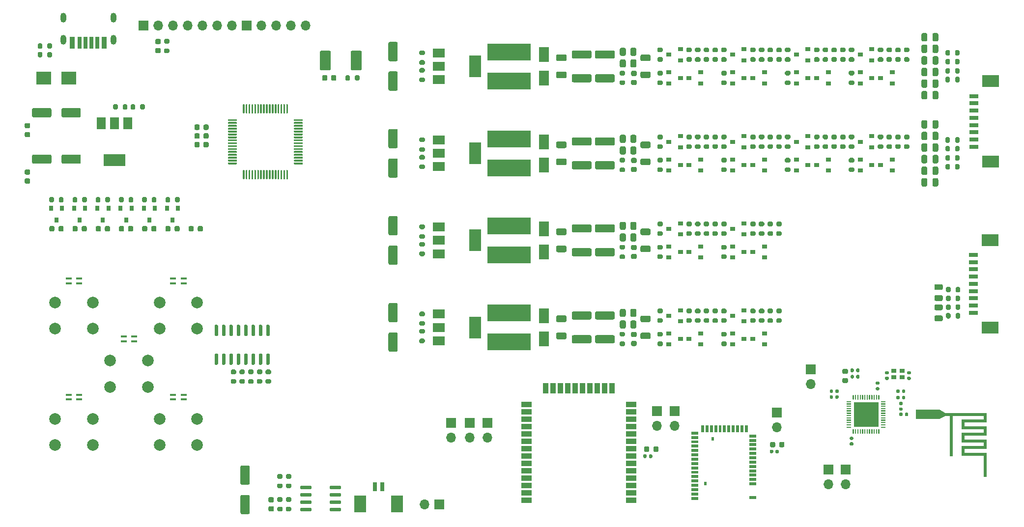
<source format=gbr>
%TF.GenerationSoftware,KiCad,Pcbnew,(5.1.10)-1*%
%TF.CreationDate,2021-12-17T20:29:05+09:00*%
%TF.ProjectId,KiCAD_Gentlman_V5.3,4b694341-445f-4476-956e-746c6d616e5f,rev?*%
%TF.SameCoordinates,Original*%
%TF.FileFunction,Soldermask,Top*%
%TF.FilePolarity,Negative*%
%FSLAX46Y46*%
G04 Gerber Fmt 4.6, Leading zero omitted, Abs format (unit mm)*
G04 Created by KiCad (PCBNEW (5.1.10)-1) date 2021-12-17 20:29:05*
%MOMM*%
%LPD*%
G01*
G04 APERTURE LIST*
%ADD10C,0.100000*%
%ADD11R,1.700000X1.700000*%
%ADD12O,1.700000X1.700000*%
%ADD13O,1.000000X1.700000*%
%ADD14R,0.900000X2.000000*%
%ADD15R,0.800000X2.000000*%
%ADD16R,0.700000X2.000000*%
%ADD17C,2.000000*%
%ADD18R,1.800000X2.500000*%
%ADD19R,2.100000X3.000000*%
%ADD20R,0.800000X1.600000*%
%ADD21R,3.000000X2.100000*%
%ADD22R,1.600000X0.800000*%
%ADD23R,7.500000X3.000000*%
%ADD24R,0.800000X0.900000*%
%ADD25R,0.900000X0.800000*%
%ADD26R,1.000000X0.400000*%
%ADD27R,3.800000X2.000000*%
%ADD28R,1.500000X2.000000*%
%ADD29R,2.500000X2.300000*%
%ADD30R,2.000000X3.800000*%
%ADD31R,2.000000X1.500000*%
%ADD32R,4.300000X4.300000*%
G04 APERTURE END LIST*
D10*
%TO.C,ANT1*%
G36*
X179127500Y-90825500D02*
G01*
X175063500Y-90825500D01*
X175063500Y-89174500D01*
X179127500Y-89174500D01*
X180143500Y-89746000D01*
X187255500Y-89746000D01*
X187255500Y-91397000D01*
X183445500Y-91397000D01*
X183445500Y-92032000D01*
X187255500Y-92032000D01*
X187255500Y-93683000D01*
X183445500Y-93683000D01*
X183445500Y-94318000D01*
X187255500Y-94318000D01*
X187255500Y-95969000D01*
X183445500Y-95969000D01*
X183445500Y-96604000D01*
X187255500Y-96604000D01*
X187255500Y-100795000D01*
X186747500Y-100795000D01*
X186747500Y-97112000D01*
X182937500Y-97112000D01*
X182937500Y-95461000D01*
X186747500Y-95461000D01*
X186747500Y-94826000D01*
X182937500Y-94826000D01*
X182937500Y-93175000D01*
X186747500Y-93175000D01*
X186747500Y-92540000D01*
X182937500Y-92540000D01*
X182937500Y-90889000D01*
X186747500Y-90889000D01*
X186747500Y-90254000D01*
X181413500Y-90254000D01*
X181413500Y-97188200D01*
X180905500Y-97188200D01*
X180905500Y-90254000D01*
X180143500Y-90254000D01*
X179127500Y-90825500D01*
G37*
%TD*%
D11*
%TO.C,JP9*%
X130500000Y-89460000D03*
D12*
X130500000Y-92000000D03*
%TD*%
D11*
%TO.C,JP8*%
X133500000Y-89460000D03*
D12*
X133500000Y-92000000D03*
%TD*%
D11*
%TO.C,JP7*%
X98250000Y-91500000D03*
D12*
X98250000Y-94040000D03*
%TD*%
D11*
%TO.C,JP6*%
X101250000Y-91500000D03*
D12*
X101250000Y-94040000D03*
%TD*%
D11*
%TO.C,JP5*%
X160000000Y-99500000D03*
D12*
X160000000Y-102040000D03*
%TD*%
D11*
%TO.C,JP4*%
X163000000Y-99500000D03*
D12*
X163000000Y-102040000D03*
%TD*%
D11*
%TO.C,J8*%
X93000000Y-105500000D03*
D12*
X90460000Y-105500000D03*
%TD*%
D10*
%TO.C,ANT1*%
G36*
X175063500Y-89174500D02*
G01*
X176714500Y-89174500D01*
X176714500Y-90825500D01*
X175063500Y-90825500D01*
X175063500Y-89174500D01*
G37*
%TD*%
D13*
%TO.C,J4*%
X36820000Y-25400000D03*
X28180000Y-25400000D03*
X28180000Y-21600000D03*
X36820000Y-21600000D03*
D14*
X35250000Y-25950000D03*
D15*
X34020000Y-25950000D03*
D16*
X32000000Y-25950000D03*
D14*
X29750000Y-25950000D03*
D15*
X30980000Y-25950000D03*
D16*
X33000000Y-25950000D03*
%TD*%
D17*
%TO.C,SW3*%
X36250000Y-85250000D03*
X36250000Y-80750000D03*
X42750000Y-85250000D03*
X42750000Y-80750000D03*
%TD*%
%TO.C,U1*%
G36*
G01*
X59100000Y-38025000D02*
X59100000Y-36625000D01*
G75*
G02*
X59175000Y-36550000I75000J0D01*
G01*
X59325000Y-36550000D01*
G75*
G02*
X59400000Y-36625000I0J-75000D01*
G01*
X59400000Y-38025000D01*
G75*
G02*
X59325000Y-38100000I-75000J0D01*
G01*
X59175000Y-38100000D01*
G75*
G02*
X59100000Y-38025000I0J75000D01*
G01*
G37*
G36*
G01*
X59600000Y-38025000D02*
X59600000Y-36625000D01*
G75*
G02*
X59675000Y-36550000I75000J0D01*
G01*
X59825000Y-36550000D01*
G75*
G02*
X59900000Y-36625000I0J-75000D01*
G01*
X59900000Y-38025000D01*
G75*
G02*
X59825000Y-38100000I-75000J0D01*
G01*
X59675000Y-38100000D01*
G75*
G02*
X59600000Y-38025000I0J75000D01*
G01*
G37*
G36*
G01*
X60100000Y-38025000D02*
X60100000Y-36625000D01*
G75*
G02*
X60175000Y-36550000I75000J0D01*
G01*
X60325000Y-36550000D01*
G75*
G02*
X60400000Y-36625000I0J-75000D01*
G01*
X60400000Y-38025000D01*
G75*
G02*
X60325000Y-38100000I-75000J0D01*
G01*
X60175000Y-38100000D01*
G75*
G02*
X60100000Y-38025000I0J75000D01*
G01*
G37*
G36*
G01*
X60600000Y-38025000D02*
X60600000Y-36625000D01*
G75*
G02*
X60675000Y-36550000I75000J0D01*
G01*
X60825000Y-36550000D01*
G75*
G02*
X60900000Y-36625000I0J-75000D01*
G01*
X60900000Y-38025000D01*
G75*
G02*
X60825000Y-38100000I-75000J0D01*
G01*
X60675000Y-38100000D01*
G75*
G02*
X60600000Y-38025000I0J75000D01*
G01*
G37*
G36*
G01*
X61100000Y-38025000D02*
X61100000Y-36625000D01*
G75*
G02*
X61175000Y-36550000I75000J0D01*
G01*
X61325000Y-36550000D01*
G75*
G02*
X61400000Y-36625000I0J-75000D01*
G01*
X61400000Y-38025000D01*
G75*
G02*
X61325000Y-38100000I-75000J0D01*
G01*
X61175000Y-38100000D01*
G75*
G02*
X61100000Y-38025000I0J75000D01*
G01*
G37*
G36*
G01*
X61600000Y-38025000D02*
X61600000Y-36625000D01*
G75*
G02*
X61675000Y-36550000I75000J0D01*
G01*
X61825000Y-36550000D01*
G75*
G02*
X61900000Y-36625000I0J-75000D01*
G01*
X61900000Y-38025000D01*
G75*
G02*
X61825000Y-38100000I-75000J0D01*
G01*
X61675000Y-38100000D01*
G75*
G02*
X61600000Y-38025000I0J75000D01*
G01*
G37*
G36*
G01*
X62100000Y-38025000D02*
X62100000Y-36625000D01*
G75*
G02*
X62175000Y-36550000I75000J0D01*
G01*
X62325000Y-36550000D01*
G75*
G02*
X62400000Y-36625000I0J-75000D01*
G01*
X62400000Y-38025000D01*
G75*
G02*
X62325000Y-38100000I-75000J0D01*
G01*
X62175000Y-38100000D01*
G75*
G02*
X62100000Y-38025000I0J75000D01*
G01*
G37*
G36*
G01*
X62600000Y-38025000D02*
X62600000Y-36625000D01*
G75*
G02*
X62675000Y-36550000I75000J0D01*
G01*
X62825000Y-36550000D01*
G75*
G02*
X62900000Y-36625000I0J-75000D01*
G01*
X62900000Y-38025000D01*
G75*
G02*
X62825000Y-38100000I-75000J0D01*
G01*
X62675000Y-38100000D01*
G75*
G02*
X62600000Y-38025000I0J75000D01*
G01*
G37*
G36*
G01*
X63100000Y-38025000D02*
X63100000Y-36625000D01*
G75*
G02*
X63175000Y-36550000I75000J0D01*
G01*
X63325000Y-36550000D01*
G75*
G02*
X63400000Y-36625000I0J-75000D01*
G01*
X63400000Y-38025000D01*
G75*
G02*
X63325000Y-38100000I-75000J0D01*
G01*
X63175000Y-38100000D01*
G75*
G02*
X63100000Y-38025000I0J75000D01*
G01*
G37*
G36*
G01*
X63600000Y-38025000D02*
X63600000Y-36625000D01*
G75*
G02*
X63675000Y-36550000I75000J0D01*
G01*
X63825000Y-36550000D01*
G75*
G02*
X63900000Y-36625000I0J-75000D01*
G01*
X63900000Y-38025000D01*
G75*
G02*
X63825000Y-38100000I-75000J0D01*
G01*
X63675000Y-38100000D01*
G75*
G02*
X63600000Y-38025000I0J75000D01*
G01*
G37*
G36*
G01*
X64100000Y-38025000D02*
X64100000Y-36625000D01*
G75*
G02*
X64175000Y-36550000I75000J0D01*
G01*
X64325000Y-36550000D01*
G75*
G02*
X64400000Y-36625000I0J-75000D01*
G01*
X64400000Y-38025000D01*
G75*
G02*
X64325000Y-38100000I-75000J0D01*
G01*
X64175000Y-38100000D01*
G75*
G02*
X64100000Y-38025000I0J75000D01*
G01*
G37*
G36*
G01*
X64600000Y-38025000D02*
X64600000Y-36625000D01*
G75*
G02*
X64675000Y-36550000I75000J0D01*
G01*
X64825000Y-36550000D01*
G75*
G02*
X64900000Y-36625000I0J-75000D01*
G01*
X64900000Y-38025000D01*
G75*
G02*
X64825000Y-38100000I-75000J0D01*
G01*
X64675000Y-38100000D01*
G75*
G02*
X64600000Y-38025000I0J75000D01*
G01*
G37*
G36*
G01*
X65100000Y-38025000D02*
X65100000Y-36625000D01*
G75*
G02*
X65175000Y-36550000I75000J0D01*
G01*
X65325000Y-36550000D01*
G75*
G02*
X65400000Y-36625000I0J-75000D01*
G01*
X65400000Y-38025000D01*
G75*
G02*
X65325000Y-38100000I-75000J0D01*
G01*
X65175000Y-38100000D01*
G75*
G02*
X65100000Y-38025000I0J75000D01*
G01*
G37*
G36*
G01*
X65600000Y-38025000D02*
X65600000Y-36625000D01*
G75*
G02*
X65675000Y-36550000I75000J0D01*
G01*
X65825000Y-36550000D01*
G75*
G02*
X65900000Y-36625000I0J-75000D01*
G01*
X65900000Y-38025000D01*
G75*
G02*
X65825000Y-38100000I-75000J0D01*
G01*
X65675000Y-38100000D01*
G75*
G02*
X65600000Y-38025000I0J75000D01*
G01*
G37*
G36*
G01*
X66100000Y-38025000D02*
X66100000Y-36625000D01*
G75*
G02*
X66175000Y-36550000I75000J0D01*
G01*
X66325000Y-36550000D01*
G75*
G02*
X66400000Y-36625000I0J-75000D01*
G01*
X66400000Y-38025000D01*
G75*
G02*
X66325000Y-38100000I-75000J0D01*
G01*
X66175000Y-38100000D01*
G75*
G02*
X66100000Y-38025000I0J75000D01*
G01*
G37*
G36*
G01*
X66600000Y-38025000D02*
X66600000Y-36625000D01*
G75*
G02*
X66675000Y-36550000I75000J0D01*
G01*
X66825000Y-36550000D01*
G75*
G02*
X66900000Y-36625000I0J-75000D01*
G01*
X66900000Y-38025000D01*
G75*
G02*
X66825000Y-38100000I-75000J0D01*
G01*
X66675000Y-38100000D01*
G75*
G02*
X66600000Y-38025000I0J75000D01*
G01*
G37*
G36*
G01*
X67900000Y-39325000D02*
X67900000Y-39175000D01*
G75*
G02*
X67975000Y-39100000I75000J0D01*
G01*
X69375000Y-39100000D01*
G75*
G02*
X69450000Y-39175000I0J-75000D01*
G01*
X69450000Y-39325000D01*
G75*
G02*
X69375000Y-39400000I-75000J0D01*
G01*
X67975000Y-39400000D01*
G75*
G02*
X67900000Y-39325000I0J75000D01*
G01*
G37*
G36*
G01*
X67900000Y-39825000D02*
X67900000Y-39675000D01*
G75*
G02*
X67975000Y-39600000I75000J0D01*
G01*
X69375000Y-39600000D01*
G75*
G02*
X69450000Y-39675000I0J-75000D01*
G01*
X69450000Y-39825000D01*
G75*
G02*
X69375000Y-39900000I-75000J0D01*
G01*
X67975000Y-39900000D01*
G75*
G02*
X67900000Y-39825000I0J75000D01*
G01*
G37*
G36*
G01*
X67900000Y-40325000D02*
X67900000Y-40175000D01*
G75*
G02*
X67975000Y-40100000I75000J0D01*
G01*
X69375000Y-40100000D01*
G75*
G02*
X69450000Y-40175000I0J-75000D01*
G01*
X69450000Y-40325000D01*
G75*
G02*
X69375000Y-40400000I-75000J0D01*
G01*
X67975000Y-40400000D01*
G75*
G02*
X67900000Y-40325000I0J75000D01*
G01*
G37*
G36*
G01*
X67900000Y-40825000D02*
X67900000Y-40675000D01*
G75*
G02*
X67975000Y-40600000I75000J0D01*
G01*
X69375000Y-40600000D01*
G75*
G02*
X69450000Y-40675000I0J-75000D01*
G01*
X69450000Y-40825000D01*
G75*
G02*
X69375000Y-40900000I-75000J0D01*
G01*
X67975000Y-40900000D01*
G75*
G02*
X67900000Y-40825000I0J75000D01*
G01*
G37*
G36*
G01*
X67900000Y-41325000D02*
X67900000Y-41175000D01*
G75*
G02*
X67975000Y-41100000I75000J0D01*
G01*
X69375000Y-41100000D01*
G75*
G02*
X69450000Y-41175000I0J-75000D01*
G01*
X69450000Y-41325000D01*
G75*
G02*
X69375000Y-41400000I-75000J0D01*
G01*
X67975000Y-41400000D01*
G75*
G02*
X67900000Y-41325000I0J75000D01*
G01*
G37*
G36*
G01*
X67900000Y-41825000D02*
X67900000Y-41675000D01*
G75*
G02*
X67975000Y-41600000I75000J0D01*
G01*
X69375000Y-41600000D01*
G75*
G02*
X69450000Y-41675000I0J-75000D01*
G01*
X69450000Y-41825000D01*
G75*
G02*
X69375000Y-41900000I-75000J0D01*
G01*
X67975000Y-41900000D01*
G75*
G02*
X67900000Y-41825000I0J75000D01*
G01*
G37*
G36*
G01*
X67900000Y-42325000D02*
X67900000Y-42175000D01*
G75*
G02*
X67975000Y-42100000I75000J0D01*
G01*
X69375000Y-42100000D01*
G75*
G02*
X69450000Y-42175000I0J-75000D01*
G01*
X69450000Y-42325000D01*
G75*
G02*
X69375000Y-42400000I-75000J0D01*
G01*
X67975000Y-42400000D01*
G75*
G02*
X67900000Y-42325000I0J75000D01*
G01*
G37*
G36*
G01*
X67900000Y-42825000D02*
X67900000Y-42675000D01*
G75*
G02*
X67975000Y-42600000I75000J0D01*
G01*
X69375000Y-42600000D01*
G75*
G02*
X69450000Y-42675000I0J-75000D01*
G01*
X69450000Y-42825000D01*
G75*
G02*
X69375000Y-42900000I-75000J0D01*
G01*
X67975000Y-42900000D01*
G75*
G02*
X67900000Y-42825000I0J75000D01*
G01*
G37*
G36*
G01*
X67900000Y-43325000D02*
X67900000Y-43175000D01*
G75*
G02*
X67975000Y-43100000I75000J0D01*
G01*
X69375000Y-43100000D01*
G75*
G02*
X69450000Y-43175000I0J-75000D01*
G01*
X69450000Y-43325000D01*
G75*
G02*
X69375000Y-43400000I-75000J0D01*
G01*
X67975000Y-43400000D01*
G75*
G02*
X67900000Y-43325000I0J75000D01*
G01*
G37*
G36*
G01*
X67900000Y-43825000D02*
X67900000Y-43675000D01*
G75*
G02*
X67975000Y-43600000I75000J0D01*
G01*
X69375000Y-43600000D01*
G75*
G02*
X69450000Y-43675000I0J-75000D01*
G01*
X69450000Y-43825000D01*
G75*
G02*
X69375000Y-43900000I-75000J0D01*
G01*
X67975000Y-43900000D01*
G75*
G02*
X67900000Y-43825000I0J75000D01*
G01*
G37*
G36*
G01*
X67900000Y-44325000D02*
X67900000Y-44175000D01*
G75*
G02*
X67975000Y-44100000I75000J0D01*
G01*
X69375000Y-44100000D01*
G75*
G02*
X69450000Y-44175000I0J-75000D01*
G01*
X69450000Y-44325000D01*
G75*
G02*
X69375000Y-44400000I-75000J0D01*
G01*
X67975000Y-44400000D01*
G75*
G02*
X67900000Y-44325000I0J75000D01*
G01*
G37*
G36*
G01*
X67900000Y-44825000D02*
X67900000Y-44675000D01*
G75*
G02*
X67975000Y-44600000I75000J0D01*
G01*
X69375000Y-44600000D01*
G75*
G02*
X69450000Y-44675000I0J-75000D01*
G01*
X69450000Y-44825000D01*
G75*
G02*
X69375000Y-44900000I-75000J0D01*
G01*
X67975000Y-44900000D01*
G75*
G02*
X67900000Y-44825000I0J75000D01*
G01*
G37*
G36*
G01*
X67900000Y-45325000D02*
X67900000Y-45175000D01*
G75*
G02*
X67975000Y-45100000I75000J0D01*
G01*
X69375000Y-45100000D01*
G75*
G02*
X69450000Y-45175000I0J-75000D01*
G01*
X69450000Y-45325000D01*
G75*
G02*
X69375000Y-45400000I-75000J0D01*
G01*
X67975000Y-45400000D01*
G75*
G02*
X67900000Y-45325000I0J75000D01*
G01*
G37*
G36*
G01*
X67900000Y-45825000D02*
X67900000Y-45675000D01*
G75*
G02*
X67975000Y-45600000I75000J0D01*
G01*
X69375000Y-45600000D01*
G75*
G02*
X69450000Y-45675000I0J-75000D01*
G01*
X69450000Y-45825000D01*
G75*
G02*
X69375000Y-45900000I-75000J0D01*
G01*
X67975000Y-45900000D01*
G75*
G02*
X67900000Y-45825000I0J75000D01*
G01*
G37*
G36*
G01*
X67900000Y-46325000D02*
X67900000Y-46175000D01*
G75*
G02*
X67975000Y-46100000I75000J0D01*
G01*
X69375000Y-46100000D01*
G75*
G02*
X69450000Y-46175000I0J-75000D01*
G01*
X69450000Y-46325000D01*
G75*
G02*
X69375000Y-46400000I-75000J0D01*
G01*
X67975000Y-46400000D01*
G75*
G02*
X67900000Y-46325000I0J75000D01*
G01*
G37*
G36*
G01*
X67900000Y-46825000D02*
X67900000Y-46675000D01*
G75*
G02*
X67975000Y-46600000I75000J0D01*
G01*
X69375000Y-46600000D01*
G75*
G02*
X69450000Y-46675000I0J-75000D01*
G01*
X69450000Y-46825000D01*
G75*
G02*
X69375000Y-46900000I-75000J0D01*
G01*
X67975000Y-46900000D01*
G75*
G02*
X67900000Y-46825000I0J75000D01*
G01*
G37*
G36*
G01*
X66600000Y-49375000D02*
X66600000Y-47975000D01*
G75*
G02*
X66675000Y-47900000I75000J0D01*
G01*
X66825000Y-47900000D01*
G75*
G02*
X66900000Y-47975000I0J-75000D01*
G01*
X66900000Y-49375000D01*
G75*
G02*
X66825000Y-49450000I-75000J0D01*
G01*
X66675000Y-49450000D01*
G75*
G02*
X66600000Y-49375000I0J75000D01*
G01*
G37*
G36*
G01*
X66100000Y-49375000D02*
X66100000Y-47975000D01*
G75*
G02*
X66175000Y-47900000I75000J0D01*
G01*
X66325000Y-47900000D01*
G75*
G02*
X66400000Y-47975000I0J-75000D01*
G01*
X66400000Y-49375000D01*
G75*
G02*
X66325000Y-49450000I-75000J0D01*
G01*
X66175000Y-49450000D01*
G75*
G02*
X66100000Y-49375000I0J75000D01*
G01*
G37*
G36*
G01*
X65600000Y-49375000D02*
X65600000Y-47975000D01*
G75*
G02*
X65675000Y-47900000I75000J0D01*
G01*
X65825000Y-47900000D01*
G75*
G02*
X65900000Y-47975000I0J-75000D01*
G01*
X65900000Y-49375000D01*
G75*
G02*
X65825000Y-49450000I-75000J0D01*
G01*
X65675000Y-49450000D01*
G75*
G02*
X65600000Y-49375000I0J75000D01*
G01*
G37*
G36*
G01*
X65100000Y-49375000D02*
X65100000Y-47975000D01*
G75*
G02*
X65175000Y-47900000I75000J0D01*
G01*
X65325000Y-47900000D01*
G75*
G02*
X65400000Y-47975000I0J-75000D01*
G01*
X65400000Y-49375000D01*
G75*
G02*
X65325000Y-49450000I-75000J0D01*
G01*
X65175000Y-49450000D01*
G75*
G02*
X65100000Y-49375000I0J75000D01*
G01*
G37*
G36*
G01*
X64600000Y-49375000D02*
X64600000Y-47975000D01*
G75*
G02*
X64675000Y-47900000I75000J0D01*
G01*
X64825000Y-47900000D01*
G75*
G02*
X64900000Y-47975000I0J-75000D01*
G01*
X64900000Y-49375000D01*
G75*
G02*
X64825000Y-49450000I-75000J0D01*
G01*
X64675000Y-49450000D01*
G75*
G02*
X64600000Y-49375000I0J75000D01*
G01*
G37*
G36*
G01*
X64100000Y-49375000D02*
X64100000Y-47975000D01*
G75*
G02*
X64175000Y-47900000I75000J0D01*
G01*
X64325000Y-47900000D01*
G75*
G02*
X64400000Y-47975000I0J-75000D01*
G01*
X64400000Y-49375000D01*
G75*
G02*
X64325000Y-49450000I-75000J0D01*
G01*
X64175000Y-49450000D01*
G75*
G02*
X64100000Y-49375000I0J75000D01*
G01*
G37*
G36*
G01*
X63600000Y-49375000D02*
X63600000Y-47975000D01*
G75*
G02*
X63675000Y-47900000I75000J0D01*
G01*
X63825000Y-47900000D01*
G75*
G02*
X63900000Y-47975000I0J-75000D01*
G01*
X63900000Y-49375000D01*
G75*
G02*
X63825000Y-49450000I-75000J0D01*
G01*
X63675000Y-49450000D01*
G75*
G02*
X63600000Y-49375000I0J75000D01*
G01*
G37*
G36*
G01*
X63100000Y-49375000D02*
X63100000Y-47975000D01*
G75*
G02*
X63175000Y-47900000I75000J0D01*
G01*
X63325000Y-47900000D01*
G75*
G02*
X63400000Y-47975000I0J-75000D01*
G01*
X63400000Y-49375000D01*
G75*
G02*
X63325000Y-49450000I-75000J0D01*
G01*
X63175000Y-49450000D01*
G75*
G02*
X63100000Y-49375000I0J75000D01*
G01*
G37*
G36*
G01*
X62600000Y-49375000D02*
X62600000Y-47975000D01*
G75*
G02*
X62675000Y-47900000I75000J0D01*
G01*
X62825000Y-47900000D01*
G75*
G02*
X62900000Y-47975000I0J-75000D01*
G01*
X62900000Y-49375000D01*
G75*
G02*
X62825000Y-49450000I-75000J0D01*
G01*
X62675000Y-49450000D01*
G75*
G02*
X62600000Y-49375000I0J75000D01*
G01*
G37*
G36*
G01*
X62100000Y-49375000D02*
X62100000Y-47975000D01*
G75*
G02*
X62175000Y-47900000I75000J0D01*
G01*
X62325000Y-47900000D01*
G75*
G02*
X62400000Y-47975000I0J-75000D01*
G01*
X62400000Y-49375000D01*
G75*
G02*
X62325000Y-49450000I-75000J0D01*
G01*
X62175000Y-49450000D01*
G75*
G02*
X62100000Y-49375000I0J75000D01*
G01*
G37*
G36*
G01*
X61600000Y-49375000D02*
X61600000Y-47975000D01*
G75*
G02*
X61675000Y-47900000I75000J0D01*
G01*
X61825000Y-47900000D01*
G75*
G02*
X61900000Y-47975000I0J-75000D01*
G01*
X61900000Y-49375000D01*
G75*
G02*
X61825000Y-49450000I-75000J0D01*
G01*
X61675000Y-49450000D01*
G75*
G02*
X61600000Y-49375000I0J75000D01*
G01*
G37*
G36*
G01*
X61100000Y-49375000D02*
X61100000Y-47975000D01*
G75*
G02*
X61175000Y-47900000I75000J0D01*
G01*
X61325000Y-47900000D01*
G75*
G02*
X61400000Y-47975000I0J-75000D01*
G01*
X61400000Y-49375000D01*
G75*
G02*
X61325000Y-49450000I-75000J0D01*
G01*
X61175000Y-49450000D01*
G75*
G02*
X61100000Y-49375000I0J75000D01*
G01*
G37*
G36*
G01*
X60600000Y-49375000D02*
X60600000Y-47975000D01*
G75*
G02*
X60675000Y-47900000I75000J0D01*
G01*
X60825000Y-47900000D01*
G75*
G02*
X60900000Y-47975000I0J-75000D01*
G01*
X60900000Y-49375000D01*
G75*
G02*
X60825000Y-49450000I-75000J0D01*
G01*
X60675000Y-49450000D01*
G75*
G02*
X60600000Y-49375000I0J75000D01*
G01*
G37*
G36*
G01*
X60100000Y-49375000D02*
X60100000Y-47975000D01*
G75*
G02*
X60175000Y-47900000I75000J0D01*
G01*
X60325000Y-47900000D01*
G75*
G02*
X60400000Y-47975000I0J-75000D01*
G01*
X60400000Y-49375000D01*
G75*
G02*
X60325000Y-49450000I-75000J0D01*
G01*
X60175000Y-49450000D01*
G75*
G02*
X60100000Y-49375000I0J75000D01*
G01*
G37*
G36*
G01*
X59600000Y-49375000D02*
X59600000Y-47975000D01*
G75*
G02*
X59675000Y-47900000I75000J0D01*
G01*
X59825000Y-47900000D01*
G75*
G02*
X59900000Y-47975000I0J-75000D01*
G01*
X59900000Y-49375000D01*
G75*
G02*
X59825000Y-49450000I-75000J0D01*
G01*
X59675000Y-49450000D01*
G75*
G02*
X59600000Y-49375000I0J75000D01*
G01*
G37*
G36*
G01*
X59100000Y-49375000D02*
X59100000Y-47975000D01*
G75*
G02*
X59175000Y-47900000I75000J0D01*
G01*
X59325000Y-47900000D01*
G75*
G02*
X59400000Y-47975000I0J-75000D01*
G01*
X59400000Y-49375000D01*
G75*
G02*
X59325000Y-49450000I-75000J0D01*
G01*
X59175000Y-49450000D01*
G75*
G02*
X59100000Y-49375000I0J75000D01*
G01*
G37*
G36*
G01*
X56550000Y-46825000D02*
X56550000Y-46675000D01*
G75*
G02*
X56625000Y-46600000I75000J0D01*
G01*
X58025000Y-46600000D01*
G75*
G02*
X58100000Y-46675000I0J-75000D01*
G01*
X58100000Y-46825000D01*
G75*
G02*
X58025000Y-46900000I-75000J0D01*
G01*
X56625000Y-46900000D01*
G75*
G02*
X56550000Y-46825000I0J75000D01*
G01*
G37*
G36*
G01*
X56550000Y-46325000D02*
X56550000Y-46175000D01*
G75*
G02*
X56625000Y-46100000I75000J0D01*
G01*
X58025000Y-46100000D01*
G75*
G02*
X58100000Y-46175000I0J-75000D01*
G01*
X58100000Y-46325000D01*
G75*
G02*
X58025000Y-46400000I-75000J0D01*
G01*
X56625000Y-46400000D01*
G75*
G02*
X56550000Y-46325000I0J75000D01*
G01*
G37*
G36*
G01*
X56550000Y-45825000D02*
X56550000Y-45675000D01*
G75*
G02*
X56625000Y-45600000I75000J0D01*
G01*
X58025000Y-45600000D01*
G75*
G02*
X58100000Y-45675000I0J-75000D01*
G01*
X58100000Y-45825000D01*
G75*
G02*
X58025000Y-45900000I-75000J0D01*
G01*
X56625000Y-45900000D01*
G75*
G02*
X56550000Y-45825000I0J75000D01*
G01*
G37*
G36*
G01*
X56550000Y-45325000D02*
X56550000Y-45175000D01*
G75*
G02*
X56625000Y-45100000I75000J0D01*
G01*
X58025000Y-45100000D01*
G75*
G02*
X58100000Y-45175000I0J-75000D01*
G01*
X58100000Y-45325000D01*
G75*
G02*
X58025000Y-45400000I-75000J0D01*
G01*
X56625000Y-45400000D01*
G75*
G02*
X56550000Y-45325000I0J75000D01*
G01*
G37*
G36*
G01*
X56550000Y-44825000D02*
X56550000Y-44675000D01*
G75*
G02*
X56625000Y-44600000I75000J0D01*
G01*
X58025000Y-44600000D01*
G75*
G02*
X58100000Y-44675000I0J-75000D01*
G01*
X58100000Y-44825000D01*
G75*
G02*
X58025000Y-44900000I-75000J0D01*
G01*
X56625000Y-44900000D01*
G75*
G02*
X56550000Y-44825000I0J75000D01*
G01*
G37*
G36*
G01*
X56550000Y-44325000D02*
X56550000Y-44175000D01*
G75*
G02*
X56625000Y-44100000I75000J0D01*
G01*
X58025000Y-44100000D01*
G75*
G02*
X58100000Y-44175000I0J-75000D01*
G01*
X58100000Y-44325000D01*
G75*
G02*
X58025000Y-44400000I-75000J0D01*
G01*
X56625000Y-44400000D01*
G75*
G02*
X56550000Y-44325000I0J75000D01*
G01*
G37*
G36*
G01*
X56550000Y-43825000D02*
X56550000Y-43675000D01*
G75*
G02*
X56625000Y-43600000I75000J0D01*
G01*
X58025000Y-43600000D01*
G75*
G02*
X58100000Y-43675000I0J-75000D01*
G01*
X58100000Y-43825000D01*
G75*
G02*
X58025000Y-43900000I-75000J0D01*
G01*
X56625000Y-43900000D01*
G75*
G02*
X56550000Y-43825000I0J75000D01*
G01*
G37*
G36*
G01*
X56550000Y-43325000D02*
X56550000Y-43175000D01*
G75*
G02*
X56625000Y-43100000I75000J0D01*
G01*
X58025000Y-43100000D01*
G75*
G02*
X58100000Y-43175000I0J-75000D01*
G01*
X58100000Y-43325000D01*
G75*
G02*
X58025000Y-43400000I-75000J0D01*
G01*
X56625000Y-43400000D01*
G75*
G02*
X56550000Y-43325000I0J75000D01*
G01*
G37*
G36*
G01*
X56550000Y-42825000D02*
X56550000Y-42675000D01*
G75*
G02*
X56625000Y-42600000I75000J0D01*
G01*
X58025000Y-42600000D01*
G75*
G02*
X58100000Y-42675000I0J-75000D01*
G01*
X58100000Y-42825000D01*
G75*
G02*
X58025000Y-42900000I-75000J0D01*
G01*
X56625000Y-42900000D01*
G75*
G02*
X56550000Y-42825000I0J75000D01*
G01*
G37*
G36*
G01*
X56550000Y-42325000D02*
X56550000Y-42175000D01*
G75*
G02*
X56625000Y-42100000I75000J0D01*
G01*
X58025000Y-42100000D01*
G75*
G02*
X58100000Y-42175000I0J-75000D01*
G01*
X58100000Y-42325000D01*
G75*
G02*
X58025000Y-42400000I-75000J0D01*
G01*
X56625000Y-42400000D01*
G75*
G02*
X56550000Y-42325000I0J75000D01*
G01*
G37*
G36*
G01*
X56550000Y-41825000D02*
X56550000Y-41675000D01*
G75*
G02*
X56625000Y-41600000I75000J0D01*
G01*
X58025000Y-41600000D01*
G75*
G02*
X58100000Y-41675000I0J-75000D01*
G01*
X58100000Y-41825000D01*
G75*
G02*
X58025000Y-41900000I-75000J0D01*
G01*
X56625000Y-41900000D01*
G75*
G02*
X56550000Y-41825000I0J75000D01*
G01*
G37*
G36*
G01*
X56550000Y-41325000D02*
X56550000Y-41175000D01*
G75*
G02*
X56625000Y-41100000I75000J0D01*
G01*
X58025000Y-41100000D01*
G75*
G02*
X58100000Y-41175000I0J-75000D01*
G01*
X58100000Y-41325000D01*
G75*
G02*
X58025000Y-41400000I-75000J0D01*
G01*
X56625000Y-41400000D01*
G75*
G02*
X56550000Y-41325000I0J75000D01*
G01*
G37*
G36*
G01*
X56550000Y-40825000D02*
X56550000Y-40675000D01*
G75*
G02*
X56625000Y-40600000I75000J0D01*
G01*
X58025000Y-40600000D01*
G75*
G02*
X58100000Y-40675000I0J-75000D01*
G01*
X58100000Y-40825000D01*
G75*
G02*
X58025000Y-40900000I-75000J0D01*
G01*
X56625000Y-40900000D01*
G75*
G02*
X56550000Y-40825000I0J75000D01*
G01*
G37*
G36*
G01*
X56550000Y-40325000D02*
X56550000Y-40175000D01*
G75*
G02*
X56625000Y-40100000I75000J0D01*
G01*
X58025000Y-40100000D01*
G75*
G02*
X58100000Y-40175000I0J-75000D01*
G01*
X58100000Y-40325000D01*
G75*
G02*
X58025000Y-40400000I-75000J0D01*
G01*
X56625000Y-40400000D01*
G75*
G02*
X56550000Y-40325000I0J75000D01*
G01*
G37*
G36*
G01*
X56550000Y-39825000D02*
X56550000Y-39675000D01*
G75*
G02*
X56625000Y-39600000I75000J0D01*
G01*
X58025000Y-39600000D01*
G75*
G02*
X58100000Y-39675000I0J-75000D01*
G01*
X58100000Y-39825000D01*
G75*
G02*
X58025000Y-39900000I-75000J0D01*
G01*
X56625000Y-39900000D01*
G75*
G02*
X56550000Y-39825000I0J75000D01*
G01*
G37*
G36*
G01*
X56550000Y-39325000D02*
X56550000Y-39175000D01*
G75*
G02*
X56625000Y-39100000I75000J0D01*
G01*
X58025000Y-39100000D01*
G75*
G02*
X58100000Y-39175000I0J-75000D01*
G01*
X58100000Y-39325000D01*
G75*
G02*
X58025000Y-39400000I-75000J0D01*
G01*
X56625000Y-39400000D01*
G75*
G02*
X56550000Y-39325000I0J75000D01*
G01*
G37*
%TD*%
%TO.C,SW2*%
X44750000Y-75250000D03*
X44750000Y-70750000D03*
X51250000Y-75250000D03*
X51250000Y-70750000D03*
%TD*%
D11*
%TO.C,J1*%
X42000000Y-23000000D03*
D12*
X44540000Y-23000000D03*
X47080000Y-23000000D03*
X49620000Y-23000000D03*
X52160000Y-23000000D03*
X54700000Y-23000000D03*
X57240000Y-23000000D03*
%TD*%
D11*
%TO.C,JP3*%
X151100000Y-89700000D03*
D12*
X151100000Y-92240000D03*
%TD*%
D11*
%TO.C,JP2*%
X95000000Y-91500000D03*
D12*
X95000000Y-94040000D03*
%TD*%
D11*
%TO.C,JP1*%
X157000000Y-82200000D03*
D12*
X157000000Y-84740000D03*
%TD*%
D10*
%TO.C,U9*%
G36*
X139900000Y-93950000D02*
G01*
X140300000Y-93950000D01*
X140300000Y-94550000D01*
X139900000Y-94550000D01*
X139900000Y-93950000D01*
G37*
G36*
X138600000Y-101650000D02*
G01*
X139000000Y-101650000D01*
X139000000Y-102250000D01*
X138600000Y-102250000D01*
X138600000Y-101650000D01*
G37*
G36*
X137600000Y-104225000D02*
G01*
X137600000Y-104725000D01*
X136400000Y-104725000D01*
X136400000Y-104225000D01*
X137600000Y-104225000D01*
G37*
G36*
X137600000Y-103475000D02*
G01*
X137600000Y-103975000D01*
X136400000Y-103975000D01*
X136400000Y-103475000D01*
X137600000Y-103475000D01*
G37*
G36*
X137600000Y-102725000D02*
G01*
X137600000Y-103225000D01*
X136400000Y-103225000D01*
X136400000Y-102725000D01*
X137600000Y-102725000D01*
G37*
G36*
X137600000Y-101975000D02*
G01*
X137600000Y-102475000D01*
X136400000Y-102475000D01*
X136400000Y-101975000D01*
X137600000Y-101975000D01*
G37*
G36*
X137600000Y-101225000D02*
G01*
X137600000Y-101725000D01*
X136400000Y-101725000D01*
X136400000Y-101225000D01*
X137600000Y-101225000D01*
G37*
G36*
X137600000Y-100475000D02*
G01*
X137600000Y-100975000D01*
X136400000Y-100975000D01*
X136400000Y-100475000D01*
X137600000Y-100475000D01*
G37*
G36*
X137600000Y-99725000D02*
G01*
X137600000Y-100225000D01*
X136400000Y-100225000D01*
X136400000Y-99725000D01*
X137600000Y-99725000D01*
G37*
G36*
X137600000Y-98975000D02*
G01*
X137600000Y-99475000D01*
X136400000Y-99475000D01*
X136400000Y-98975000D01*
X137600000Y-98975000D01*
G37*
G36*
X137600000Y-98225000D02*
G01*
X137600000Y-98725000D01*
X136400000Y-98725000D01*
X136400000Y-98225000D01*
X137600000Y-98225000D01*
G37*
G36*
X137600000Y-97475000D02*
G01*
X137600000Y-97975000D01*
X136400000Y-97975000D01*
X136400000Y-97475000D01*
X137600000Y-97475000D01*
G37*
G36*
X137600000Y-96725000D02*
G01*
X137600000Y-97225000D01*
X136400000Y-97225000D01*
X136400000Y-96725000D01*
X137600000Y-96725000D01*
G37*
G36*
X137600000Y-95975000D02*
G01*
X137600000Y-96475000D01*
X136400000Y-96475000D01*
X136400000Y-95975000D01*
X137600000Y-95975000D01*
G37*
G36*
X137600000Y-95225000D02*
G01*
X137600000Y-95725000D01*
X136400000Y-95725000D01*
X136400000Y-95225000D01*
X137600000Y-95225000D01*
G37*
G36*
X137600000Y-94475000D02*
G01*
X137600000Y-94975000D01*
X136400000Y-94975000D01*
X136400000Y-94475000D01*
X137600000Y-94475000D01*
G37*
G36*
X137600000Y-93725000D02*
G01*
X137600000Y-94225000D01*
X136400000Y-94225000D01*
X136400000Y-93725000D01*
X137600000Y-93725000D01*
G37*
G36*
X137600000Y-92975000D02*
G01*
X137600000Y-93475000D01*
X136400000Y-93475000D01*
X136400000Y-92975000D01*
X137600000Y-92975000D01*
G37*
G36*
X138100000Y-91900000D02*
G01*
X138600000Y-91900000D01*
X138600000Y-93100000D01*
X138100000Y-93100000D01*
X138100000Y-91900000D01*
G37*
G36*
X138850000Y-91900000D02*
G01*
X139350000Y-91900000D01*
X139350000Y-93100000D01*
X138850000Y-93100000D01*
X138850000Y-91900000D01*
G37*
G36*
X139600000Y-91900000D02*
G01*
X140100000Y-91900000D01*
X140100000Y-93100000D01*
X139600000Y-93100000D01*
X139600000Y-91900000D01*
G37*
G36*
X140350000Y-91900000D02*
G01*
X140850000Y-91900000D01*
X140850000Y-93100000D01*
X140350000Y-93100000D01*
X140350000Y-91900000D01*
G37*
G36*
X141100000Y-91900000D02*
G01*
X141600000Y-91900000D01*
X141600000Y-93100000D01*
X141100000Y-93100000D01*
X141100000Y-91900000D01*
G37*
G36*
X141850000Y-91900000D02*
G01*
X142350000Y-91900000D01*
X142350000Y-93100000D01*
X141850000Y-93100000D01*
X141850000Y-91900000D01*
G37*
G36*
X142600000Y-91900000D02*
G01*
X143100000Y-91900000D01*
X143100000Y-93100000D01*
X142600000Y-93100000D01*
X142600000Y-91900000D01*
G37*
G36*
X143350000Y-91900000D02*
G01*
X143850000Y-91900000D01*
X143850000Y-93100000D01*
X143350000Y-93100000D01*
X143350000Y-91900000D01*
G37*
G36*
X144100000Y-91900000D02*
G01*
X144600000Y-91900000D01*
X144600000Y-93100000D01*
X144100000Y-93100000D01*
X144100000Y-91900000D01*
G37*
G36*
X144850000Y-91900000D02*
G01*
X145350000Y-91900000D01*
X145350000Y-93100000D01*
X144850000Y-93100000D01*
X144850000Y-91900000D01*
G37*
G36*
X147600000Y-93475000D02*
G01*
X147600000Y-93975000D01*
X146400000Y-93975000D01*
X146400000Y-93475000D01*
X147600000Y-93475000D01*
G37*
G36*
X147600000Y-94225000D02*
G01*
X147600000Y-94725000D01*
X146400000Y-94725000D01*
X146400000Y-94225000D01*
X147600000Y-94225000D01*
G37*
G36*
X147600000Y-94975000D02*
G01*
X147600000Y-95475000D01*
X146400000Y-95475000D01*
X146400000Y-94975000D01*
X147600000Y-94975000D01*
G37*
G36*
X147600000Y-95725000D02*
G01*
X147600000Y-96225000D01*
X146400000Y-96225000D01*
X146400000Y-95725000D01*
X147600000Y-95725000D01*
G37*
G36*
X147600000Y-96475000D02*
G01*
X147600000Y-96975000D01*
X146400000Y-96975000D01*
X146400000Y-96475000D01*
X147600000Y-96475000D01*
G37*
G36*
X147600000Y-97225000D02*
G01*
X147600000Y-97725000D01*
X146400000Y-97725000D01*
X146400000Y-97225000D01*
X147600000Y-97225000D01*
G37*
G36*
X147600000Y-97975000D02*
G01*
X147600000Y-98475000D01*
X146400000Y-98475000D01*
X146400000Y-97975000D01*
X147600000Y-97975000D01*
G37*
G36*
X147600000Y-98725000D02*
G01*
X147600000Y-99225000D01*
X146400000Y-99225000D01*
X146400000Y-98725000D01*
X147600000Y-98725000D01*
G37*
G36*
X147600000Y-99475000D02*
G01*
X147600000Y-99975000D01*
X146400000Y-99975000D01*
X146400000Y-99475000D01*
X147600000Y-99475000D01*
G37*
G36*
X147600000Y-100225000D02*
G01*
X147600000Y-100725000D01*
X146400000Y-100725000D01*
X146400000Y-100225000D01*
X147600000Y-100225000D01*
G37*
G36*
X147600000Y-100975000D02*
G01*
X147600000Y-101475000D01*
X146400000Y-101475000D01*
X146400000Y-100975000D01*
X147600000Y-100975000D01*
G37*
G36*
X145600000Y-91900000D02*
G01*
X146100000Y-91900000D01*
X146100000Y-93100000D01*
X145600000Y-93100000D01*
X145600000Y-91900000D01*
G37*
G36*
X147600000Y-101725000D02*
G01*
X147600000Y-102225000D01*
X146400000Y-102225000D01*
X146400000Y-101725000D01*
X147600000Y-101725000D01*
G37*
G36*
X147600000Y-104050000D02*
G01*
X147600000Y-104550000D01*
X146400000Y-104550000D01*
X146400000Y-104050000D01*
X147600000Y-104050000D01*
G37*
%TD*%
%TO.C,L11*%
G36*
G01*
X149920000Y-96572500D02*
X149920000Y-96227500D01*
G75*
G02*
X150067500Y-96080000I147500J0D01*
G01*
X150362500Y-96080000D01*
G75*
G02*
X150510000Y-96227500I0J-147500D01*
G01*
X150510000Y-96572500D01*
G75*
G02*
X150362500Y-96720000I-147500J0D01*
G01*
X150067500Y-96720000D01*
G75*
G02*
X149920000Y-96572500I0J147500D01*
G01*
G37*
G36*
G01*
X150890000Y-96572500D02*
X150890000Y-96227500D01*
G75*
G02*
X151037500Y-96080000I147500J0D01*
G01*
X151332500Y-96080000D01*
G75*
G02*
X151480000Y-96227500I0J-147500D01*
G01*
X151480000Y-96572500D01*
G75*
G02*
X151332500Y-96720000I-147500J0D01*
G01*
X151037500Y-96720000D01*
G75*
G02*
X150890000Y-96572500I0J147500D01*
G01*
G37*
%TD*%
%TO.C,L10*%
G36*
G01*
X152425000Y-94943750D02*
X152425000Y-95456250D01*
G75*
G02*
X152206250Y-95675000I-218750J0D01*
G01*
X151768750Y-95675000D01*
G75*
G02*
X151550000Y-95456250I0J218750D01*
G01*
X151550000Y-94943750D01*
G75*
G02*
X151768750Y-94725000I218750J0D01*
G01*
X152206250Y-94725000D01*
G75*
G02*
X152425000Y-94943750I0J-218750D01*
G01*
G37*
G36*
G01*
X150850000Y-94943750D02*
X150850000Y-95456250D01*
G75*
G02*
X150631250Y-95675000I-218750J0D01*
G01*
X150193750Y-95675000D01*
G75*
G02*
X149975000Y-95456250I0J218750D01*
G01*
X149975000Y-94943750D01*
G75*
G02*
X150193750Y-94725000I218750J0D01*
G01*
X150631250Y-94725000D01*
G75*
G02*
X150850000Y-94943750I0J-218750D01*
G01*
G37*
%TD*%
%TO.C,L9*%
G36*
G01*
X128120000Y-97372500D02*
X128120000Y-97027500D01*
G75*
G02*
X128267500Y-96880000I147500J0D01*
G01*
X128562500Y-96880000D01*
G75*
G02*
X128710000Y-97027500I0J-147500D01*
G01*
X128710000Y-97372500D01*
G75*
G02*
X128562500Y-97520000I-147500J0D01*
G01*
X128267500Y-97520000D01*
G75*
G02*
X128120000Y-97372500I0J147500D01*
G01*
G37*
G36*
G01*
X129090000Y-97372500D02*
X129090000Y-97027500D01*
G75*
G02*
X129237500Y-96880000I147500J0D01*
G01*
X129532500Y-96880000D01*
G75*
G02*
X129680000Y-97027500I0J-147500D01*
G01*
X129680000Y-97372500D01*
G75*
G02*
X129532500Y-97520000I-147500J0D01*
G01*
X129237500Y-97520000D01*
G75*
G02*
X129090000Y-97372500I0J147500D01*
G01*
G37*
%TD*%
%TO.C,L7*%
G36*
G01*
X163820000Y-82572500D02*
X163820000Y-82227500D01*
G75*
G02*
X163967500Y-82080000I147500J0D01*
G01*
X164262500Y-82080000D01*
G75*
G02*
X164410000Y-82227500I0J-147500D01*
G01*
X164410000Y-82572500D01*
G75*
G02*
X164262500Y-82720000I-147500J0D01*
G01*
X163967500Y-82720000D01*
G75*
G02*
X163820000Y-82572500I0J147500D01*
G01*
G37*
G36*
G01*
X164790000Y-82572500D02*
X164790000Y-82227500D01*
G75*
G02*
X164937500Y-82080000I147500J0D01*
G01*
X165232500Y-82080000D01*
G75*
G02*
X165380000Y-82227500I0J-147500D01*
G01*
X165380000Y-82572500D01*
G75*
G02*
X165232500Y-82720000I-147500J0D01*
G01*
X164937500Y-82720000D01*
G75*
G02*
X164790000Y-82572500I0J147500D01*
G01*
G37*
%TD*%
%TO.C,L5*%
G36*
G01*
X173780000Y-89827500D02*
X173780000Y-90172500D01*
G75*
G02*
X173632500Y-90320000I-147500J0D01*
G01*
X173337500Y-90320000D01*
G75*
G02*
X173190000Y-90172500I0J147500D01*
G01*
X173190000Y-89827500D01*
G75*
G02*
X173337500Y-89680000I147500J0D01*
G01*
X173632500Y-89680000D01*
G75*
G02*
X173780000Y-89827500I0J-147500D01*
G01*
G37*
G36*
G01*
X172810000Y-89827500D02*
X172810000Y-90172500D01*
G75*
G02*
X172662500Y-90320000I-147500J0D01*
G01*
X172367500Y-90320000D01*
G75*
G02*
X172220000Y-90172500I0J147500D01*
G01*
X172220000Y-89827500D01*
G75*
G02*
X172367500Y-89680000I147500J0D01*
G01*
X172662500Y-89680000D01*
G75*
G02*
X172810000Y-89827500I0J-147500D01*
G01*
G37*
%TD*%
%TO.C,C1*%
G36*
G01*
X53225000Y-43250000D02*
X53225000Y-43750000D01*
G75*
G02*
X53000000Y-43975000I-225000J0D01*
G01*
X52550000Y-43975000D01*
G75*
G02*
X52325000Y-43750000I0J225000D01*
G01*
X52325000Y-43250000D01*
G75*
G02*
X52550000Y-43025000I225000J0D01*
G01*
X53000000Y-43025000D01*
G75*
G02*
X53225000Y-43250000I0J-225000D01*
G01*
G37*
G36*
G01*
X51675000Y-43250000D02*
X51675000Y-43750000D01*
G75*
G02*
X51450000Y-43975000I-225000J0D01*
G01*
X51000000Y-43975000D01*
G75*
G02*
X50775000Y-43750000I0J225000D01*
G01*
X50775000Y-43250000D01*
G75*
G02*
X51000000Y-43025000I225000J0D01*
G01*
X51450000Y-43025000D01*
G75*
G02*
X51675000Y-43250000I0J-225000D01*
G01*
G37*
%TD*%
%TO.C,C2*%
G36*
G01*
X53225000Y-40250000D02*
X53225000Y-40750000D01*
G75*
G02*
X53000000Y-40975000I-225000J0D01*
G01*
X52550000Y-40975000D01*
G75*
G02*
X52325000Y-40750000I0J225000D01*
G01*
X52325000Y-40250000D01*
G75*
G02*
X52550000Y-40025000I225000J0D01*
G01*
X53000000Y-40025000D01*
G75*
G02*
X53225000Y-40250000I0J-225000D01*
G01*
G37*
G36*
G01*
X51675000Y-40250000D02*
X51675000Y-40750000D01*
G75*
G02*
X51450000Y-40975000I-225000J0D01*
G01*
X51000000Y-40975000D01*
G75*
G02*
X50775000Y-40750000I0J225000D01*
G01*
X50775000Y-40250000D01*
G75*
G02*
X51000000Y-40025000I225000J0D01*
G01*
X51450000Y-40025000D01*
G75*
G02*
X51675000Y-40250000I0J-225000D01*
G01*
G37*
%TD*%
%TO.C,C3*%
G36*
G01*
X53225000Y-41750000D02*
X53225000Y-42250000D01*
G75*
G02*
X53000000Y-42475000I-225000J0D01*
G01*
X52550000Y-42475000D01*
G75*
G02*
X52325000Y-42250000I0J225000D01*
G01*
X52325000Y-41750000D01*
G75*
G02*
X52550000Y-41525000I225000J0D01*
G01*
X53000000Y-41525000D01*
G75*
G02*
X53225000Y-41750000I0J-225000D01*
G01*
G37*
G36*
G01*
X51675000Y-41750000D02*
X51675000Y-42250000D01*
G75*
G02*
X51450000Y-42475000I-225000J0D01*
G01*
X51000000Y-42475000D01*
G75*
G02*
X50775000Y-42250000I0J225000D01*
G01*
X50775000Y-41750000D01*
G75*
G02*
X51000000Y-41525000I225000J0D01*
G01*
X51450000Y-41525000D01*
G75*
G02*
X51675000Y-41750000I0J-225000D01*
G01*
G37*
%TD*%
%TO.C,C6*%
G36*
G01*
X60050000Y-102125000D02*
X58950000Y-102125000D01*
G75*
G02*
X58700000Y-101875000I0J250000D01*
G01*
X58700000Y-99050000D01*
G75*
G02*
X58950000Y-98800000I250000J0D01*
G01*
X60050000Y-98800000D01*
G75*
G02*
X60300000Y-99050000I0J-250000D01*
G01*
X60300000Y-101875000D01*
G75*
G02*
X60050000Y-102125000I-250000J0D01*
G01*
G37*
G36*
G01*
X60050000Y-107200000D02*
X58950000Y-107200000D01*
G75*
G02*
X58700000Y-106950000I0J250000D01*
G01*
X58700000Y-104125000D01*
G75*
G02*
X58950000Y-103875000I250000J0D01*
G01*
X60050000Y-103875000D01*
G75*
G02*
X60300000Y-104125000I0J-250000D01*
G01*
X60300000Y-106950000D01*
G75*
G02*
X60050000Y-107200000I-250000J0D01*
G01*
G37*
%TD*%
%TO.C,C7*%
G36*
G01*
X64250000Y-106725000D02*
X63750000Y-106725000D01*
G75*
G02*
X63525000Y-106500000I0J225000D01*
G01*
X63525000Y-106050000D01*
G75*
G02*
X63750000Y-105825000I225000J0D01*
G01*
X64250000Y-105825000D01*
G75*
G02*
X64475000Y-106050000I0J-225000D01*
G01*
X64475000Y-106500000D01*
G75*
G02*
X64250000Y-106725000I-225000J0D01*
G01*
G37*
G36*
G01*
X64250000Y-105175000D02*
X63750000Y-105175000D01*
G75*
G02*
X63525000Y-104950000I0J225000D01*
G01*
X63525000Y-104500000D01*
G75*
G02*
X63750000Y-104275000I225000J0D01*
G01*
X64250000Y-104275000D01*
G75*
G02*
X64475000Y-104500000I0J-225000D01*
G01*
X64475000Y-104950000D01*
G75*
G02*
X64250000Y-105175000I-225000J0D01*
G01*
G37*
%TD*%
%TO.C,C13*%
G36*
G01*
X21750000Y-39775000D02*
X22250000Y-39775000D01*
G75*
G02*
X22475000Y-40000000I0J-225000D01*
G01*
X22475000Y-40450000D01*
G75*
G02*
X22250000Y-40675000I-225000J0D01*
G01*
X21750000Y-40675000D01*
G75*
G02*
X21525000Y-40450000I0J225000D01*
G01*
X21525000Y-40000000D01*
G75*
G02*
X21750000Y-39775000I225000J0D01*
G01*
G37*
G36*
G01*
X21750000Y-41325000D02*
X22250000Y-41325000D01*
G75*
G02*
X22475000Y-41550000I0J-225000D01*
G01*
X22475000Y-42000000D01*
G75*
G02*
X22250000Y-42225000I-225000J0D01*
G01*
X21750000Y-42225000D01*
G75*
G02*
X21525000Y-42000000I0J225000D01*
G01*
X21525000Y-41550000D01*
G75*
G02*
X21750000Y-41325000I225000J0D01*
G01*
G37*
%TD*%
%TO.C,C14*%
G36*
G01*
X22250000Y-50225000D02*
X21750000Y-50225000D01*
G75*
G02*
X21525000Y-50000000I0J225000D01*
G01*
X21525000Y-49550000D01*
G75*
G02*
X21750000Y-49325000I225000J0D01*
G01*
X22250000Y-49325000D01*
G75*
G02*
X22475000Y-49550000I0J-225000D01*
G01*
X22475000Y-50000000D01*
G75*
G02*
X22250000Y-50225000I-225000J0D01*
G01*
G37*
G36*
G01*
X22250000Y-48675000D02*
X21750000Y-48675000D01*
G75*
G02*
X21525000Y-48450000I0J225000D01*
G01*
X21525000Y-48000000D01*
G75*
G02*
X21750000Y-47775000I225000J0D01*
G01*
X22250000Y-47775000D01*
G75*
G02*
X22475000Y-48000000I0J-225000D01*
G01*
X22475000Y-48450000D01*
G75*
G02*
X22250000Y-48675000I-225000J0D01*
G01*
G37*
%TD*%
%TO.C,C15*%
G36*
G01*
X26125000Y-37450000D02*
X26125000Y-38550000D01*
G75*
G02*
X25875000Y-38800000I-250000J0D01*
G01*
X23050000Y-38800000D01*
G75*
G02*
X22800000Y-38550000I0J250000D01*
G01*
X22800000Y-37450000D01*
G75*
G02*
X23050000Y-37200000I250000J0D01*
G01*
X25875000Y-37200000D01*
G75*
G02*
X26125000Y-37450000I0J-250000D01*
G01*
G37*
G36*
G01*
X31200000Y-37450000D02*
X31200000Y-38550000D01*
G75*
G02*
X30950000Y-38800000I-250000J0D01*
G01*
X28125000Y-38800000D01*
G75*
G02*
X27875000Y-38550000I0J250000D01*
G01*
X27875000Y-37450000D01*
G75*
G02*
X28125000Y-37200000I250000J0D01*
G01*
X30950000Y-37200000D01*
G75*
G02*
X31200000Y-37450000I0J-250000D01*
G01*
G37*
%TD*%
%TO.C,C16*%
G36*
G01*
X26125000Y-45450000D02*
X26125000Y-46550000D01*
G75*
G02*
X25875000Y-46800000I-250000J0D01*
G01*
X23050000Y-46800000D01*
G75*
G02*
X22800000Y-46550000I0J250000D01*
G01*
X22800000Y-45450000D01*
G75*
G02*
X23050000Y-45200000I250000J0D01*
G01*
X25875000Y-45200000D01*
G75*
G02*
X26125000Y-45450000I0J-250000D01*
G01*
G37*
G36*
G01*
X31200000Y-45450000D02*
X31200000Y-46550000D01*
G75*
G02*
X30950000Y-46800000I-250000J0D01*
G01*
X28125000Y-46800000D01*
G75*
G02*
X27875000Y-46550000I0J250000D01*
G01*
X27875000Y-45450000D01*
G75*
G02*
X28125000Y-45200000I250000J0D01*
G01*
X30950000Y-45200000D01*
G75*
G02*
X31200000Y-45450000I0J-250000D01*
G01*
G37*
%TD*%
%TO.C,C17*%
G36*
G01*
X179475000Y-73950000D02*
X178525000Y-73950000D01*
G75*
G02*
X178275000Y-73700000I0J250000D01*
G01*
X178275000Y-73200000D01*
G75*
G02*
X178525000Y-72950000I250000J0D01*
G01*
X179475000Y-72950000D01*
G75*
G02*
X179725000Y-73200000I0J-250000D01*
G01*
X179725000Y-73700000D01*
G75*
G02*
X179475000Y-73950000I-250000J0D01*
G01*
G37*
G36*
G01*
X179475000Y-72050000D02*
X178525000Y-72050000D01*
G75*
G02*
X178275000Y-71800000I0J250000D01*
G01*
X178275000Y-71300000D01*
G75*
G02*
X178525000Y-71050000I250000J0D01*
G01*
X179475000Y-71050000D01*
G75*
G02*
X179725000Y-71300000I0J-250000D01*
G01*
X179725000Y-71800000D01*
G75*
G02*
X179475000Y-72050000I-250000J0D01*
G01*
G37*
%TD*%
%TO.C,C18*%
G36*
G01*
X84450000Y-75875000D02*
X85550000Y-75875000D01*
G75*
G02*
X85800000Y-76125000I0J-250000D01*
G01*
X85800000Y-78950000D01*
G75*
G02*
X85550000Y-79200000I-250000J0D01*
G01*
X84450000Y-79200000D01*
G75*
G02*
X84200000Y-78950000I0J250000D01*
G01*
X84200000Y-76125000D01*
G75*
G02*
X84450000Y-75875000I250000J0D01*
G01*
G37*
G36*
G01*
X84450000Y-70800000D02*
X85550000Y-70800000D01*
G75*
G02*
X85800000Y-71050000I0J-250000D01*
G01*
X85800000Y-73875000D01*
G75*
G02*
X85550000Y-74125000I-250000J0D01*
G01*
X84450000Y-74125000D01*
G75*
G02*
X84200000Y-73875000I0J250000D01*
G01*
X84200000Y-71050000D01*
G75*
G02*
X84450000Y-70800000I250000J0D01*
G01*
G37*
%TD*%
%TO.C,C19*%
G36*
G01*
X178525000Y-67550000D02*
X179475000Y-67550000D01*
G75*
G02*
X179725000Y-67800000I0J-250000D01*
G01*
X179725000Y-68300000D01*
G75*
G02*
X179475000Y-68550000I-250000J0D01*
G01*
X178525000Y-68550000D01*
G75*
G02*
X178275000Y-68300000I0J250000D01*
G01*
X178275000Y-67800000D01*
G75*
G02*
X178525000Y-67550000I250000J0D01*
G01*
G37*
G36*
G01*
X178525000Y-69450000D02*
X179475000Y-69450000D01*
G75*
G02*
X179725000Y-69700000I0J-250000D01*
G01*
X179725000Y-70200000D01*
G75*
G02*
X179475000Y-70450000I-250000J0D01*
G01*
X178525000Y-70450000D01*
G75*
G02*
X178275000Y-70200000I0J250000D01*
G01*
X178275000Y-69700000D01*
G75*
G02*
X178525000Y-69450000I250000J0D01*
G01*
G37*
%TD*%
%TO.C,C20*%
G36*
G01*
X113349999Y-72950000D02*
X114650001Y-72950000D01*
G75*
G02*
X114900000Y-73199999I0J-249999D01*
G01*
X114900000Y-73850001D01*
G75*
G02*
X114650001Y-74100000I-249999J0D01*
G01*
X113349999Y-74100000D01*
G75*
G02*
X113100000Y-73850001I0J249999D01*
G01*
X113100000Y-73199999D01*
G75*
G02*
X113349999Y-72950000I249999J0D01*
G01*
G37*
G36*
G01*
X113349999Y-75900000D02*
X114650001Y-75900000D01*
G75*
G02*
X114900000Y-76149999I0J-249999D01*
G01*
X114900000Y-76800001D01*
G75*
G02*
X114650001Y-77050000I-249999J0D01*
G01*
X113349999Y-77050000D01*
G75*
G02*
X113100000Y-76800001I0J249999D01*
G01*
X113100000Y-76149999D01*
G75*
G02*
X113349999Y-75900000I249999J0D01*
G01*
G37*
%TD*%
%TO.C,C21*%
G36*
G01*
X116049999Y-72250000D02*
X118950001Y-72250000D01*
G75*
G02*
X119200000Y-72499999I0J-249999D01*
G01*
X119200000Y-73400001D01*
G75*
G02*
X118950001Y-73650000I-249999J0D01*
G01*
X116049999Y-73650000D01*
G75*
G02*
X115800000Y-73400001I0J249999D01*
G01*
X115800000Y-72499999D01*
G75*
G02*
X116049999Y-72250000I249999J0D01*
G01*
G37*
G36*
G01*
X116049999Y-76350000D02*
X118950001Y-76350000D01*
G75*
G02*
X119200000Y-76599999I0J-249999D01*
G01*
X119200000Y-77500001D01*
G75*
G02*
X118950001Y-77750000I-249999J0D01*
G01*
X116049999Y-77750000D01*
G75*
G02*
X115800000Y-77500001I0J249999D01*
G01*
X115800000Y-76599999D01*
G75*
G02*
X116049999Y-76350000I249999J0D01*
G01*
G37*
%TD*%
%TO.C,C22*%
G36*
G01*
X120049999Y-72250000D02*
X122950001Y-72250000D01*
G75*
G02*
X123200000Y-72499999I0J-249999D01*
G01*
X123200000Y-73400001D01*
G75*
G02*
X122950001Y-73650000I-249999J0D01*
G01*
X120049999Y-73650000D01*
G75*
G02*
X119800000Y-73400001I0J249999D01*
G01*
X119800000Y-72499999D01*
G75*
G02*
X120049999Y-72250000I249999J0D01*
G01*
G37*
G36*
G01*
X120049999Y-76350000D02*
X122950001Y-76350000D01*
G75*
G02*
X123200000Y-76599999I0J-249999D01*
G01*
X123200000Y-77500001D01*
G75*
G02*
X122950001Y-77750000I-249999J0D01*
G01*
X120049999Y-77750000D01*
G75*
G02*
X119800000Y-77500001I0J249999D01*
G01*
X119800000Y-76599999D01*
G75*
G02*
X120049999Y-76350000I249999J0D01*
G01*
G37*
%TD*%
%TO.C,C23*%
G36*
G01*
X126250000Y-75775000D02*
X126750000Y-75775000D01*
G75*
G02*
X126975000Y-76000000I0J-225000D01*
G01*
X126975000Y-76450000D01*
G75*
G02*
X126750000Y-76675000I-225000J0D01*
G01*
X126250000Y-76675000D01*
G75*
G02*
X126025000Y-76450000I0J225000D01*
G01*
X126025000Y-76000000D01*
G75*
G02*
X126250000Y-75775000I225000J0D01*
G01*
G37*
G36*
G01*
X126250000Y-77325000D02*
X126750000Y-77325000D01*
G75*
G02*
X126975000Y-77550000I0J-225000D01*
G01*
X126975000Y-78000000D01*
G75*
G02*
X126750000Y-78225000I-225000J0D01*
G01*
X126250000Y-78225000D01*
G75*
G02*
X126025000Y-78000000I0J225000D01*
G01*
X126025000Y-77550000D01*
G75*
G02*
X126250000Y-77325000I225000J0D01*
G01*
G37*
%TD*%
%TO.C,D1*%
G36*
G01*
X27350000Y-58256250D02*
X27350000Y-57743750D01*
G75*
G02*
X27568750Y-57525000I218750J0D01*
G01*
X28006250Y-57525000D01*
G75*
G02*
X28225000Y-57743750I0J-218750D01*
G01*
X28225000Y-58256250D01*
G75*
G02*
X28006250Y-58475000I-218750J0D01*
G01*
X27568750Y-58475000D01*
G75*
G02*
X27350000Y-58256250I0J218750D01*
G01*
G37*
G36*
G01*
X25775000Y-58256250D02*
X25775000Y-57743750D01*
G75*
G02*
X25993750Y-57525000I218750J0D01*
G01*
X26431250Y-57525000D01*
G75*
G02*
X26650000Y-57743750I0J-218750D01*
G01*
X26650000Y-58256250D01*
G75*
G02*
X26431250Y-58475000I-218750J0D01*
G01*
X25993750Y-58475000D01*
G75*
G02*
X25775000Y-58256250I0J218750D01*
G01*
G37*
%TD*%
%TO.C,D2*%
G36*
G01*
X31350000Y-58256250D02*
X31350000Y-57743750D01*
G75*
G02*
X31568750Y-57525000I218750J0D01*
G01*
X32006250Y-57525000D01*
G75*
G02*
X32225000Y-57743750I0J-218750D01*
G01*
X32225000Y-58256250D01*
G75*
G02*
X32006250Y-58475000I-218750J0D01*
G01*
X31568750Y-58475000D01*
G75*
G02*
X31350000Y-58256250I0J218750D01*
G01*
G37*
G36*
G01*
X29775000Y-58256250D02*
X29775000Y-57743750D01*
G75*
G02*
X29993750Y-57525000I218750J0D01*
G01*
X30431250Y-57525000D01*
G75*
G02*
X30650000Y-57743750I0J-218750D01*
G01*
X30650000Y-58256250D01*
G75*
G02*
X30431250Y-58475000I-218750J0D01*
G01*
X29993750Y-58475000D01*
G75*
G02*
X29775000Y-58256250I0J218750D01*
G01*
G37*
%TD*%
%TO.C,D3*%
G36*
G01*
X35350000Y-58256250D02*
X35350000Y-57743750D01*
G75*
G02*
X35568750Y-57525000I218750J0D01*
G01*
X36006250Y-57525000D01*
G75*
G02*
X36225000Y-57743750I0J-218750D01*
G01*
X36225000Y-58256250D01*
G75*
G02*
X36006250Y-58475000I-218750J0D01*
G01*
X35568750Y-58475000D01*
G75*
G02*
X35350000Y-58256250I0J218750D01*
G01*
G37*
G36*
G01*
X33775000Y-58256250D02*
X33775000Y-57743750D01*
G75*
G02*
X33993750Y-57525000I218750J0D01*
G01*
X34431250Y-57525000D01*
G75*
G02*
X34650000Y-57743750I0J-218750D01*
G01*
X34650000Y-58256250D01*
G75*
G02*
X34431250Y-58475000I-218750J0D01*
G01*
X33993750Y-58475000D01*
G75*
G02*
X33775000Y-58256250I0J218750D01*
G01*
G37*
%TD*%
%TO.C,D4*%
G36*
G01*
X39350000Y-58256250D02*
X39350000Y-57743750D01*
G75*
G02*
X39568750Y-57525000I218750J0D01*
G01*
X40006250Y-57525000D01*
G75*
G02*
X40225000Y-57743750I0J-218750D01*
G01*
X40225000Y-58256250D01*
G75*
G02*
X40006250Y-58475000I-218750J0D01*
G01*
X39568750Y-58475000D01*
G75*
G02*
X39350000Y-58256250I0J218750D01*
G01*
G37*
G36*
G01*
X37775000Y-58256250D02*
X37775000Y-57743750D01*
G75*
G02*
X37993750Y-57525000I218750J0D01*
G01*
X38431250Y-57525000D01*
G75*
G02*
X38650000Y-57743750I0J-218750D01*
G01*
X38650000Y-58256250D01*
G75*
G02*
X38431250Y-58475000I-218750J0D01*
G01*
X37993750Y-58475000D01*
G75*
G02*
X37775000Y-58256250I0J218750D01*
G01*
G37*
%TD*%
%TO.C,D5*%
G36*
G01*
X43350000Y-58256250D02*
X43350000Y-57743750D01*
G75*
G02*
X43568750Y-57525000I218750J0D01*
G01*
X44006250Y-57525000D01*
G75*
G02*
X44225000Y-57743750I0J-218750D01*
G01*
X44225000Y-58256250D01*
G75*
G02*
X44006250Y-58475000I-218750J0D01*
G01*
X43568750Y-58475000D01*
G75*
G02*
X43350000Y-58256250I0J218750D01*
G01*
G37*
G36*
G01*
X41775000Y-58256250D02*
X41775000Y-57743750D01*
G75*
G02*
X41993750Y-57525000I218750J0D01*
G01*
X42431250Y-57525000D01*
G75*
G02*
X42650000Y-57743750I0J-218750D01*
G01*
X42650000Y-58256250D01*
G75*
G02*
X42431250Y-58475000I-218750J0D01*
G01*
X41993750Y-58475000D01*
G75*
G02*
X41775000Y-58256250I0J218750D01*
G01*
G37*
%TD*%
%TO.C,D6*%
G36*
G01*
X47350000Y-58256250D02*
X47350000Y-57743750D01*
G75*
G02*
X47568750Y-57525000I218750J0D01*
G01*
X48006250Y-57525000D01*
G75*
G02*
X48225000Y-57743750I0J-218750D01*
G01*
X48225000Y-58256250D01*
G75*
G02*
X48006250Y-58475000I-218750J0D01*
G01*
X47568750Y-58475000D01*
G75*
G02*
X47350000Y-58256250I0J218750D01*
G01*
G37*
G36*
G01*
X45775000Y-58256250D02*
X45775000Y-57743750D01*
G75*
G02*
X45993750Y-57525000I218750J0D01*
G01*
X46431250Y-57525000D01*
G75*
G02*
X46650000Y-57743750I0J-218750D01*
G01*
X46650000Y-58256250D01*
G75*
G02*
X46431250Y-58475000I-218750J0D01*
G01*
X45993750Y-58475000D01*
G75*
G02*
X45775000Y-58256250I0J218750D01*
G01*
G37*
%TD*%
%TO.C,D7*%
G36*
G01*
X51350000Y-58256250D02*
X51350000Y-57743750D01*
G75*
G02*
X51568750Y-57525000I218750J0D01*
G01*
X52006250Y-57525000D01*
G75*
G02*
X52225000Y-57743750I0J-218750D01*
G01*
X52225000Y-58256250D01*
G75*
G02*
X52006250Y-58475000I-218750J0D01*
G01*
X51568750Y-58475000D01*
G75*
G02*
X51350000Y-58256250I0J218750D01*
G01*
G37*
G36*
G01*
X49775000Y-58256250D02*
X49775000Y-57743750D01*
G75*
G02*
X49993750Y-57525000I218750J0D01*
G01*
X50431250Y-57525000D01*
G75*
G02*
X50650000Y-57743750I0J-218750D01*
G01*
X50650000Y-58256250D01*
G75*
G02*
X50431250Y-58475000I-218750J0D01*
G01*
X49993750Y-58475000D01*
G75*
G02*
X49775000Y-58256250I0J218750D01*
G01*
G37*
%TD*%
D18*
%TO.C,D8*%
X111000000Y-73000000D03*
X111000000Y-77000000D03*
%TD*%
D19*
%TO.C,J2*%
X85675000Y-105400000D03*
X79325000Y-105400000D03*
D20*
X83125000Y-102500000D03*
X81875000Y-102500000D03*
%TD*%
D21*
%TO.C,J5*%
X187900000Y-59950000D03*
X187900000Y-75050000D03*
D22*
X185000000Y-62500000D03*
X185000000Y-63750000D03*
X185000000Y-65000000D03*
X185000000Y-66250000D03*
X185000000Y-67500000D03*
X185000000Y-68750000D03*
X185000000Y-70000000D03*
X185000000Y-71250000D03*
X185000000Y-72500000D03*
%TD*%
D21*
%TO.C,J6*%
X188000000Y-32575000D03*
X188000000Y-46425000D03*
D22*
X185100000Y-35125000D03*
X185100000Y-36375000D03*
X185100000Y-37625000D03*
X185100000Y-38875000D03*
X185100000Y-40125000D03*
X185100000Y-41375000D03*
X185100000Y-42625000D03*
X185100000Y-43875000D03*
%TD*%
D23*
%TO.C,L1*%
X105000000Y-72500000D03*
X105000000Y-77500000D03*
%TD*%
D24*
%TO.C,Q1*%
X27000000Y-56500000D03*
X26050000Y-54500000D03*
X27950000Y-54500000D03*
%TD*%
%TO.C,Q2*%
X31000000Y-56500000D03*
X30050000Y-54500000D03*
X31950000Y-54500000D03*
%TD*%
%TO.C,Q3*%
X35000000Y-56500000D03*
X34050000Y-54500000D03*
X35950000Y-54500000D03*
%TD*%
%TO.C,Q4*%
X39000000Y-56500000D03*
X38050000Y-54500000D03*
X39950000Y-54500000D03*
%TD*%
%TO.C,Q5*%
X43000000Y-56500000D03*
X42050000Y-54500000D03*
X43950000Y-54500000D03*
%TD*%
%TO.C,Q6*%
X47000000Y-56500000D03*
X46050000Y-54500000D03*
X47950000Y-54500000D03*
%TD*%
D25*
%TO.C,Q7*%
X134500000Y-77000000D03*
X132500000Y-77950000D03*
X132500000Y-76050000D03*
%TD*%
%TO.C,Q9*%
X132500000Y-73000000D03*
X134500000Y-72050000D03*
X134500000Y-73950000D03*
%TD*%
%TO.C,Q10*%
X136000000Y-77000000D03*
X138000000Y-76050000D03*
X138000000Y-77950000D03*
%TD*%
%TO.C,R2*%
G36*
G01*
X28225000Y-52725000D02*
X28225000Y-53275000D01*
G75*
G02*
X28025000Y-53475000I-200000J0D01*
G01*
X27625000Y-53475000D01*
G75*
G02*
X27425000Y-53275000I0J200000D01*
G01*
X27425000Y-52725000D01*
G75*
G02*
X27625000Y-52525000I200000J0D01*
G01*
X28025000Y-52525000D01*
G75*
G02*
X28225000Y-52725000I0J-200000D01*
G01*
G37*
G36*
G01*
X26575000Y-52725000D02*
X26575000Y-53275000D01*
G75*
G02*
X26375000Y-53475000I-200000J0D01*
G01*
X25975000Y-53475000D01*
G75*
G02*
X25775000Y-53275000I0J200000D01*
G01*
X25775000Y-52725000D01*
G75*
G02*
X25975000Y-52525000I200000J0D01*
G01*
X26375000Y-52525000D01*
G75*
G02*
X26575000Y-52725000I0J-200000D01*
G01*
G37*
%TD*%
%TO.C,R3*%
G36*
G01*
X32225000Y-52725000D02*
X32225000Y-53275000D01*
G75*
G02*
X32025000Y-53475000I-200000J0D01*
G01*
X31625000Y-53475000D01*
G75*
G02*
X31425000Y-53275000I0J200000D01*
G01*
X31425000Y-52725000D01*
G75*
G02*
X31625000Y-52525000I200000J0D01*
G01*
X32025000Y-52525000D01*
G75*
G02*
X32225000Y-52725000I0J-200000D01*
G01*
G37*
G36*
G01*
X30575000Y-52725000D02*
X30575000Y-53275000D01*
G75*
G02*
X30375000Y-53475000I-200000J0D01*
G01*
X29975000Y-53475000D01*
G75*
G02*
X29775000Y-53275000I0J200000D01*
G01*
X29775000Y-52725000D01*
G75*
G02*
X29975000Y-52525000I200000J0D01*
G01*
X30375000Y-52525000D01*
G75*
G02*
X30575000Y-52725000I0J-200000D01*
G01*
G37*
%TD*%
%TO.C,R4*%
G36*
G01*
X36225000Y-52725000D02*
X36225000Y-53275000D01*
G75*
G02*
X36025000Y-53475000I-200000J0D01*
G01*
X35625000Y-53475000D01*
G75*
G02*
X35425000Y-53275000I0J200000D01*
G01*
X35425000Y-52725000D01*
G75*
G02*
X35625000Y-52525000I200000J0D01*
G01*
X36025000Y-52525000D01*
G75*
G02*
X36225000Y-52725000I0J-200000D01*
G01*
G37*
G36*
G01*
X34575000Y-52725000D02*
X34575000Y-53275000D01*
G75*
G02*
X34375000Y-53475000I-200000J0D01*
G01*
X33975000Y-53475000D01*
G75*
G02*
X33775000Y-53275000I0J200000D01*
G01*
X33775000Y-52725000D01*
G75*
G02*
X33975000Y-52525000I200000J0D01*
G01*
X34375000Y-52525000D01*
G75*
G02*
X34575000Y-52725000I0J-200000D01*
G01*
G37*
%TD*%
%TO.C,R5*%
G36*
G01*
X40225000Y-52725000D02*
X40225000Y-53275000D01*
G75*
G02*
X40025000Y-53475000I-200000J0D01*
G01*
X39625000Y-53475000D01*
G75*
G02*
X39425000Y-53275000I0J200000D01*
G01*
X39425000Y-52725000D01*
G75*
G02*
X39625000Y-52525000I200000J0D01*
G01*
X40025000Y-52525000D01*
G75*
G02*
X40225000Y-52725000I0J-200000D01*
G01*
G37*
G36*
G01*
X38575000Y-52725000D02*
X38575000Y-53275000D01*
G75*
G02*
X38375000Y-53475000I-200000J0D01*
G01*
X37975000Y-53475000D01*
G75*
G02*
X37775000Y-53275000I0J200000D01*
G01*
X37775000Y-52725000D01*
G75*
G02*
X37975000Y-52525000I200000J0D01*
G01*
X38375000Y-52525000D01*
G75*
G02*
X38575000Y-52725000I0J-200000D01*
G01*
G37*
%TD*%
%TO.C,R6*%
G36*
G01*
X44225000Y-52725000D02*
X44225000Y-53275000D01*
G75*
G02*
X44025000Y-53475000I-200000J0D01*
G01*
X43625000Y-53475000D01*
G75*
G02*
X43425000Y-53275000I0J200000D01*
G01*
X43425000Y-52725000D01*
G75*
G02*
X43625000Y-52525000I200000J0D01*
G01*
X44025000Y-52525000D01*
G75*
G02*
X44225000Y-52725000I0J-200000D01*
G01*
G37*
G36*
G01*
X42575000Y-52725000D02*
X42575000Y-53275000D01*
G75*
G02*
X42375000Y-53475000I-200000J0D01*
G01*
X41975000Y-53475000D01*
G75*
G02*
X41775000Y-53275000I0J200000D01*
G01*
X41775000Y-52725000D01*
G75*
G02*
X41975000Y-52525000I200000J0D01*
G01*
X42375000Y-52525000D01*
G75*
G02*
X42575000Y-52725000I0J-200000D01*
G01*
G37*
%TD*%
%TO.C,R7*%
G36*
G01*
X48225000Y-52725000D02*
X48225000Y-53275000D01*
G75*
G02*
X48025000Y-53475000I-200000J0D01*
G01*
X47625000Y-53475000D01*
G75*
G02*
X47425000Y-53275000I0J200000D01*
G01*
X47425000Y-52725000D01*
G75*
G02*
X47625000Y-52525000I200000J0D01*
G01*
X48025000Y-52525000D01*
G75*
G02*
X48225000Y-52725000I0J-200000D01*
G01*
G37*
G36*
G01*
X46575000Y-52725000D02*
X46575000Y-53275000D01*
G75*
G02*
X46375000Y-53475000I-200000J0D01*
G01*
X45975000Y-53475000D01*
G75*
G02*
X45775000Y-53275000I0J200000D01*
G01*
X45775000Y-52725000D01*
G75*
G02*
X45975000Y-52525000I200000J0D01*
G01*
X46375000Y-52525000D01*
G75*
G02*
X46575000Y-52725000I0J-200000D01*
G01*
G37*
%TD*%
%TO.C,R11*%
G36*
G01*
X65775000Y-106725000D02*
X65225000Y-106725000D01*
G75*
G02*
X65025000Y-106525000I0J200000D01*
G01*
X65025000Y-106125000D01*
G75*
G02*
X65225000Y-105925000I200000J0D01*
G01*
X65775000Y-105925000D01*
G75*
G02*
X65975000Y-106125000I0J-200000D01*
G01*
X65975000Y-106525000D01*
G75*
G02*
X65775000Y-106725000I-200000J0D01*
G01*
G37*
G36*
G01*
X65775000Y-105075000D02*
X65225000Y-105075000D01*
G75*
G02*
X65025000Y-104875000I0J200000D01*
G01*
X65025000Y-104475000D01*
G75*
G02*
X65225000Y-104275000I200000J0D01*
G01*
X65775000Y-104275000D01*
G75*
G02*
X65975000Y-104475000I0J-200000D01*
G01*
X65975000Y-104875000D01*
G75*
G02*
X65775000Y-105075000I-200000J0D01*
G01*
G37*
%TD*%
%TO.C,R12*%
G36*
G01*
X67275000Y-106725000D02*
X66725000Y-106725000D01*
G75*
G02*
X66525000Y-106525000I0J200000D01*
G01*
X66525000Y-106125000D01*
G75*
G02*
X66725000Y-105925000I200000J0D01*
G01*
X67275000Y-105925000D01*
G75*
G02*
X67475000Y-106125000I0J-200000D01*
G01*
X67475000Y-106525000D01*
G75*
G02*
X67275000Y-106725000I-200000J0D01*
G01*
G37*
G36*
G01*
X67275000Y-105075000D02*
X66725000Y-105075000D01*
G75*
G02*
X66525000Y-104875000I0J200000D01*
G01*
X66525000Y-104475000D01*
G75*
G02*
X66725000Y-104275000I200000J0D01*
G01*
X67275000Y-104275000D01*
G75*
G02*
X67475000Y-104475000I0J-200000D01*
G01*
X67475000Y-104875000D01*
G75*
G02*
X67275000Y-105075000I-200000J0D01*
G01*
G37*
%TD*%
%TO.C,R13*%
G36*
G01*
X65775000Y-102725000D02*
X65225000Y-102725000D01*
G75*
G02*
X65025000Y-102525000I0J200000D01*
G01*
X65025000Y-102125000D01*
G75*
G02*
X65225000Y-101925000I200000J0D01*
G01*
X65775000Y-101925000D01*
G75*
G02*
X65975000Y-102125000I0J-200000D01*
G01*
X65975000Y-102525000D01*
G75*
G02*
X65775000Y-102725000I-200000J0D01*
G01*
G37*
G36*
G01*
X65775000Y-101075000D02*
X65225000Y-101075000D01*
G75*
G02*
X65025000Y-100875000I0J200000D01*
G01*
X65025000Y-100475000D01*
G75*
G02*
X65225000Y-100275000I200000J0D01*
G01*
X65775000Y-100275000D01*
G75*
G02*
X65975000Y-100475000I0J-200000D01*
G01*
X65975000Y-100875000D01*
G75*
G02*
X65775000Y-101075000I-200000J0D01*
G01*
G37*
%TD*%
%TO.C,R14*%
G36*
G01*
X67275000Y-102725000D02*
X66725000Y-102725000D01*
G75*
G02*
X66525000Y-102525000I0J200000D01*
G01*
X66525000Y-102125000D01*
G75*
G02*
X66725000Y-101925000I200000J0D01*
G01*
X67275000Y-101925000D01*
G75*
G02*
X67475000Y-102125000I0J-200000D01*
G01*
X67475000Y-102525000D01*
G75*
G02*
X67275000Y-102725000I-200000J0D01*
G01*
G37*
G36*
G01*
X67275000Y-101075000D02*
X66725000Y-101075000D01*
G75*
G02*
X66525000Y-100875000I0J200000D01*
G01*
X66525000Y-100475000D01*
G75*
G02*
X66725000Y-100275000I200000J0D01*
G01*
X67275000Y-100275000D01*
G75*
G02*
X67475000Y-100475000I0J-200000D01*
G01*
X67475000Y-100875000D01*
G75*
G02*
X67275000Y-101075000I-200000J0D01*
G01*
G37*
%TD*%
%TO.C,R15*%
G36*
G01*
X63775000Y-84725000D02*
X63225000Y-84725000D01*
G75*
G02*
X63025000Y-84525000I0J200000D01*
G01*
X63025000Y-84125000D01*
G75*
G02*
X63225000Y-83925000I200000J0D01*
G01*
X63775000Y-83925000D01*
G75*
G02*
X63975000Y-84125000I0J-200000D01*
G01*
X63975000Y-84525000D01*
G75*
G02*
X63775000Y-84725000I-200000J0D01*
G01*
G37*
G36*
G01*
X63775000Y-83075000D02*
X63225000Y-83075000D01*
G75*
G02*
X63025000Y-82875000I0J200000D01*
G01*
X63025000Y-82475000D01*
G75*
G02*
X63225000Y-82275000I200000J0D01*
G01*
X63775000Y-82275000D01*
G75*
G02*
X63975000Y-82475000I0J-200000D01*
G01*
X63975000Y-82875000D01*
G75*
G02*
X63775000Y-83075000I-200000J0D01*
G01*
G37*
%TD*%
%TO.C,R16*%
G36*
G01*
X62275000Y-84725000D02*
X61725000Y-84725000D01*
G75*
G02*
X61525000Y-84525000I0J200000D01*
G01*
X61525000Y-84125000D01*
G75*
G02*
X61725000Y-83925000I200000J0D01*
G01*
X62275000Y-83925000D01*
G75*
G02*
X62475000Y-84125000I0J-200000D01*
G01*
X62475000Y-84525000D01*
G75*
G02*
X62275000Y-84725000I-200000J0D01*
G01*
G37*
G36*
G01*
X62275000Y-83075000D02*
X61725000Y-83075000D01*
G75*
G02*
X61525000Y-82875000I0J200000D01*
G01*
X61525000Y-82475000D01*
G75*
G02*
X61725000Y-82275000I200000J0D01*
G01*
X62275000Y-82275000D01*
G75*
G02*
X62475000Y-82475000I0J-200000D01*
G01*
X62475000Y-82875000D01*
G75*
G02*
X62275000Y-83075000I-200000J0D01*
G01*
G37*
%TD*%
%TO.C,R17*%
G36*
G01*
X60775000Y-84725000D02*
X60225000Y-84725000D01*
G75*
G02*
X60025000Y-84525000I0J200000D01*
G01*
X60025000Y-84125000D01*
G75*
G02*
X60225000Y-83925000I200000J0D01*
G01*
X60775000Y-83925000D01*
G75*
G02*
X60975000Y-84125000I0J-200000D01*
G01*
X60975000Y-84525000D01*
G75*
G02*
X60775000Y-84725000I-200000J0D01*
G01*
G37*
G36*
G01*
X60775000Y-83075000D02*
X60225000Y-83075000D01*
G75*
G02*
X60025000Y-82875000I0J200000D01*
G01*
X60025000Y-82475000D01*
G75*
G02*
X60225000Y-82275000I200000J0D01*
G01*
X60775000Y-82275000D01*
G75*
G02*
X60975000Y-82475000I0J-200000D01*
G01*
X60975000Y-82875000D01*
G75*
G02*
X60775000Y-83075000I-200000J0D01*
G01*
G37*
%TD*%
%TO.C,R18*%
G36*
G01*
X59275000Y-84725000D02*
X58725000Y-84725000D01*
G75*
G02*
X58525000Y-84525000I0J200000D01*
G01*
X58525000Y-84125000D01*
G75*
G02*
X58725000Y-83925000I200000J0D01*
G01*
X59275000Y-83925000D01*
G75*
G02*
X59475000Y-84125000I0J-200000D01*
G01*
X59475000Y-84525000D01*
G75*
G02*
X59275000Y-84725000I-200000J0D01*
G01*
G37*
G36*
G01*
X59275000Y-83075000D02*
X58725000Y-83075000D01*
G75*
G02*
X58525000Y-82875000I0J200000D01*
G01*
X58525000Y-82475000D01*
G75*
G02*
X58725000Y-82275000I200000J0D01*
G01*
X59275000Y-82275000D01*
G75*
G02*
X59475000Y-82475000I0J-200000D01*
G01*
X59475000Y-82875000D01*
G75*
G02*
X59275000Y-83075000I-200000J0D01*
G01*
G37*
%TD*%
%TO.C,R19*%
G36*
G01*
X57775000Y-84725000D02*
X57225000Y-84725000D01*
G75*
G02*
X57025000Y-84525000I0J200000D01*
G01*
X57025000Y-84125000D01*
G75*
G02*
X57225000Y-83925000I200000J0D01*
G01*
X57775000Y-83925000D01*
G75*
G02*
X57975000Y-84125000I0J-200000D01*
G01*
X57975000Y-84525000D01*
G75*
G02*
X57775000Y-84725000I-200000J0D01*
G01*
G37*
G36*
G01*
X57775000Y-83075000D02*
X57225000Y-83075000D01*
G75*
G02*
X57025000Y-82875000I0J200000D01*
G01*
X57025000Y-82475000D01*
G75*
G02*
X57225000Y-82275000I200000J0D01*
G01*
X57775000Y-82275000D01*
G75*
G02*
X57975000Y-82475000I0J-200000D01*
G01*
X57975000Y-82875000D01*
G75*
G02*
X57775000Y-83075000I-200000J0D01*
G01*
G37*
%TD*%
%TO.C,R26*%
G36*
G01*
X23775000Y-26775000D02*
X23775000Y-26225000D01*
G75*
G02*
X23975000Y-26025000I200000J0D01*
G01*
X24375000Y-26025000D01*
G75*
G02*
X24575000Y-26225000I0J-200000D01*
G01*
X24575000Y-26775000D01*
G75*
G02*
X24375000Y-26975000I-200000J0D01*
G01*
X23975000Y-26975000D01*
G75*
G02*
X23775000Y-26775000I0J200000D01*
G01*
G37*
G36*
G01*
X25425000Y-26775000D02*
X25425000Y-26225000D01*
G75*
G02*
X25625000Y-26025000I200000J0D01*
G01*
X26025000Y-26025000D01*
G75*
G02*
X26225000Y-26225000I0J-200000D01*
G01*
X26225000Y-26775000D01*
G75*
G02*
X26025000Y-26975000I-200000J0D01*
G01*
X25625000Y-26975000D01*
G75*
G02*
X25425000Y-26775000I0J200000D01*
G01*
G37*
%TD*%
%TO.C,R27*%
G36*
G01*
X23775000Y-28275000D02*
X23775000Y-27725000D01*
G75*
G02*
X23975000Y-27525000I200000J0D01*
G01*
X24375000Y-27525000D01*
G75*
G02*
X24575000Y-27725000I0J-200000D01*
G01*
X24575000Y-28275000D01*
G75*
G02*
X24375000Y-28475000I-200000J0D01*
G01*
X23975000Y-28475000D01*
G75*
G02*
X23775000Y-28275000I0J200000D01*
G01*
G37*
G36*
G01*
X25425000Y-28275000D02*
X25425000Y-27725000D01*
G75*
G02*
X25625000Y-27525000I200000J0D01*
G01*
X26025000Y-27525000D01*
G75*
G02*
X26225000Y-27725000I0J-200000D01*
G01*
X26225000Y-28275000D01*
G75*
G02*
X26025000Y-28475000I-200000J0D01*
G01*
X25625000Y-28475000D01*
G75*
G02*
X25425000Y-28275000I0J200000D01*
G01*
G37*
%TD*%
%TO.C,R28*%
G36*
G01*
X36775000Y-37275000D02*
X36775000Y-36725000D01*
G75*
G02*
X36975000Y-36525000I200000J0D01*
G01*
X37375000Y-36525000D01*
G75*
G02*
X37575000Y-36725000I0J-200000D01*
G01*
X37575000Y-37275000D01*
G75*
G02*
X37375000Y-37475000I-200000J0D01*
G01*
X36975000Y-37475000D01*
G75*
G02*
X36775000Y-37275000I0J200000D01*
G01*
G37*
G36*
G01*
X38425000Y-37275000D02*
X38425000Y-36725000D01*
G75*
G02*
X38625000Y-36525000I200000J0D01*
G01*
X39025000Y-36525000D01*
G75*
G02*
X39225000Y-36725000I0J-200000D01*
G01*
X39225000Y-37275000D01*
G75*
G02*
X39025000Y-37475000I-200000J0D01*
G01*
X38625000Y-37475000D01*
G75*
G02*
X38425000Y-37275000I0J200000D01*
G01*
G37*
%TD*%
%TO.C,R29*%
G36*
G01*
X39775000Y-37275000D02*
X39775000Y-36725000D01*
G75*
G02*
X39975000Y-36525000I200000J0D01*
G01*
X40375000Y-36525000D01*
G75*
G02*
X40575000Y-36725000I0J-200000D01*
G01*
X40575000Y-37275000D01*
G75*
G02*
X40375000Y-37475000I-200000J0D01*
G01*
X39975000Y-37475000D01*
G75*
G02*
X39775000Y-37275000I0J200000D01*
G01*
G37*
G36*
G01*
X41425000Y-37275000D02*
X41425000Y-36725000D01*
G75*
G02*
X41625000Y-36525000I200000J0D01*
G01*
X42025000Y-36525000D01*
G75*
G02*
X42225000Y-36725000I0J-200000D01*
G01*
X42225000Y-37275000D01*
G75*
G02*
X42025000Y-37475000I-200000J0D01*
G01*
X41625000Y-37475000D01*
G75*
G02*
X41425000Y-37275000I0J200000D01*
G01*
G37*
%TD*%
%TO.C,R30*%
G36*
G01*
X125900000Y-72950001D02*
X125900000Y-72049999D01*
G75*
G02*
X126149999Y-71800000I249999J0D01*
G01*
X126675001Y-71800000D01*
G75*
G02*
X126925000Y-72049999I0J-249999D01*
G01*
X126925000Y-72950001D01*
G75*
G02*
X126675001Y-73200000I-249999J0D01*
G01*
X126149999Y-73200000D01*
G75*
G02*
X125900000Y-72950001I0J249999D01*
G01*
G37*
G36*
G01*
X124075000Y-72950001D02*
X124075000Y-72049999D01*
G75*
G02*
X124324999Y-71800000I249999J0D01*
G01*
X124850001Y-71800000D01*
G75*
G02*
X125100000Y-72049999I0J-249999D01*
G01*
X125100000Y-72950001D01*
G75*
G02*
X124850001Y-73200000I-249999J0D01*
G01*
X124324999Y-73200000D01*
G75*
G02*
X124075000Y-72950001I0J249999D01*
G01*
G37*
%TD*%
%TO.C,R31*%
G36*
G01*
X129125001Y-74100000D02*
X127874999Y-74100000D01*
G75*
G02*
X127625000Y-73850001I0J249999D01*
G01*
X127625000Y-73224999D01*
G75*
G02*
X127874999Y-72975000I249999J0D01*
G01*
X129125001Y-72975000D01*
G75*
G02*
X129375000Y-73224999I0J-249999D01*
G01*
X129375000Y-73850001D01*
G75*
G02*
X129125001Y-74100000I-249999J0D01*
G01*
G37*
G36*
G01*
X129125001Y-77025000D02*
X127874999Y-77025000D01*
G75*
G02*
X127625000Y-76775001I0J249999D01*
G01*
X127625000Y-76149999D01*
G75*
G02*
X127874999Y-75900000I249999J0D01*
G01*
X129125001Y-75900000D01*
G75*
G02*
X129375000Y-76149999I0J-249999D01*
G01*
X129375000Y-76775001D01*
G75*
G02*
X129125001Y-77025000I-249999J0D01*
G01*
G37*
%TD*%
%TO.C,R32*%
G36*
G01*
X131275000Y-78225000D02*
X130725000Y-78225000D01*
G75*
G02*
X130525000Y-78025000I0J200000D01*
G01*
X130525000Y-77625000D01*
G75*
G02*
X130725000Y-77425000I200000J0D01*
G01*
X131275000Y-77425000D01*
G75*
G02*
X131475000Y-77625000I0J-200000D01*
G01*
X131475000Y-78025000D01*
G75*
G02*
X131275000Y-78225000I-200000J0D01*
G01*
G37*
G36*
G01*
X131275000Y-76575000D02*
X130725000Y-76575000D01*
G75*
G02*
X130525000Y-76375000I0J200000D01*
G01*
X130525000Y-75975000D01*
G75*
G02*
X130725000Y-75775000I200000J0D01*
G01*
X131275000Y-75775000D01*
G75*
G02*
X131475000Y-75975000I0J-200000D01*
G01*
X131475000Y-76375000D01*
G75*
G02*
X131275000Y-76575000I-200000J0D01*
G01*
G37*
%TD*%
%TO.C,R34*%
G36*
G01*
X182725000Y-72725000D02*
X182725000Y-73275000D01*
G75*
G02*
X182525000Y-73475000I-200000J0D01*
G01*
X182125000Y-73475000D01*
G75*
G02*
X181925000Y-73275000I0J200000D01*
G01*
X181925000Y-72725000D01*
G75*
G02*
X182125000Y-72525000I200000J0D01*
G01*
X182525000Y-72525000D01*
G75*
G02*
X182725000Y-72725000I0J-200000D01*
G01*
G37*
G36*
G01*
X181075000Y-72725000D02*
X181075000Y-73275000D01*
G75*
G02*
X180875000Y-73475000I-200000J0D01*
G01*
X180475000Y-73475000D01*
G75*
G02*
X180275000Y-73275000I0J200000D01*
G01*
X180275000Y-72725000D01*
G75*
G02*
X180475000Y-72525000I200000J0D01*
G01*
X180875000Y-72525000D01*
G75*
G02*
X181075000Y-72725000I0J-200000D01*
G01*
G37*
%TD*%
%TO.C,R35*%
G36*
G01*
X182725000Y-71225000D02*
X182725000Y-71775000D01*
G75*
G02*
X182525000Y-71975000I-200000J0D01*
G01*
X182125000Y-71975000D01*
G75*
G02*
X181925000Y-71775000I0J200000D01*
G01*
X181925000Y-71225000D01*
G75*
G02*
X182125000Y-71025000I200000J0D01*
G01*
X182525000Y-71025000D01*
G75*
G02*
X182725000Y-71225000I0J-200000D01*
G01*
G37*
G36*
G01*
X181075000Y-71225000D02*
X181075000Y-71775000D01*
G75*
G02*
X180875000Y-71975000I-200000J0D01*
G01*
X180475000Y-71975000D01*
G75*
G02*
X180275000Y-71775000I0J200000D01*
G01*
X180275000Y-71225000D01*
G75*
G02*
X180475000Y-71025000I200000J0D01*
G01*
X180875000Y-71025000D01*
G75*
G02*
X181075000Y-71225000I0J-200000D01*
G01*
G37*
%TD*%
%TO.C,R36*%
G36*
G01*
X182725000Y-69725000D02*
X182725000Y-70275000D01*
G75*
G02*
X182525000Y-70475000I-200000J0D01*
G01*
X182125000Y-70475000D01*
G75*
G02*
X181925000Y-70275000I0J200000D01*
G01*
X181925000Y-69725000D01*
G75*
G02*
X182125000Y-69525000I200000J0D01*
G01*
X182525000Y-69525000D01*
G75*
G02*
X182725000Y-69725000I0J-200000D01*
G01*
G37*
G36*
G01*
X181075000Y-69725000D02*
X181075000Y-70275000D01*
G75*
G02*
X180875000Y-70475000I-200000J0D01*
G01*
X180475000Y-70475000D01*
G75*
G02*
X180275000Y-70275000I0J200000D01*
G01*
X180275000Y-69725000D01*
G75*
G02*
X180475000Y-69525000I200000J0D01*
G01*
X180875000Y-69525000D01*
G75*
G02*
X181075000Y-69725000I0J-200000D01*
G01*
G37*
%TD*%
%TO.C,R37*%
G36*
G01*
X182725000Y-68225000D02*
X182725000Y-68775000D01*
G75*
G02*
X182525000Y-68975000I-200000J0D01*
G01*
X182125000Y-68975000D01*
G75*
G02*
X181925000Y-68775000I0J200000D01*
G01*
X181925000Y-68225000D01*
G75*
G02*
X182125000Y-68025000I200000J0D01*
G01*
X182525000Y-68025000D01*
G75*
G02*
X182725000Y-68225000I0J-200000D01*
G01*
G37*
G36*
G01*
X181075000Y-68225000D02*
X181075000Y-68775000D01*
G75*
G02*
X180875000Y-68975000I-200000J0D01*
G01*
X180475000Y-68975000D01*
G75*
G02*
X180275000Y-68775000I0J200000D01*
G01*
X180275000Y-68225000D01*
G75*
G02*
X180475000Y-68025000I200000J0D01*
G01*
X180875000Y-68025000D01*
G75*
G02*
X181075000Y-68225000I0J-200000D01*
G01*
G37*
%TD*%
%TO.C,R38*%
G36*
G01*
X125100000Y-74049999D02*
X125100000Y-74950001D01*
G75*
G02*
X124850001Y-75200000I-249999J0D01*
G01*
X124324999Y-75200000D01*
G75*
G02*
X124075000Y-74950001I0J249999D01*
G01*
X124075000Y-74049999D01*
G75*
G02*
X124324999Y-73800000I249999J0D01*
G01*
X124850001Y-73800000D01*
G75*
G02*
X125100000Y-74049999I0J-249999D01*
G01*
G37*
G36*
G01*
X126925000Y-74049999D02*
X126925000Y-74950001D01*
G75*
G02*
X126675001Y-75200000I-249999J0D01*
G01*
X126149999Y-75200000D01*
G75*
G02*
X125900000Y-74950001I0J249999D01*
G01*
X125900000Y-74049999D01*
G75*
G02*
X126149999Y-73800000I249999J0D01*
G01*
X126675001Y-73800000D01*
G75*
G02*
X126925000Y-74049999I0J-249999D01*
G01*
G37*
%TD*%
%TO.C,R39*%
G36*
G01*
X131275000Y-74225000D02*
X130725000Y-74225000D01*
G75*
G02*
X130525000Y-74025000I0J200000D01*
G01*
X130525000Y-73625000D01*
G75*
G02*
X130725000Y-73425000I200000J0D01*
G01*
X131275000Y-73425000D01*
G75*
G02*
X131475000Y-73625000I0J-200000D01*
G01*
X131475000Y-74025000D01*
G75*
G02*
X131275000Y-74225000I-200000J0D01*
G01*
G37*
G36*
G01*
X131275000Y-72575000D02*
X130725000Y-72575000D01*
G75*
G02*
X130525000Y-72375000I0J200000D01*
G01*
X130525000Y-71975000D01*
G75*
G02*
X130725000Y-71775000I200000J0D01*
G01*
X131275000Y-71775000D01*
G75*
G02*
X131475000Y-71975000I0J-200000D01*
G01*
X131475000Y-72375000D01*
G75*
G02*
X131275000Y-72575000I-200000J0D01*
G01*
G37*
%TD*%
%TO.C,R41*%
G36*
G01*
X137225000Y-71775000D02*
X137775000Y-71775000D01*
G75*
G02*
X137975000Y-71975000I0J-200000D01*
G01*
X137975000Y-72375000D01*
G75*
G02*
X137775000Y-72575000I-200000J0D01*
G01*
X137225000Y-72575000D01*
G75*
G02*
X137025000Y-72375000I0J200000D01*
G01*
X137025000Y-71975000D01*
G75*
G02*
X137225000Y-71775000I200000J0D01*
G01*
G37*
G36*
G01*
X137225000Y-73425000D02*
X137775000Y-73425000D01*
G75*
G02*
X137975000Y-73625000I0J-200000D01*
G01*
X137975000Y-74025000D01*
G75*
G02*
X137775000Y-74225000I-200000J0D01*
G01*
X137225000Y-74225000D01*
G75*
G02*
X137025000Y-74025000I0J200000D01*
G01*
X137025000Y-73625000D01*
G75*
G02*
X137225000Y-73425000I200000J0D01*
G01*
G37*
%TD*%
%TO.C,R43*%
G36*
G01*
X90275000Y-77725000D02*
X89725000Y-77725000D01*
G75*
G02*
X89525000Y-77525000I0J200000D01*
G01*
X89525000Y-77125000D01*
G75*
G02*
X89725000Y-76925000I200000J0D01*
G01*
X90275000Y-76925000D01*
G75*
G02*
X90475000Y-77125000I0J-200000D01*
G01*
X90475000Y-77525000D01*
G75*
G02*
X90275000Y-77725000I-200000J0D01*
G01*
G37*
G36*
G01*
X90275000Y-76075000D02*
X89725000Y-76075000D01*
G75*
G02*
X89525000Y-75875000I0J200000D01*
G01*
X89525000Y-75475000D01*
G75*
G02*
X89725000Y-75275000I200000J0D01*
G01*
X90275000Y-75275000D01*
G75*
G02*
X90475000Y-75475000I0J-200000D01*
G01*
X90475000Y-75875000D01*
G75*
G02*
X90275000Y-76075000I-200000J0D01*
G01*
G37*
%TD*%
%TO.C,R44*%
G36*
G01*
X90275000Y-74725000D02*
X89725000Y-74725000D01*
G75*
G02*
X89525000Y-74525000I0J200000D01*
G01*
X89525000Y-74125000D01*
G75*
G02*
X89725000Y-73925000I200000J0D01*
G01*
X90275000Y-73925000D01*
G75*
G02*
X90475000Y-74125000I0J-200000D01*
G01*
X90475000Y-74525000D01*
G75*
G02*
X90275000Y-74725000I-200000J0D01*
G01*
G37*
G36*
G01*
X90275000Y-73075000D02*
X89725000Y-73075000D01*
G75*
G02*
X89525000Y-72875000I0J200000D01*
G01*
X89525000Y-72475000D01*
G75*
G02*
X89725000Y-72275000I200000J0D01*
G01*
X90275000Y-72275000D01*
G75*
G02*
X90475000Y-72475000I0J-200000D01*
G01*
X90475000Y-72875000D01*
G75*
G02*
X90275000Y-73075000I-200000J0D01*
G01*
G37*
%TD*%
%TO.C,R45*%
G36*
G01*
X124225000Y-75775000D02*
X124775000Y-75775000D01*
G75*
G02*
X124975000Y-75975000I0J-200000D01*
G01*
X124975000Y-76375000D01*
G75*
G02*
X124775000Y-76575000I-200000J0D01*
G01*
X124225000Y-76575000D01*
G75*
G02*
X124025000Y-76375000I0J200000D01*
G01*
X124025000Y-75975000D01*
G75*
G02*
X124225000Y-75775000I200000J0D01*
G01*
G37*
G36*
G01*
X124225000Y-77425000D02*
X124775000Y-77425000D01*
G75*
G02*
X124975000Y-77625000I0J-200000D01*
G01*
X124975000Y-78025000D01*
G75*
G02*
X124775000Y-78225000I-200000J0D01*
G01*
X124225000Y-78225000D01*
G75*
G02*
X124025000Y-78025000I0J200000D01*
G01*
X124025000Y-77625000D01*
G75*
G02*
X124225000Y-77425000I200000J0D01*
G01*
G37*
%TD*%
%TO.C,R46*%
G36*
G01*
X136275000Y-74225000D02*
X135725000Y-74225000D01*
G75*
G02*
X135525000Y-74025000I0J200000D01*
G01*
X135525000Y-73625000D01*
G75*
G02*
X135725000Y-73425000I200000J0D01*
G01*
X136275000Y-73425000D01*
G75*
G02*
X136475000Y-73625000I0J-200000D01*
G01*
X136475000Y-74025000D01*
G75*
G02*
X136275000Y-74225000I-200000J0D01*
G01*
G37*
G36*
G01*
X136275000Y-72575000D02*
X135725000Y-72575000D01*
G75*
G02*
X135525000Y-72375000I0J200000D01*
G01*
X135525000Y-71975000D01*
G75*
G02*
X135725000Y-71775000I200000J0D01*
G01*
X136275000Y-71775000D01*
G75*
G02*
X136475000Y-71975000I0J-200000D01*
G01*
X136475000Y-72375000D01*
G75*
G02*
X136275000Y-72575000I-200000J0D01*
G01*
G37*
%TD*%
%TO.C,R47*%
G36*
G01*
X140225000Y-71775000D02*
X140775000Y-71775000D01*
G75*
G02*
X140975000Y-71975000I0J-200000D01*
G01*
X140975000Y-72375000D01*
G75*
G02*
X140775000Y-72575000I-200000J0D01*
G01*
X140225000Y-72575000D01*
G75*
G02*
X140025000Y-72375000I0J200000D01*
G01*
X140025000Y-71975000D01*
G75*
G02*
X140225000Y-71775000I200000J0D01*
G01*
G37*
G36*
G01*
X140225000Y-73425000D02*
X140775000Y-73425000D01*
G75*
G02*
X140975000Y-73625000I0J-200000D01*
G01*
X140975000Y-74025000D01*
G75*
G02*
X140775000Y-74225000I-200000J0D01*
G01*
X140225000Y-74225000D01*
G75*
G02*
X140025000Y-74025000I0J200000D01*
G01*
X140025000Y-73625000D01*
G75*
G02*
X140225000Y-73425000I200000J0D01*
G01*
G37*
%TD*%
%TO.C,R48*%
G36*
G01*
X139275000Y-74225000D02*
X138725000Y-74225000D01*
G75*
G02*
X138525000Y-74025000I0J200000D01*
G01*
X138525000Y-73625000D01*
G75*
G02*
X138725000Y-73425000I200000J0D01*
G01*
X139275000Y-73425000D01*
G75*
G02*
X139475000Y-73625000I0J-200000D01*
G01*
X139475000Y-74025000D01*
G75*
G02*
X139275000Y-74225000I-200000J0D01*
G01*
G37*
G36*
G01*
X139275000Y-72575000D02*
X138725000Y-72575000D01*
G75*
G02*
X138525000Y-72375000I0J200000D01*
G01*
X138525000Y-71975000D01*
G75*
G02*
X138725000Y-71775000I200000J0D01*
G01*
X139275000Y-71775000D01*
G75*
G02*
X139475000Y-71975000I0J-200000D01*
G01*
X139475000Y-72375000D01*
G75*
G02*
X139275000Y-72575000I-200000J0D01*
G01*
G37*
%TD*%
D26*
%TO.C,RGB1*%
X30900000Y-67400000D03*
X29100000Y-67400000D03*
X30900000Y-66600000D03*
X29100000Y-66600000D03*
%TD*%
%TO.C,RGB2*%
X48900000Y-67400000D03*
X47100000Y-67400000D03*
X48900000Y-66600000D03*
X47100000Y-66600000D03*
%TD*%
%TO.C,RGB3*%
X40400000Y-77400000D03*
X38600000Y-77400000D03*
X40400000Y-76600000D03*
X38600000Y-76600000D03*
%TD*%
%TO.C,RGB4*%
X30900000Y-87400000D03*
X29100000Y-87400000D03*
X30900000Y-86600000D03*
X29100000Y-86600000D03*
%TD*%
%TO.C,RGB5*%
X48900000Y-87400000D03*
X47100000Y-87400000D03*
X48900000Y-86600000D03*
X47100000Y-86600000D03*
%TD*%
%TO.C,U3*%
G36*
G01*
X76025000Y-106242500D02*
X76025000Y-106567500D01*
G75*
G02*
X75862500Y-106730000I-162500J0D01*
G01*
X74212500Y-106730000D01*
G75*
G02*
X74050000Y-106567500I0J162500D01*
G01*
X74050000Y-106242500D01*
G75*
G02*
X74212500Y-106080000I162500J0D01*
G01*
X75862500Y-106080000D01*
G75*
G02*
X76025000Y-106242500I0J-162500D01*
G01*
G37*
G36*
G01*
X76025000Y-104972500D02*
X76025000Y-105297500D01*
G75*
G02*
X75862500Y-105460000I-162500J0D01*
G01*
X74212500Y-105460000D01*
G75*
G02*
X74050000Y-105297500I0J162500D01*
G01*
X74050000Y-104972500D01*
G75*
G02*
X74212500Y-104810000I162500J0D01*
G01*
X75862500Y-104810000D01*
G75*
G02*
X76025000Y-104972500I0J-162500D01*
G01*
G37*
G36*
G01*
X76025000Y-103702500D02*
X76025000Y-104027500D01*
G75*
G02*
X75862500Y-104190000I-162500J0D01*
G01*
X74212500Y-104190000D01*
G75*
G02*
X74050000Y-104027500I0J162500D01*
G01*
X74050000Y-103702500D01*
G75*
G02*
X74212500Y-103540000I162500J0D01*
G01*
X75862500Y-103540000D01*
G75*
G02*
X76025000Y-103702500I0J-162500D01*
G01*
G37*
G36*
G01*
X76025000Y-102432500D02*
X76025000Y-102757500D01*
G75*
G02*
X75862500Y-102920000I-162500J0D01*
G01*
X74212500Y-102920000D01*
G75*
G02*
X74050000Y-102757500I0J162500D01*
G01*
X74050000Y-102432500D01*
G75*
G02*
X74212500Y-102270000I162500J0D01*
G01*
X75862500Y-102270000D01*
G75*
G02*
X76025000Y-102432500I0J-162500D01*
G01*
G37*
G36*
G01*
X70950000Y-102432500D02*
X70950000Y-102757500D01*
G75*
G02*
X70787500Y-102920000I-162500J0D01*
G01*
X69137500Y-102920000D01*
G75*
G02*
X68975000Y-102757500I0J162500D01*
G01*
X68975000Y-102432500D01*
G75*
G02*
X69137500Y-102270000I162500J0D01*
G01*
X70787500Y-102270000D01*
G75*
G02*
X70950000Y-102432500I0J-162500D01*
G01*
G37*
G36*
G01*
X70950000Y-103702500D02*
X70950000Y-104027500D01*
G75*
G02*
X70787500Y-104190000I-162500J0D01*
G01*
X69137500Y-104190000D01*
G75*
G02*
X68975000Y-104027500I0J162500D01*
G01*
X68975000Y-103702500D01*
G75*
G02*
X69137500Y-103540000I162500J0D01*
G01*
X70787500Y-103540000D01*
G75*
G02*
X70950000Y-103702500I0J-162500D01*
G01*
G37*
G36*
G01*
X70950000Y-104972500D02*
X70950000Y-105297500D01*
G75*
G02*
X70787500Y-105460000I-162500J0D01*
G01*
X69137500Y-105460000D01*
G75*
G02*
X68975000Y-105297500I0J162500D01*
G01*
X68975000Y-104972500D01*
G75*
G02*
X69137500Y-104810000I162500J0D01*
G01*
X70787500Y-104810000D01*
G75*
G02*
X70950000Y-104972500I0J-162500D01*
G01*
G37*
G36*
G01*
X70950000Y-106242500D02*
X70950000Y-106567500D01*
G75*
G02*
X70787500Y-106730000I-162500J0D01*
G01*
X69137500Y-106730000D01*
G75*
G02*
X68975000Y-106567500I0J162500D01*
G01*
X68975000Y-106242500D01*
G75*
G02*
X69137500Y-106080000I162500J0D01*
G01*
X70787500Y-106080000D01*
G75*
G02*
X70950000Y-106242500I0J-162500D01*
G01*
G37*
%TD*%
%TO.C,U5*%
G36*
G01*
X63295000Y-74550000D02*
X63595000Y-74550000D01*
G75*
G02*
X63745000Y-74700000I0J-150000D01*
G01*
X63745000Y-76350000D01*
G75*
G02*
X63595000Y-76500000I-150000J0D01*
G01*
X63295000Y-76500000D01*
G75*
G02*
X63145000Y-76350000I0J150000D01*
G01*
X63145000Y-74700000D01*
G75*
G02*
X63295000Y-74550000I150000J0D01*
G01*
G37*
G36*
G01*
X62025000Y-74550000D02*
X62325000Y-74550000D01*
G75*
G02*
X62475000Y-74700000I0J-150000D01*
G01*
X62475000Y-76350000D01*
G75*
G02*
X62325000Y-76500000I-150000J0D01*
G01*
X62025000Y-76500000D01*
G75*
G02*
X61875000Y-76350000I0J150000D01*
G01*
X61875000Y-74700000D01*
G75*
G02*
X62025000Y-74550000I150000J0D01*
G01*
G37*
G36*
G01*
X60755000Y-74550000D02*
X61055000Y-74550000D01*
G75*
G02*
X61205000Y-74700000I0J-150000D01*
G01*
X61205000Y-76350000D01*
G75*
G02*
X61055000Y-76500000I-150000J0D01*
G01*
X60755000Y-76500000D01*
G75*
G02*
X60605000Y-76350000I0J150000D01*
G01*
X60605000Y-74700000D01*
G75*
G02*
X60755000Y-74550000I150000J0D01*
G01*
G37*
G36*
G01*
X59485000Y-74550000D02*
X59785000Y-74550000D01*
G75*
G02*
X59935000Y-74700000I0J-150000D01*
G01*
X59935000Y-76350000D01*
G75*
G02*
X59785000Y-76500000I-150000J0D01*
G01*
X59485000Y-76500000D01*
G75*
G02*
X59335000Y-76350000I0J150000D01*
G01*
X59335000Y-74700000D01*
G75*
G02*
X59485000Y-74550000I150000J0D01*
G01*
G37*
G36*
G01*
X58215000Y-74550000D02*
X58515000Y-74550000D01*
G75*
G02*
X58665000Y-74700000I0J-150000D01*
G01*
X58665000Y-76350000D01*
G75*
G02*
X58515000Y-76500000I-150000J0D01*
G01*
X58215000Y-76500000D01*
G75*
G02*
X58065000Y-76350000I0J150000D01*
G01*
X58065000Y-74700000D01*
G75*
G02*
X58215000Y-74550000I150000J0D01*
G01*
G37*
G36*
G01*
X56945000Y-74550000D02*
X57245000Y-74550000D01*
G75*
G02*
X57395000Y-74700000I0J-150000D01*
G01*
X57395000Y-76350000D01*
G75*
G02*
X57245000Y-76500000I-150000J0D01*
G01*
X56945000Y-76500000D01*
G75*
G02*
X56795000Y-76350000I0J150000D01*
G01*
X56795000Y-74700000D01*
G75*
G02*
X56945000Y-74550000I150000J0D01*
G01*
G37*
G36*
G01*
X55675000Y-74550000D02*
X55975000Y-74550000D01*
G75*
G02*
X56125000Y-74700000I0J-150000D01*
G01*
X56125000Y-76350000D01*
G75*
G02*
X55975000Y-76500000I-150000J0D01*
G01*
X55675000Y-76500000D01*
G75*
G02*
X55525000Y-76350000I0J150000D01*
G01*
X55525000Y-74700000D01*
G75*
G02*
X55675000Y-74550000I150000J0D01*
G01*
G37*
G36*
G01*
X54405000Y-74550000D02*
X54705000Y-74550000D01*
G75*
G02*
X54855000Y-74700000I0J-150000D01*
G01*
X54855000Y-76350000D01*
G75*
G02*
X54705000Y-76500000I-150000J0D01*
G01*
X54405000Y-76500000D01*
G75*
G02*
X54255000Y-76350000I0J150000D01*
G01*
X54255000Y-74700000D01*
G75*
G02*
X54405000Y-74550000I150000J0D01*
G01*
G37*
G36*
G01*
X54405000Y-79500000D02*
X54705000Y-79500000D01*
G75*
G02*
X54855000Y-79650000I0J-150000D01*
G01*
X54855000Y-81300000D01*
G75*
G02*
X54705000Y-81450000I-150000J0D01*
G01*
X54405000Y-81450000D01*
G75*
G02*
X54255000Y-81300000I0J150000D01*
G01*
X54255000Y-79650000D01*
G75*
G02*
X54405000Y-79500000I150000J0D01*
G01*
G37*
G36*
G01*
X55675000Y-79500000D02*
X55975000Y-79500000D01*
G75*
G02*
X56125000Y-79650000I0J-150000D01*
G01*
X56125000Y-81300000D01*
G75*
G02*
X55975000Y-81450000I-150000J0D01*
G01*
X55675000Y-81450000D01*
G75*
G02*
X55525000Y-81300000I0J150000D01*
G01*
X55525000Y-79650000D01*
G75*
G02*
X55675000Y-79500000I150000J0D01*
G01*
G37*
G36*
G01*
X56945000Y-79500000D02*
X57245000Y-79500000D01*
G75*
G02*
X57395000Y-79650000I0J-150000D01*
G01*
X57395000Y-81300000D01*
G75*
G02*
X57245000Y-81450000I-150000J0D01*
G01*
X56945000Y-81450000D01*
G75*
G02*
X56795000Y-81300000I0J150000D01*
G01*
X56795000Y-79650000D01*
G75*
G02*
X56945000Y-79500000I150000J0D01*
G01*
G37*
G36*
G01*
X58215000Y-79500000D02*
X58515000Y-79500000D01*
G75*
G02*
X58665000Y-79650000I0J-150000D01*
G01*
X58665000Y-81300000D01*
G75*
G02*
X58515000Y-81450000I-150000J0D01*
G01*
X58215000Y-81450000D01*
G75*
G02*
X58065000Y-81300000I0J150000D01*
G01*
X58065000Y-79650000D01*
G75*
G02*
X58215000Y-79500000I150000J0D01*
G01*
G37*
G36*
G01*
X59485000Y-79500000D02*
X59785000Y-79500000D01*
G75*
G02*
X59935000Y-79650000I0J-150000D01*
G01*
X59935000Y-81300000D01*
G75*
G02*
X59785000Y-81450000I-150000J0D01*
G01*
X59485000Y-81450000D01*
G75*
G02*
X59335000Y-81300000I0J150000D01*
G01*
X59335000Y-79650000D01*
G75*
G02*
X59485000Y-79500000I150000J0D01*
G01*
G37*
G36*
G01*
X60755000Y-79500000D02*
X61055000Y-79500000D01*
G75*
G02*
X61205000Y-79650000I0J-150000D01*
G01*
X61205000Y-81300000D01*
G75*
G02*
X61055000Y-81450000I-150000J0D01*
G01*
X60755000Y-81450000D01*
G75*
G02*
X60605000Y-81300000I0J150000D01*
G01*
X60605000Y-79650000D01*
G75*
G02*
X60755000Y-79500000I150000J0D01*
G01*
G37*
G36*
G01*
X62025000Y-79500000D02*
X62325000Y-79500000D01*
G75*
G02*
X62475000Y-79650000I0J-150000D01*
G01*
X62475000Y-81300000D01*
G75*
G02*
X62325000Y-81450000I-150000J0D01*
G01*
X62025000Y-81450000D01*
G75*
G02*
X61875000Y-81300000I0J150000D01*
G01*
X61875000Y-79650000D01*
G75*
G02*
X62025000Y-79500000I150000J0D01*
G01*
G37*
G36*
G01*
X63295000Y-79500000D02*
X63595000Y-79500000D01*
G75*
G02*
X63745000Y-79650000I0J-150000D01*
G01*
X63745000Y-81300000D01*
G75*
G02*
X63595000Y-81450000I-150000J0D01*
G01*
X63295000Y-81450000D01*
G75*
G02*
X63145000Y-81300000I0J150000D01*
G01*
X63145000Y-79650000D01*
G75*
G02*
X63295000Y-79500000I150000J0D01*
G01*
G37*
%TD*%
D27*
%TO.C,U6*%
X37000000Y-46150000D03*
D28*
X37000000Y-39850000D03*
X34700000Y-39850000D03*
X39300000Y-39850000D03*
%TD*%
D17*
%TO.C,SW1*%
X26750000Y-75250000D03*
X26750000Y-70750000D03*
X33250000Y-75250000D03*
X33250000Y-70750000D03*
%TD*%
%TO.C,SW5*%
X44750000Y-95250000D03*
X44750000Y-90750000D03*
X51250000Y-95250000D03*
X51250000Y-90750000D03*
%TD*%
%TO.C,SW4*%
X26750000Y-95250000D03*
X26750000Y-90750000D03*
X33250000Y-95250000D03*
X33250000Y-90750000D03*
%TD*%
D29*
%TO.C,TVS1*%
X29150000Y-32000000D03*
X24850000Y-32000000D03*
%TD*%
D30*
%TO.C,FET1*%
X99150000Y-75000000D03*
D31*
X92850000Y-75000000D03*
X92850000Y-77300000D03*
X92850000Y-72700000D03*
%TD*%
%TO.C,R51*%
G36*
G01*
X150275000Y-74225000D02*
X149725000Y-74225000D01*
G75*
G02*
X149525000Y-74025000I0J200000D01*
G01*
X149525000Y-73625000D01*
G75*
G02*
X149725000Y-73425000I200000J0D01*
G01*
X150275000Y-73425000D01*
G75*
G02*
X150475000Y-73625000I0J-200000D01*
G01*
X150475000Y-74025000D01*
G75*
G02*
X150275000Y-74225000I-200000J0D01*
G01*
G37*
G36*
G01*
X150275000Y-72575000D02*
X149725000Y-72575000D01*
G75*
G02*
X149525000Y-72375000I0J200000D01*
G01*
X149525000Y-71975000D01*
G75*
G02*
X149725000Y-71775000I200000J0D01*
G01*
X150275000Y-71775000D01*
G75*
G02*
X150475000Y-71975000I0J-200000D01*
G01*
X150475000Y-72375000D01*
G75*
G02*
X150275000Y-72575000I-200000J0D01*
G01*
G37*
%TD*%
%TO.C,R50*%
G36*
G01*
X151225000Y-71775000D02*
X151775000Y-71775000D01*
G75*
G02*
X151975000Y-71975000I0J-200000D01*
G01*
X151975000Y-72375000D01*
G75*
G02*
X151775000Y-72575000I-200000J0D01*
G01*
X151225000Y-72575000D01*
G75*
G02*
X151025000Y-72375000I0J200000D01*
G01*
X151025000Y-71975000D01*
G75*
G02*
X151225000Y-71775000I200000J0D01*
G01*
G37*
G36*
G01*
X151225000Y-73425000D02*
X151775000Y-73425000D01*
G75*
G02*
X151975000Y-73625000I0J-200000D01*
G01*
X151975000Y-74025000D01*
G75*
G02*
X151775000Y-74225000I-200000J0D01*
G01*
X151225000Y-74225000D01*
G75*
G02*
X151025000Y-74025000I0J200000D01*
G01*
X151025000Y-73625000D01*
G75*
G02*
X151225000Y-73425000I200000J0D01*
G01*
G37*
%TD*%
%TO.C,R49*%
G36*
G01*
X147275000Y-74225000D02*
X146725000Y-74225000D01*
G75*
G02*
X146525000Y-74025000I0J200000D01*
G01*
X146525000Y-73625000D01*
G75*
G02*
X146725000Y-73425000I200000J0D01*
G01*
X147275000Y-73425000D01*
G75*
G02*
X147475000Y-73625000I0J-200000D01*
G01*
X147475000Y-74025000D01*
G75*
G02*
X147275000Y-74225000I-200000J0D01*
G01*
G37*
G36*
G01*
X147275000Y-72575000D02*
X146725000Y-72575000D01*
G75*
G02*
X146525000Y-72375000I0J200000D01*
G01*
X146525000Y-71975000D01*
G75*
G02*
X146725000Y-71775000I200000J0D01*
G01*
X147275000Y-71775000D01*
G75*
G02*
X147475000Y-71975000I0J-200000D01*
G01*
X147475000Y-72375000D01*
G75*
G02*
X147275000Y-72575000I-200000J0D01*
G01*
G37*
%TD*%
%TO.C,R42*%
G36*
G01*
X148225000Y-71775000D02*
X148775000Y-71775000D01*
G75*
G02*
X148975000Y-71975000I0J-200000D01*
G01*
X148975000Y-72375000D01*
G75*
G02*
X148775000Y-72575000I-200000J0D01*
G01*
X148225000Y-72575000D01*
G75*
G02*
X148025000Y-72375000I0J200000D01*
G01*
X148025000Y-71975000D01*
G75*
G02*
X148225000Y-71775000I200000J0D01*
G01*
G37*
G36*
G01*
X148225000Y-73425000D02*
X148775000Y-73425000D01*
G75*
G02*
X148975000Y-73625000I0J-200000D01*
G01*
X148975000Y-74025000D01*
G75*
G02*
X148775000Y-74225000I-200000J0D01*
G01*
X148225000Y-74225000D01*
G75*
G02*
X148025000Y-74025000I0J200000D01*
G01*
X148025000Y-73625000D01*
G75*
G02*
X148225000Y-73425000I200000J0D01*
G01*
G37*
%TD*%
%TO.C,R40*%
G36*
G01*
X142275000Y-74225000D02*
X141725000Y-74225000D01*
G75*
G02*
X141525000Y-74025000I0J200000D01*
G01*
X141525000Y-73625000D01*
G75*
G02*
X141725000Y-73425000I200000J0D01*
G01*
X142275000Y-73425000D01*
G75*
G02*
X142475000Y-73625000I0J-200000D01*
G01*
X142475000Y-74025000D01*
G75*
G02*
X142275000Y-74225000I-200000J0D01*
G01*
G37*
G36*
G01*
X142275000Y-72575000D02*
X141725000Y-72575000D01*
G75*
G02*
X141525000Y-72375000I0J200000D01*
G01*
X141525000Y-71975000D01*
G75*
G02*
X141725000Y-71775000I200000J0D01*
G01*
X142275000Y-71775000D01*
G75*
G02*
X142475000Y-71975000I0J-200000D01*
G01*
X142475000Y-72375000D01*
G75*
G02*
X142275000Y-72575000I-200000J0D01*
G01*
G37*
%TD*%
%TO.C,R33*%
G36*
G01*
X142275000Y-78225000D02*
X141725000Y-78225000D01*
G75*
G02*
X141525000Y-78025000I0J200000D01*
G01*
X141525000Y-77625000D01*
G75*
G02*
X141725000Y-77425000I200000J0D01*
G01*
X142275000Y-77425000D01*
G75*
G02*
X142475000Y-77625000I0J-200000D01*
G01*
X142475000Y-78025000D01*
G75*
G02*
X142275000Y-78225000I-200000J0D01*
G01*
G37*
G36*
G01*
X142275000Y-76575000D02*
X141725000Y-76575000D01*
G75*
G02*
X141525000Y-76375000I0J200000D01*
G01*
X141525000Y-75975000D01*
G75*
G02*
X141725000Y-75775000I200000J0D01*
G01*
X142275000Y-75775000D01*
G75*
G02*
X142475000Y-75975000I0J-200000D01*
G01*
X142475000Y-76375000D01*
G75*
G02*
X142275000Y-76575000I-200000J0D01*
G01*
G37*
%TD*%
D25*
%TO.C,Q12*%
X147000000Y-77000000D03*
X149000000Y-76050000D03*
X149000000Y-77950000D03*
%TD*%
%TO.C,Q8*%
X145500000Y-77000000D03*
X143500000Y-77950000D03*
X143500000Y-76050000D03*
%TD*%
%TO.C,Q11*%
X143500000Y-73000000D03*
X145500000Y-72050000D03*
X145500000Y-73950000D03*
%TD*%
%TO.C,R69*%
G36*
G01*
X90275000Y-62725000D02*
X89725000Y-62725000D01*
G75*
G02*
X89525000Y-62525000I0J200000D01*
G01*
X89525000Y-62125000D01*
G75*
G02*
X89725000Y-61925000I200000J0D01*
G01*
X90275000Y-61925000D01*
G75*
G02*
X90475000Y-62125000I0J-200000D01*
G01*
X90475000Y-62525000D01*
G75*
G02*
X90275000Y-62725000I-200000J0D01*
G01*
G37*
G36*
G01*
X90275000Y-61075000D02*
X89725000Y-61075000D01*
G75*
G02*
X89525000Y-60875000I0J200000D01*
G01*
X89525000Y-60475000D01*
G75*
G02*
X89725000Y-60275000I200000J0D01*
G01*
X90275000Y-60275000D01*
G75*
G02*
X90475000Y-60475000I0J-200000D01*
G01*
X90475000Y-60875000D01*
G75*
G02*
X90275000Y-61075000I-200000J0D01*
G01*
G37*
%TD*%
%TO.C,R74*%
G36*
G01*
X139275000Y-59225000D02*
X138725000Y-59225000D01*
G75*
G02*
X138525000Y-59025000I0J200000D01*
G01*
X138525000Y-58625000D01*
G75*
G02*
X138725000Y-58425000I200000J0D01*
G01*
X139275000Y-58425000D01*
G75*
G02*
X139475000Y-58625000I0J-200000D01*
G01*
X139475000Y-59025000D01*
G75*
G02*
X139275000Y-59225000I-200000J0D01*
G01*
G37*
G36*
G01*
X139275000Y-57575000D02*
X138725000Y-57575000D01*
G75*
G02*
X138525000Y-57375000I0J200000D01*
G01*
X138525000Y-56975000D01*
G75*
G02*
X138725000Y-56775000I200000J0D01*
G01*
X139275000Y-56775000D01*
G75*
G02*
X139475000Y-56975000I0J-200000D01*
G01*
X139475000Y-57375000D01*
G75*
G02*
X139275000Y-57575000I-200000J0D01*
G01*
G37*
%TD*%
%TO.C,R59*%
G36*
G01*
X125100000Y-59049999D02*
X125100000Y-59950001D01*
G75*
G02*
X124850001Y-60200000I-249999J0D01*
G01*
X124324999Y-60200000D01*
G75*
G02*
X124075000Y-59950001I0J249999D01*
G01*
X124075000Y-59049999D01*
G75*
G02*
X124324999Y-58800000I249999J0D01*
G01*
X124850001Y-58800000D01*
G75*
G02*
X125100000Y-59049999I0J-249999D01*
G01*
G37*
G36*
G01*
X126925000Y-59049999D02*
X126925000Y-59950001D01*
G75*
G02*
X126675001Y-60200000I-249999J0D01*
G01*
X126149999Y-60200000D01*
G75*
G02*
X125900000Y-59950001I0J249999D01*
G01*
X125900000Y-59049999D01*
G75*
G02*
X126149999Y-58800000I249999J0D01*
G01*
X126675001Y-58800000D01*
G75*
G02*
X126925000Y-59049999I0J-249999D01*
G01*
G37*
%TD*%
%TO.C,R71*%
G36*
G01*
X124225000Y-60775000D02*
X124775000Y-60775000D01*
G75*
G02*
X124975000Y-60975000I0J-200000D01*
G01*
X124975000Y-61375000D01*
G75*
G02*
X124775000Y-61575000I-200000J0D01*
G01*
X124225000Y-61575000D01*
G75*
G02*
X124025000Y-61375000I0J200000D01*
G01*
X124025000Y-60975000D01*
G75*
G02*
X124225000Y-60775000I200000J0D01*
G01*
G37*
G36*
G01*
X124225000Y-62425000D02*
X124775000Y-62425000D01*
G75*
G02*
X124975000Y-62625000I0J-200000D01*
G01*
X124975000Y-63025000D01*
G75*
G02*
X124775000Y-63225000I-200000J0D01*
G01*
X124225000Y-63225000D01*
G75*
G02*
X124025000Y-63025000I0J200000D01*
G01*
X124025000Y-62625000D01*
G75*
G02*
X124225000Y-62425000I200000J0D01*
G01*
G37*
%TD*%
%TO.C,R73*%
G36*
G01*
X140225000Y-56775000D02*
X140775000Y-56775000D01*
G75*
G02*
X140975000Y-56975000I0J-200000D01*
G01*
X140975000Y-57375000D01*
G75*
G02*
X140775000Y-57575000I-200000J0D01*
G01*
X140225000Y-57575000D01*
G75*
G02*
X140025000Y-57375000I0J200000D01*
G01*
X140025000Y-56975000D01*
G75*
G02*
X140225000Y-56775000I200000J0D01*
G01*
G37*
G36*
G01*
X140225000Y-58425000D02*
X140775000Y-58425000D01*
G75*
G02*
X140975000Y-58625000I0J-200000D01*
G01*
X140975000Y-59025000D01*
G75*
G02*
X140775000Y-59225000I-200000J0D01*
G01*
X140225000Y-59225000D01*
G75*
G02*
X140025000Y-59025000I0J200000D01*
G01*
X140025000Y-58625000D01*
G75*
G02*
X140225000Y-58425000I200000J0D01*
G01*
G37*
%TD*%
%TO.C,R70*%
G36*
G01*
X90275000Y-59725000D02*
X89725000Y-59725000D01*
G75*
G02*
X89525000Y-59525000I0J200000D01*
G01*
X89525000Y-59125000D01*
G75*
G02*
X89725000Y-58925000I200000J0D01*
G01*
X90275000Y-58925000D01*
G75*
G02*
X90475000Y-59125000I0J-200000D01*
G01*
X90475000Y-59525000D01*
G75*
G02*
X90275000Y-59725000I-200000J0D01*
G01*
G37*
G36*
G01*
X90275000Y-58075000D02*
X89725000Y-58075000D01*
G75*
G02*
X89525000Y-57875000I0J200000D01*
G01*
X89525000Y-57475000D01*
G75*
G02*
X89725000Y-57275000I200000J0D01*
G01*
X90275000Y-57275000D01*
G75*
G02*
X90475000Y-57475000I0J-200000D01*
G01*
X90475000Y-57875000D01*
G75*
G02*
X90275000Y-58075000I-200000J0D01*
G01*
G37*
%TD*%
%TO.C,R72*%
G36*
G01*
X136275000Y-59225000D02*
X135725000Y-59225000D01*
G75*
G02*
X135525000Y-59025000I0J200000D01*
G01*
X135525000Y-58625000D01*
G75*
G02*
X135725000Y-58425000I200000J0D01*
G01*
X136275000Y-58425000D01*
G75*
G02*
X136475000Y-58625000I0J-200000D01*
G01*
X136475000Y-59025000D01*
G75*
G02*
X136275000Y-59225000I-200000J0D01*
G01*
G37*
G36*
G01*
X136275000Y-57575000D02*
X135725000Y-57575000D01*
G75*
G02*
X135525000Y-57375000I0J200000D01*
G01*
X135525000Y-56975000D01*
G75*
G02*
X135725000Y-56775000I200000J0D01*
G01*
X136275000Y-56775000D01*
G75*
G02*
X136475000Y-56975000I0J-200000D01*
G01*
X136475000Y-57375000D01*
G75*
G02*
X136275000Y-57575000I-200000J0D01*
G01*
G37*
%TD*%
%TO.C,R66*%
G36*
G01*
X137225000Y-56775000D02*
X137775000Y-56775000D01*
G75*
G02*
X137975000Y-56975000I0J-200000D01*
G01*
X137975000Y-57375000D01*
G75*
G02*
X137775000Y-57575000I-200000J0D01*
G01*
X137225000Y-57575000D01*
G75*
G02*
X137025000Y-57375000I0J200000D01*
G01*
X137025000Y-56975000D01*
G75*
G02*
X137225000Y-56775000I200000J0D01*
G01*
G37*
G36*
G01*
X137225000Y-58425000D02*
X137775000Y-58425000D01*
G75*
G02*
X137975000Y-58625000I0J-200000D01*
G01*
X137975000Y-59025000D01*
G75*
G02*
X137775000Y-59225000I-200000J0D01*
G01*
X137225000Y-59225000D01*
G75*
G02*
X137025000Y-59025000I0J200000D01*
G01*
X137025000Y-58625000D01*
G75*
G02*
X137225000Y-58425000I200000J0D01*
G01*
G37*
%TD*%
%TO.C,R60*%
G36*
G01*
X131275000Y-59225000D02*
X130725000Y-59225000D01*
G75*
G02*
X130525000Y-59025000I0J200000D01*
G01*
X130525000Y-58625000D01*
G75*
G02*
X130725000Y-58425000I200000J0D01*
G01*
X131275000Y-58425000D01*
G75*
G02*
X131475000Y-58625000I0J-200000D01*
G01*
X131475000Y-59025000D01*
G75*
G02*
X131275000Y-59225000I-200000J0D01*
G01*
G37*
G36*
G01*
X131275000Y-57575000D02*
X130725000Y-57575000D01*
G75*
G02*
X130525000Y-57375000I0J200000D01*
G01*
X130525000Y-56975000D01*
G75*
G02*
X130725000Y-56775000I200000J0D01*
G01*
X131275000Y-56775000D01*
G75*
G02*
X131475000Y-56975000I0J-200000D01*
G01*
X131475000Y-57375000D01*
G75*
G02*
X131275000Y-57575000I-200000J0D01*
G01*
G37*
%TD*%
D18*
%TO.C,D9*%
X111000000Y-58000000D03*
X111000000Y-62000000D03*
%TD*%
%TO.C,C38*%
G36*
G01*
X126250000Y-60775000D02*
X126750000Y-60775000D01*
G75*
G02*
X126975000Y-61000000I0J-225000D01*
G01*
X126975000Y-61450000D01*
G75*
G02*
X126750000Y-61675000I-225000J0D01*
G01*
X126250000Y-61675000D01*
G75*
G02*
X126025000Y-61450000I0J225000D01*
G01*
X126025000Y-61000000D01*
G75*
G02*
X126250000Y-60775000I225000J0D01*
G01*
G37*
G36*
G01*
X126250000Y-62325000D02*
X126750000Y-62325000D01*
G75*
G02*
X126975000Y-62550000I0J-225000D01*
G01*
X126975000Y-63000000D01*
G75*
G02*
X126750000Y-63225000I-225000J0D01*
G01*
X126250000Y-63225000D01*
G75*
G02*
X126025000Y-63000000I0J225000D01*
G01*
X126025000Y-62550000D01*
G75*
G02*
X126250000Y-62325000I225000J0D01*
G01*
G37*
%TD*%
%TO.C,C33*%
G36*
G01*
X113349999Y-57950000D02*
X114650001Y-57950000D01*
G75*
G02*
X114900000Y-58199999I0J-249999D01*
G01*
X114900000Y-58850001D01*
G75*
G02*
X114650001Y-59100000I-249999J0D01*
G01*
X113349999Y-59100000D01*
G75*
G02*
X113100000Y-58850001I0J249999D01*
G01*
X113100000Y-58199999D01*
G75*
G02*
X113349999Y-57950000I249999J0D01*
G01*
G37*
G36*
G01*
X113349999Y-60900000D02*
X114650001Y-60900000D01*
G75*
G02*
X114900000Y-61149999I0J-249999D01*
G01*
X114900000Y-61800001D01*
G75*
G02*
X114650001Y-62050000I-249999J0D01*
G01*
X113349999Y-62050000D01*
G75*
G02*
X113100000Y-61800001I0J249999D01*
G01*
X113100000Y-61149999D01*
G75*
G02*
X113349999Y-60900000I249999J0D01*
G01*
G37*
%TD*%
%TO.C,C34*%
G36*
G01*
X116049999Y-57250000D02*
X118950001Y-57250000D01*
G75*
G02*
X119200000Y-57499999I0J-249999D01*
G01*
X119200000Y-58400001D01*
G75*
G02*
X118950001Y-58650000I-249999J0D01*
G01*
X116049999Y-58650000D01*
G75*
G02*
X115800000Y-58400001I0J249999D01*
G01*
X115800000Y-57499999D01*
G75*
G02*
X116049999Y-57250000I249999J0D01*
G01*
G37*
G36*
G01*
X116049999Y-61350000D02*
X118950001Y-61350000D01*
G75*
G02*
X119200000Y-61599999I0J-249999D01*
G01*
X119200000Y-62500001D01*
G75*
G02*
X118950001Y-62750000I-249999J0D01*
G01*
X116049999Y-62750000D01*
G75*
G02*
X115800000Y-62500001I0J249999D01*
G01*
X115800000Y-61599999D01*
G75*
G02*
X116049999Y-61350000I249999J0D01*
G01*
G37*
%TD*%
%TO.C,C30*%
G36*
G01*
X84450000Y-60875000D02*
X85550000Y-60875000D01*
G75*
G02*
X85800000Y-61125000I0J-250000D01*
G01*
X85800000Y-63950000D01*
G75*
G02*
X85550000Y-64200000I-250000J0D01*
G01*
X84450000Y-64200000D01*
G75*
G02*
X84200000Y-63950000I0J250000D01*
G01*
X84200000Y-61125000D01*
G75*
G02*
X84450000Y-60875000I250000J0D01*
G01*
G37*
G36*
G01*
X84450000Y-55800000D02*
X85550000Y-55800000D01*
G75*
G02*
X85800000Y-56050000I0J-250000D01*
G01*
X85800000Y-58875000D01*
G75*
G02*
X85550000Y-59125000I-250000J0D01*
G01*
X84450000Y-59125000D01*
G75*
G02*
X84200000Y-58875000I0J250000D01*
G01*
X84200000Y-56050000D01*
G75*
G02*
X84450000Y-55800000I250000J0D01*
G01*
G37*
%TD*%
%TO.C,C35*%
G36*
G01*
X120049999Y-57250000D02*
X122950001Y-57250000D01*
G75*
G02*
X123200000Y-57499999I0J-249999D01*
G01*
X123200000Y-58400001D01*
G75*
G02*
X122950001Y-58650000I-249999J0D01*
G01*
X120049999Y-58650000D01*
G75*
G02*
X119800000Y-58400001I0J249999D01*
G01*
X119800000Y-57499999D01*
G75*
G02*
X120049999Y-57250000I249999J0D01*
G01*
G37*
G36*
G01*
X120049999Y-61350000D02*
X122950001Y-61350000D01*
G75*
G02*
X123200000Y-61599999I0J-249999D01*
G01*
X123200000Y-62500001D01*
G75*
G02*
X122950001Y-62750000I-249999J0D01*
G01*
X120049999Y-62750000D01*
G75*
G02*
X119800000Y-62500001I0J249999D01*
G01*
X119800000Y-61599999D01*
G75*
G02*
X120049999Y-61350000I249999J0D01*
G01*
G37*
%TD*%
%TO.C,R54*%
G36*
G01*
X131275000Y-63225000D02*
X130725000Y-63225000D01*
G75*
G02*
X130525000Y-63025000I0J200000D01*
G01*
X130525000Y-62625000D01*
G75*
G02*
X130725000Y-62425000I200000J0D01*
G01*
X131275000Y-62425000D01*
G75*
G02*
X131475000Y-62625000I0J-200000D01*
G01*
X131475000Y-63025000D01*
G75*
G02*
X131275000Y-63225000I-200000J0D01*
G01*
G37*
G36*
G01*
X131275000Y-61575000D02*
X130725000Y-61575000D01*
G75*
G02*
X130525000Y-61375000I0J200000D01*
G01*
X130525000Y-60975000D01*
G75*
G02*
X130725000Y-60775000I200000J0D01*
G01*
X131275000Y-60775000D01*
G75*
G02*
X131475000Y-60975000I0J-200000D01*
G01*
X131475000Y-61375000D01*
G75*
G02*
X131275000Y-61575000I-200000J0D01*
G01*
G37*
%TD*%
%TO.C,R52*%
G36*
G01*
X125900000Y-57950001D02*
X125900000Y-57049999D01*
G75*
G02*
X126149999Y-56800000I249999J0D01*
G01*
X126675001Y-56800000D01*
G75*
G02*
X126925000Y-57049999I0J-249999D01*
G01*
X126925000Y-57950001D01*
G75*
G02*
X126675001Y-58200000I-249999J0D01*
G01*
X126149999Y-58200000D01*
G75*
G02*
X125900000Y-57950001I0J249999D01*
G01*
G37*
G36*
G01*
X124075000Y-57950001D02*
X124075000Y-57049999D01*
G75*
G02*
X124324999Y-56800000I249999J0D01*
G01*
X124850001Y-56800000D01*
G75*
G02*
X125100000Y-57049999I0J-249999D01*
G01*
X125100000Y-57950001D01*
G75*
G02*
X124850001Y-58200000I-249999J0D01*
G01*
X124324999Y-58200000D01*
G75*
G02*
X124075000Y-57950001I0J249999D01*
G01*
G37*
%TD*%
%TO.C,R53*%
G36*
G01*
X129125001Y-59100000D02*
X127874999Y-59100000D01*
G75*
G02*
X127625000Y-58850001I0J249999D01*
G01*
X127625000Y-58224999D01*
G75*
G02*
X127874999Y-57975000I249999J0D01*
G01*
X129125001Y-57975000D01*
G75*
G02*
X129375000Y-58224999I0J-249999D01*
G01*
X129375000Y-58850001D01*
G75*
G02*
X129125001Y-59100000I-249999J0D01*
G01*
G37*
G36*
G01*
X129125001Y-62025000D02*
X127874999Y-62025000D01*
G75*
G02*
X127625000Y-61775001I0J249999D01*
G01*
X127625000Y-61149999D01*
G75*
G02*
X127874999Y-60900000I249999J0D01*
G01*
X129125001Y-60900000D01*
G75*
G02*
X129375000Y-61149999I0J-249999D01*
G01*
X129375000Y-61775001D01*
G75*
G02*
X129125001Y-62025000I-249999J0D01*
G01*
G37*
%TD*%
D25*
%TO.C,Q16*%
X136000000Y-62000000D03*
X138000000Y-61050000D03*
X138000000Y-62950000D03*
%TD*%
D30*
%TO.C,FET2*%
X99150000Y-60000000D03*
D31*
X92850000Y-60000000D03*
X92850000Y-62300000D03*
X92850000Y-57700000D03*
%TD*%
D25*
%TO.C,Q13*%
X134500000Y-62000000D03*
X132500000Y-62950000D03*
X132500000Y-61050000D03*
%TD*%
%TO.C,Q15*%
X132500000Y-58000000D03*
X134500000Y-57050000D03*
X134500000Y-58950000D03*
%TD*%
D23*
%TO.C,L2*%
X105000000Y-57500000D03*
X105000000Y-62500000D03*
%TD*%
%TO.C,R55*%
G36*
G01*
X142275000Y-63225000D02*
X141725000Y-63225000D01*
G75*
G02*
X141525000Y-63025000I0J200000D01*
G01*
X141525000Y-62625000D01*
G75*
G02*
X141725000Y-62425000I200000J0D01*
G01*
X142275000Y-62425000D01*
G75*
G02*
X142475000Y-62625000I0J-200000D01*
G01*
X142475000Y-63025000D01*
G75*
G02*
X142275000Y-63225000I-200000J0D01*
G01*
G37*
G36*
G01*
X142275000Y-61575000D02*
X141725000Y-61575000D01*
G75*
G02*
X141525000Y-61375000I0J200000D01*
G01*
X141525000Y-60975000D01*
G75*
G02*
X141725000Y-60775000I200000J0D01*
G01*
X142275000Y-60775000D01*
G75*
G02*
X142475000Y-60975000I0J-200000D01*
G01*
X142475000Y-61375000D01*
G75*
G02*
X142275000Y-61575000I-200000J0D01*
G01*
G37*
%TD*%
%TO.C,R76*%
G36*
G01*
X151225000Y-56775000D02*
X151775000Y-56775000D01*
G75*
G02*
X151975000Y-56975000I0J-200000D01*
G01*
X151975000Y-57375000D01*
G75*
G02*
X151775000Y-57575000I-200000J0D01*
G01*
X151225000Y-57575000D01*
G75*
G02*
X151025000Y-57375000I0J200000D01*
G01*
X151025000Y-56975000D01*
G75*
G02*
X151225000Y-56775000I200000J0D01*
G01*
G37*
G36*
G01*
X151225000Y-58425000D02*
X151775000Y-58425000D01*
G75*
G02*
X151975000Y-58625000I0J-200000D01*
G01*
X151975000Y-59025000D01*
G75*
G02*
X151775000Y-59225000I-200000J0D01*
G01*
X151225000Y-59225000D01*
G75*
G02*
X151025000Y-59025000I0J200000D01*
G01*
X151025000Y-58625000D01*
G75*
G02*
X151225000Y-58425000I200000J0D01*
G01*
G37*
%TD*%
D25*
%TO.C,Q14*%
X145500000Y-62000000D03*
X143500000Y-62950000D03*
X143500000Y-61050000D03*
%TD*%
%TO.C,R67*%
G36*
G01*
X148225000Y-56775000D02*
X148775000Y-56775000D01*
G75*
G02*
X148975000Y-56975000I0J-200000D01*
G01*
X148975000Y-57375000D01*
G75*
G02*
X148775000Y-57575000I-200000J0D01*
G01*
X148225000Y-57575000D01*
G75*
G02*
X148025000Y-57375000I0J200000D01*
G01*
X148025000Y-56975000D01*
G75*
G02*
X148225000Y-56775000I200000J0D01*
G01*
G37*
G36*
G01*
X148225000Y-58425000D02*
X148775000Y-58425000D01*
G75*
G02*
X148975000Y-58625000I0J-200000D01*
G01*
X148975000Y-59025000D01*
G75*
G02*
X148775000Y-59225000I-200000J0D01*
G01*
X148225000Y-59225000D01*
G75*
G02*
X148025000Y-59025000I0J200000D01*
G01*
X148025000Y-58625000D01*
G75*
G02*
X148225000Y-58425000I200000J0D01*
G01*
G37*
%TD*%
%TO.C,Q17*%
X143500000Y-58000000D03*
X145500000Y-57050000D03*
X145500000Y-58950000D03*
%TD*%
%TO.C,R77*%
G36*
G01*
X150275000Y-59225000D02*
X149725000Y-59225000D01*
G75*
G02*
X149525000Y-59025000I0J200000D01*
G01*
X149525000Y-58625000D01*
G75*
G02*
X149725000Y-58425000I200000J0D01*
G01*
X150275000Y-58425000D01*
G75*
G02*
X150475000Y-58625000I0J-200000D01*
G01*
X150475000Y-59025000D01*
G75*
G02*
X150275000Y-59225000I-200000J0D01*
G01*
G37*
G36*
G01*
X150275000Y-57575000D02*
X149725000Y-57575000D01*
G75*
G02*
X149525000Y-57375000I0J200000D01*
G01*
X149525000Y-56975000D01*
G75*
G02*
X149725000Y-56775000I200000J0D01*
G01*
X150275000Y-56775000D01*
G75*
G02*
X150475000Y-56975000I0J-200000D01*
G01*
X150475000Y-57375000D01*
G75*
G02*
X150275000Y-57575000I-200000J0D01*
G01*
G37*
%TD*%
%TO.C,Q18*%
X147000000Y-62000000D03*
X149000000Y-61050000D03*
X149000000Y-62950000D03*
%TD*%
%TO.C,R75*%
G36*
G01*
X147275000Y-59225000D02*
X146725000Y-59225000D01*
G75*
G02*
X146525000Y-59025000I0J200000D01*
G01*
X146525000Y-58625000D01*
G75*
G02*
X146725000Y-58425000I200000J0D01*
G01*
X147275000Y-58425000D01*
G75*
G02*
X147475000Y-58625000I0J-200000D01*
G01*
X147475000Y-59025000D01*
G75*
G02*
X147275000Y-59225000I-200000J0D01*
G01*
G37*
G36*
G01*
X147275000Y-57575000D02*
X146725000Y-57575000D01*
G75*
G02*
X146525000Y-57375000I0J200000D01*
G01*
X146525000Y-56975000D01*
G75*
G02*
X146725000Y-56775000I200000J0D01*
G01*
X147275000Y-56775000D01*
G75*
G02*
X147475000Y-56975000I0J-200000D01*
G01*
X147475000Y-57375000D01*
G75*
G02*
X147275000Y-57575000I-200000J0D01*
G01*
G37*
%TD*%
%TO.C,R61*%
G36*
G01*
X142275000Y-59225000D02*
X141725000Y-59225000D01*
G75*
G02*
X141525000Y-59025000I0J200000D01*
G01*
X141525000Y-58625000D01*
G75*
G02*
X141725000Y-58425000I200000J0D01*
G01*
X142275000Y-58425000D01*
G75*
G02*
X142475000Y-58625000I0J-200000D01*
G01*
X142475000Y-59025000D01*
G75*
G02*
X142275000Y-59225000I-200000J0D01*
G01*
G37*
G36*
G01*
X142275000Y-57575000D02*
X141725000Y-57575000D01*
G75*
G02*
X141525000Y-57375000I0J200000D01*
G01*
X141525000Y-56975000D01*
G75*
G02*
X141725000Y-56775000I200000J0D01*
G01*
X142275000Y-56775000D01*
G75*
G02*
X142475000Y-56975000I0J-200000D01*
G01*
X142475000Y-57375000D01*
G75*
G02*
X142275000Y-57575000I-200000J0D01*
G01*
G37*
%TD*%
%TO.C,R89*%
G36*
G01*
X137225000Y-41775000D02*
X137775000Y-41775000D01*
G75*
G02*
X137975000Y-41975000I0J-200000D01*
G01*
X137975000Y-42375000D01*
G75*
G02*
X137775000Y-42575000I-200000J0D01*
G01*
X137225000Y-42575000D01*
G75*
G02*
X137025000Y-42375000I0J200000D01*
G01*
X137025000Y-41975000D01*
G75*
G02*
X137225000Y-41775000I200000J0D01*
G01*
G37*
G36*
G01*
X137225000Y-43425000D02*
X137775000Y-43425000D01*
G75*
G02*
X137975000Y-43625000I0J-200000D01*
G01*
X137975000Y-44025000D01*
G75*
G02*
X137775000Y-44225000I-200000J0D01*
G01*
X137225000Y-44225000D01*
G75*
G02*
X137025000Y-44025000I0J200000D01*
G01*
X137025000Y-43625000D01*
G75*
G02*
X137225000Y-43425000I200000J0D01*
G01*
G37*
%TD*%
%TO.C,R96*%
G36*
G01*
X136275000Y-44225000D02*
X135725000Y-44225000D01*
G75*
G02*
X135525000Y-44025000I0J200000D01*
G01*
X135525000Y-43625000D01*
G75*
G02*
X135725000Y-43425000I200000J0D01*
G01*
X136275000Y-43425000D01*
G75*
G02*
X136475000Y-43625000I0J-200000D01*
G01*
X136475000Y-44025000D01*
G75*
G02*
X136275000Y-44225000I-200000J0D01*
G01*
G37*
G36*
G01*
X136275000Y-42575000D02*
X135725000Y-42575000D01*
G75*
G02*
X135525000Y-42375000I0J200000D01*
G01*
X135525000Y-41975000D01*
G75*
G02*
X135725000Y-41775000I200000J0D01*
G01*
X136275000Y-41775000D01*
G75*
G02*
X136475000Y-41975000I0J-200000D01*
G01*
X136475000Y-42375000D01*
G75*
G02*
X136275000Y-42575000I-200000J0D01*
G01*
G37*
%TD*%
%TO.C,C45*%
G36*
G01*
X126250000Y-45775000D02*
X126750000Y-45775000D01*
G75*
G02*
X126975000Y-46000000I0J-225000D01*
G01*
X126975000Y-46450000D01*
G75*
G02*
X126750000Y-46675000I-225000J0D01*
G01*
X126250000Y-46675000D01*
G75*
G02*
X126025000Y-46450000I0J225000D01*
G01*
X126025000Y-46000000D01*
G75*
G02*
X126250000Y-45775000I225000J0D01*
G01*
G37*
G36*
G01*
X126250000Y-47325000D02*
X126750000Y-47325000D01*
G75*
G02*
X126975000Y-47550000I0J-225000D01*
G01*
X126975000Y-48000000D01*
G75*
G02*
X126750000Y-48225000I-225000J0D01*
G01*
X126250000Y-48225000D01*
G75*
G02*
X126025000Y-48000000I0J225000D01*
G01*
X126025000Y-47550000D01*
G75*
G02*
X126250000Y-47325000I225000J0D01*
G01*
G37*
%TD*%
%TO.C,R85*%
G36*
G01*
X131275000Y-44225000D02*
X130725000Y-44225000D01*
G75*
G02*
X130525000Y-44025000I0J200000D01*
G01*
X130525000Y-43625000D01*
G75*
G02*
X130725000Y-43425000I200000J0D01*
G01*
X131275000Y-43425000D01*
G75*
G02*
X131475000Y-43625000I0J-200000D01*
G01*
X131475000Y-44025000D01*
G75*
G02*
X131275000Y-44225000I-200000J0D01*
G01*
G37*
G36*
G01*
X131275000Y-42575000D02*
X130725000Y-42575000D01*
G75*
G02*
X130525000Y-42375000I0J200000D01*
G01*
X130525000Y-41975000D01*
G75*
G02*
X130725000Y-41775000I200000J0D01*
G01*
X131275000Y-41775000D01*
G75*
G02*
X131475000Y-41975000I0J-200000D01*
G01*
X131475000Y-42375000D01*
G75*
G02*
X131275000Y-42575000I-200000J0D01*
G01*
G37*
%TD*%
%TO.C,R84*%
G36*
G01*
X125100000Y-44049999D02*
X125100000Y-44950001D01*
G75*
G02*
X124850001Y-45200000I-249999J0D01*
G01*
X124324999Y-45200000D01*
G75*
G02*
X124075000Y-44950001I0J249999D01*
G01*
X124075000Y-44049999D01*
G75*
G02*
X124324999Y-43800000I249999J0D01*
G01*
X124850001Y-43800000D01*
G75*
G02*
X125100000Y-44049999I0J-249999D01*
G01*
G37*
G36*
G01*
X126925000Y-44049999D02*
X126925000Y-44950001D01*
G75*
G02*
X126675001Y-45200000I-249999J0D01*
G01*
X126149999Y-45200000D01*
G75*
G02*
X125900000Y-44950001I0J249999D01*
G01*
X125900000Y-44049999D01*
G75*
G02*
X126149999Y-43800000I249999J0D01*
G01*
X126675001Y-43800000D01*
G75*
G02*
X126925000Y-44049999I0J-249999D01*
G01*
G37*
%TD*%
%TO.C,R79*%
G36*
G01*
X129125001Y-44100000D02*
X127874999Y-44100000D01*
G75*
G02*
X127625000Y-43850001I0J249999D01*
G01*
X127625000Y-43224999D01*
G75*
G02*
X127874999Y-42975000I249999J0D01*
G01*
X129125001Y-42975000D01*
G75*
G02*
X129375000Y-43224999I0J-249999D01*
G01*
X129375000Y-43850001D01*
G75*
G02*
X129125001Y-44100000I-249999J0D01*
G01*
G37*
G36*
G01*
X129125001Y-47025000D02*
X127874999Y-47025000D01*
G75*
G02*
X127625000Y-46775001I0J249999D01*
G01*
X127625000Y-46149999D01*
G75*
G02*
X127874999Y-45900000I249999J0D01*
G01*
X129125001Y-45900000D01*
G75*
G02*
X129375000Y-46149999I0J-249999D01*
G01*
X129375000Y-46775001D01*
G75*
G02*
X129125001Y-47025000I-249999J0D01*
G01*
G37*
%TD*%
%TO.C,R93*%
G36*
G01*
X90275000Y-47725000D02*
X89725000Y-47725000D01*
G75*
G02*
X89525000Y-47525000I0J200000D01*
G01*
X89525000Y-47125000D01*
G75*
G02*
X89725000Y-46925000I200000J0D01*
G01*
X90275000Y-46925000D01*
G75*
G02*
X90475000Y-47125000I0J-200000D01*
G01*
X90475000Y-47525000D01*
G75*
G02*
X90275000Y-47725000I-200000J0D01*
G01*
G37*
G36*
G01*
X90275000Y-46075000D02*
X89725000Y-46075000D01*
G75*
G02*
X89525000Y-45875000I0J200000D01*
G01*
X89525000Y-45475000D01*
G75*
G02*
X89725000Y-45275000I200000J0D01*
G01*
X90275000Y-45275000D01*
G75*
G02*
X90475000Y-45475000I0J-200000D01*
G01*
X90475000Y-45875000D01*
G75*
G02*
X90275000Y-46075000I-200000J0D01*
G01*
G37*
%TD*%
%TO.C,R95*%
G36*
G01*
X124225000Y-45775000D02*
X124775000Y-45775000D01*
G75*
G02*
X124975000Y-45975000I0J-200000D01*
G01*
X124975000Y-46375000D01*
G75*
G02*
X124775000Y-46575000I-200000J0D01*
G01*
X124225000Y-46575000D01*
G75*
G02*
X124025000Y-46375000I0J200000D01*
G01*
X124025000Y-45975000D01*
G75*
G02*
X124225000Y-45775000I200000J0D01*
G01*
G37*
G36*
G01*
X124225000Y-47425000D02*
X124775000Y-47425000D01*
G75*
G02*
X124975000Y-47625000I0J-200000D01*
G01*
X124975000Y-48025000D01*
G75*
G02*
X124775000Y-48225000I-200000J0D01*
G01*
X124225000Y-48225000D01*
G75*
G02*
X124025000Y-48025000I0J200000D01*
G01*
X124025000Y-47625000D01*
G75*
G02*
X124225000Y-47425000I200000J0D01*
G01*
G37*
%TD*%
%TO.C,R98*%
G36*
G01*
X139275000Y-44225000D02*
X138725000Y-44225000D01*
G75*
G02*
X138525000Y-44025000I0J200000D01*
G01*
X138525000Y-43625000D01*
G75*
G02*
X138725000Y-43425000I200000J0D01*
G01*
X139275000Y-43425000D01*
G75*
G02*
X139475000Y-43625000I0J-200000D01*
G01*
X139475000Y-44025000D01*
G75*
G02*
X139275000Y-44225000I-200000J0D01*
G01*
G37*
G36*
G01*
X139275000Y-42575000D02*
X138725000Y-42575000D01*
G75*
G02*
X138525000Y-42375000I0J200000D01*
G01*
X138525000Y-41975000D01*
G75*
G02*
X138725000Y-41775000I200000J0D01*
G01*
X139275000Y-41775000D01*
G75*
G02*
X139475000Y-41975000I0J-200000D01*
G01*
X139475000Y-42375000D01*
G75*
G02*
X139275000Y-42575000I-200000J0D01*
G01*
G37*
%TD*%
%TO.C,R97*%
G36*
G01*
X140225000Y-41775000D02*
X140775000Y-41775000D01*
G75*
G02*
X140975000Y-41975000I0J-200000D01*
G01*
X140975000Y-42375000D01*
G75*
G02*
X140775000Y-42575000I-200000J0D01*
G01*
X140225000Y-42575000D01*
G75*
G02*
X140025000Y-42375000I0J200000D01*
G01*
X140025000Y-41975000D01*
G75*
G02*
X140225000Y-41775000I200000J0D01*
G01*
G37*
G36*
G01*
X140225000Y-43425000D02*
X140775000Y-43425000D01*
G75*
G02*
X140975000Y-43625000I0J-200000D01*
G01*
X140975000Y-44025000D01*
G75*
G02*
X140775000Y-44225000I-200000J0D01*
G01*
X140225000Y-44225000D01*
G75*
G02*
X140025000Y-44025000I0J200000D01*
G01*
X140025000Y-43625000D01*
G75*
G02*
X140225000Y-43425000I200000J0D01*
G01*
G37*
%TD*%
%TO.C,R94*%
G36*
G01*
X90275000Y-44725000D02*
X89725000Y-44725000D01*
G75*
G02*
X89525000Y-44525000I0J200000D01*
G01*
X89525000Y-44125000D01*
G75*
G02*
X89725000Y-43925000I200000J0D01*
G01*
X90275000Y-43925000D01*
G75*
G02*
X90475000Y-44125000I0J-200000D01*
G01*
X90475000Y-44525000D01*
G75*
G02*
X90275000Y-44725000I-200000J0D01*
G01*
G37*
G36*
G01*
X90275000Y-43075000D02*
X89725000Y-43075000D01*
G75*
G02*
X89525000Y-42875000I0J200000D01*
G01*
X89525000Y-42475000D01*
G75*
G02*
X89725000Y-42275000I200000J0D01*
G01*
X90275000Y-42275000D01*
G75*
G02*
X90475000Y-42475000I0J-200000D01*
G01*
X90475000Y-42875000D01*
G75*
G02*
X90275000Y-43075000I-200000J0D01*
G01*
G37*
%TD*%
D18*
%TO.C,D10*%
X111000000Y-43000000D03*
X111000000Y-47000000D03*
%TD*%
%TO.C,C42*%
G36*
G01*
X113349999Y-42950000D02*
X114650001Y-42950000D01*
G75*
G02*
X114900000Y-43199999I0J-249999D01*
G01*
X114900000Y-43850001D01*
G75*
G02*
X114650001Y-44100000I-249999J0D01*
G01*
X113349999Y-44100000D01*
G75*
G02*
X113100000Y-43850001I0J249999D01*
G01*
X113100000Y-43199999D01*
G75*
G02*
X113349999Y-42950000I249999J0D01*
G01*
G37*
G36*
G01*
X113349999Y-45900000D02*
X114650001Y-45900000D01*
G75*
G02*
X114900000Y-46149999I0J-249999D01*
G01*
X114900000Y-46800001D01*
G75*
G02*
X114650001Y-47050000I-249999J0D01*
G01*
X113349999Y-47050000D01*
G75*
G02*
X113100000Y-46800001I0J249999D01*
G01*
X113100000Y-46149999D01*
G75*
G02*
X113349999Y-45900000I249999J0D01*
G01*
G37*
%TD*%
%TO.C,C43*%
G36*
G01*
X116049999Y-42250000D02*
X118950001Y-42250000D01*
G75*
G02*
X119200000Y-42499999I0J-249999D01*
G01*
X119200000Y-43400001D01*
G75*
G02*
X118950001Y-43650000I-249999J0D01*
G01*
X116049999Y-43650000D01*
G75*
G02*
X115800000Y-43400001I0J249999D01*
G01*
X115800000Y-42499999D01*
G75*
G02*
X116049999Y-42250000I249999J0D01*
G01*
G37*
G36*
G01*
X116049999Y-46350000D02*
X118950001Y-46350000D01*
G75*
G02*
X119200000Y-46599999I0J-249999D01*
G01*
X119200000Y-47500001D01*
G75*
G02*
X118950001Y-47750000I-249999J0D01*
G01*
X116049999Y-47750000D01*
G75*
G02*
X115800000Y-47500001I0J249999D01*
G01*
X115800000Y-46599999D01*
G75*
G02*
X116049999Y-46350000I249999J0D01*
G01*
G37*
%TD*%
%TO.C,C41*%
G36*
G01*
X84450000Y-45875000D02*
X85550000Y-45875000D01*
G75*
G02*
X85800000Y-46125000I0J-250000D01*
G01*
X85800000Y-48950000D01*
G75*
G02*
X85550000Y-49200000I-250000J0D01*
G01*
X84450000Y-49200000D01*
G75*
G02*
X84200000Y-48950000I0J250000D01*
G01*
X84200000Y-46125000D01*
G75*
G02*
X84450000Y-45875000I250000J0D01*
G01*
G37*
G36*
G01*
X84450000Y-40800000D02*
X85550000Y-40800000D01*
G75*
G02*
X85800000Y-41050000I0J-250000D01*
G01*
X85800000Y-43875000D01*
G75*
G02*
X85550000Y-44125000I-250000J0D01*
G01*
X84450000Y-44125000D01*
G75*
G02*
X84200000Y-43875000I0J250000D01*
G01*
X84200000Y-41050000D01*
G75*
G02*
X84450000Y-40800000I250000J0D01*
G01*
G37*
%TD*%
%TO.C,C44*%
G36*
G01*
X120049999Y-42250000D02*
X122950001Y-42250000D01*
G75*
G02*
X123200000Y-42499999I0J-249999D01*
G01*
X123200000Y-43400001D01*
G75*
G02*
X122950001Y-43650000I-249999J0D01*
G01*
X120049999Y-43650000D01*
G75*
G02*
X119800000Y-43400001I0J249999D01*
G01*
X119800000Y-42499999D01*
G75*
G02*
X120049999Y-42250000I249999J0D01*
G01*
G37*
G36*
G01*
X120049999Y-46350000D02*
X122950001Y-46350000D01*
G75*
G02*
X123200000Y-46599999I0J-249999D01*
G01*
X123200000Y-47500001D01*
G75*
G02*
X122950001Y-47750000I-249999J0D01*
G01*
X120049999Y-47750000D01*
G75*
G02*
X119800000Y-47500001I0J249999D01*
G01*
X119800000Y-46599999D01*
G75*
G02*
X120049999Y-46350000I249999J0D01*
G01*
G37*
%TD*%
%TO.C,R80*%
G36*
G01*
X131275000Y-48225000D02*
X130725000Y-48225000D01*
G75*
G02*
X130525000Y-48025000I0J200000D01*
G01*
X130525000Y-47625000D01*
G75*
G02*
X130725000Y-47425000I200000J0D01*
G01*
X131275000Y-47425000D01*
G75*
G02*
X131475000Y-47625000I0J-200000D01*
G01*
X131475000Y-48025000D01*
G75*
G02*
X131275000Y-48225000I-200000J0D01*
G01*
G37*
G36*
G01*
X131275000Y-46575000D02*
X130725000Y-46575000D01*
G75*
G02*
X130525000Y-46375000I0J200000D01*
G01*
X130525000Y-45975000D01*
G75*
G02*
X130725000Y-45775000I200000J0D01*
G01*
X131275000Y-45775000D01*
G75*
G02*
X131475000Y-45975000I0J-200000D01*
G01*
X131475000Y-46375000D01*
G75*
G02*
X131275000Y-46575000I-200000J0D01*
G01*
G37*
%TD*%
%TO.C,R78*%
G36*
G01*
X125900000Y-42950001D02*
X125900000Y-42049999D01*
G75*
G02*
X126149999Y-41800000I249999J0D01*
G01*
X126675001Y-41800000D01*
G75*
G02*
X126925000Y-42049999I0J-249999D01*
G01*
X126925000Y-42950001D01*
G75*
G02*
X126675001Y-43200000I-249999J0D01*
G01*
X126149999Y-43200000D01*
G75*
G02*
X125900000Y-42950001I0J249999D01*
G01*
G37*
G36*
G01*
X124075000Y-42950001D02*
X124075000Y-42049999D01*
G75*
G02*
X124324999Y-41800000I249999J0D01*
G01*
X124850001Y-41800000D01*
G75*
G02*
X125100000Y-42049999I0J-249999D01*
G01*
X125100000Y-42950001D01*
G75*
G02*
X124850001Y-43200000I-249999J0D01*
G01*
X124324999Y-43200000D01*
G75*
G02*
X124075000Y-42950001I0J249999D01*
G01*
G37*
%TD*%
D25*
%TO.C,Q23*%
X132500000Y-43000000D03*
X134500000Y-42050000D03*
X134500000Y-43950000D03*
%TD*%
%TO.C,R81*%
G36*
G01*
X142275000Y-48225000D02*
X141725000Y-48225000D01*
G75*
G02*
X141525000Y-48025000I0J200000D01*
G01*
X141525000Y-47625000D01*
G75*
G02*
X141725000Y-47425000I200000J0D01*
G01*
X142275000Y-47425000D01*
G75*
G02*
X142475000Y-47625000I0J-200000D01*
G01*
X142475000Y-48025000D01*
G75*
G02*
X142275000Y-48225000I-200000J0D01*
G01*
G37*
G36*
G01*
X142275000Y-46575000D02*
X141725000Y-46575000D01*
G75*
G02*
X141525000Y-46375000I0J200000D01*
G01*
X141525000Y-45975000D01*
G75*
G02*
X141725000Y-45775000I200000J0D01*
G01*
X142275000Y-45775000D01*
G75*
G02*
X142475000Y-45975000I0J-200000D01*
G01*
X142475000Y-46375000D01*
G75*
G02*
X142275000Y-46575000I-200000J0D01*
G01*
G37*
%TD*%
%TO.C,R100*%
G36*
G01*
X151225000Y-41775000D02*
X151775000Y-41775000D01*
G75*
G02*
X151975000Y-41975000I0J-200000D01*
G01*
X151975000Y-42375000D01*
G75*
G02*
X151775000Y-42575000I-200000J0D01*
G01*
X151225000Y-42575000D01*
G75*
G02*
X151025000Y-42375000I0J200000D01*
G01*
X151025000Y-41975000D01*
G75*
G02*
X151225000Y-41775000I200000J0D01*
G01*
G37*
G36*
G01*
X151225000Y-43425000D02*
X151775000Y-43425000D01*
G75*
G02*
X151975000Y-43625000I0J-200000D01*
G01*
X151975000Y-44025000D01*
G75*
G02*
X151775000Y-44225000I-200000J0D01*
G01*
X151225000Y-44225000D01*
G75*
G02*
X151025000Y-44025000I0J200000D01*
G01*
X151025000Y-43625000D01*
G75*
G02*
X151225000Y-43425000I200000J0D01*
G01*
G37*
%TD*%
%TO.C,R90*%
G36*
G01*
X148225000Y-41775000D02*
X148775000Y-41775000D01*
G75*
G02*
X148975000Y-41975000I0J-200000D01*
G01*
X148975000Y-42375000D01*
G75*
G02*
X148775000Y-42575000I-200000J0D01*
G01*
X148225000Y-42575000D01*
G75*
G02*
X148025000Y-42375000I0J200000D01*
G01*
X148025000Y-41975000D01*
G75*
G02*
X148225000Y-41775000I200000J0D01*
G01*
G37*
G36*
G01*
X148225000Y-43425000D02*
X148775000Y-43425000D01*
G75*
G02*
X148975000Y-43625000I0J-200000D01*
G01*
X148975000Y-44025000D01*
G75*
G02*
X148775000Y-44225000I-200000J0D01*
G01*
X148225000Y-44225000D01*
G75*
G02*
X148025000Y-44025000I0J200000D01*
G01*
X148025000Y-43625000D01*
G75*
G02*
X148225000Y-43425000I200000J0D01*
G01*
G37*
%TD*%
%TO.C,Q20*%
X145500000Y-47000000D03*
X143500000Y-47950000D03*
X143500000Y-46050000D03*
%TD*%
%TO.C,Q25*%
X143500000Y-43000000D03*
X145500000Y-42050000D03*
X145500000Y-43950000D03*
%TD*%
%TO.C,R101*%
G36*
G01*
X150275000Y-44225000D02*
X149725000Y-44225000D01*
G75*
G02*
X149525000Y-44025000I0J200000D01*
G01*
X149525000Y-43625000D01*
G75*
G02*
X149725000Y-43425000I200000J0D01*
G01*
X150275000Y-43425000D01*
G75*
G02*
X150475000Y-43625000I0J-200000D01*
G01*
X150475000Y-44025000D01*
G75*
G02*
X150275000Y-44225000I-200000J0D01*
G01*
G37*
G36*
G01*
X150275000Y-42575000D02*
X149725000Y-42575000D01*
G75*
G02*
X149525000Y-42375000I0J200000D01*
G01*
X149525000Y-41975000D01*
G75*
G02*
X149725000Y-41775000I200000J0D01*
G01*
X150275000Y-41775000D01*
G75*
G02*
X150475000Y-41975000I0J-200000D01*
G01*
X150475000Y-42375000D01*
G75*
G02*
X150275000Y-42575000I-200000J0D01*
G01*
G37*
%TD*%
%TO.C,Q26*%
X147000000Y-47000000D03*
X149000000Y-46050000D03*
X149000000Y-47950000D03*
%TD*%
%TO.C,R99*%
G36*
G01*
X147275000Y-44225000D02*
X146725000Y-44225000D01*
G75*
G02*
X146525000Y-44025000I0J200000D01*
G01*
X146525000Y-43625000D01*
G75*
G02*
X146725000Y-43425000I200000J0D01*
G01*
X147275000Y-43425000D01*
G75*
G02*
X147475000Y-43625000I0J-200000D01*
G01*
X147475000Y-44025000D01*
G75*
G02*
X147275000Y-44225000I-200000J0D01*
G01*
G37*
G36*
G01*
X147275000Y-42575000D02*
X146725000Y-42575000D01*
G75*
G02*
X146525000Y-42375000I0J200000D01*
G01*
X146525000Y-41975000D01*
G75*
G02*
X146725000Y-41775000I200000J0D01*
G01*
X147275000Y-41775000D01*
G75*
G02*
X147475000Y-41975000I0J-200000D01*
G01*
X147475000Y-42375000D01*
G75*
G02*
X147275000Y-42575000I-200000J0D01*
G01*
G37*
%TD*%
%TO.C,R86*%
G36*
G01*
X142275000Y-44225000D02*
X141725000Y-44225000D01*
G75*
G02*
X141525000Y-44025000I0J200000D01*
G01*
X141525000Y-43625000D01*
G75*
G02*
X141725000Y-43425000I200000J0D01*
G01*
X142275000Y-43425000D01*
G75*
G02*
X142475000Y-43625000I0J-200000D01*
G01*
X142475000Y-44025000D01*
G75*
G02*
X142275000Y-44225000I-200000J0D01*
G01*
G37*
G36*
G01*
X142275000Y-42575000D02*
X141725000Y-42575000D01*
G75*
G02*
X141525000Y-42375000I0J200000D01*
G01*
X141525000Y-41975000D01*
G75*
G02*
X141725000Y-41775000I200000J0D01*
G01*
X142275000Y-41775000D01*
G75*
G02*
X142475000Y-41975000I0J-200000D01*
G01*
X142475000Y-42375000D01*
G75*
G02*
X142275000Y-42575000I-200000J0D01*
G01*
G37*
%TD*%
D30*
%TO.C,FET3*%
X99150000Y-45000000D03*
D31*
X92850000Y-45000000D03*
X92850000Y-47300000D03*
X92850000Y-42700000D03*
%TD*%
D25*
%TO.C,Q24*%
X136000000Y-47000000D03*
X138000000Y-46050000D03*
X138000000Y-47950000D03*
%TD*%
%TO.C,Q19*%
X134500000Y-47000000D03*
X132500000Y-47950000D03*
X132500000Y-46050000D03*
%TD*%
D23*
%TO.C,L3*%
X105000000Y-42500000D03*
X105000000Y-47500000D03*
%TD*%
%TO.C,R104*%
G36*
G01*
X161275000Y-44225000D02*
X160725000Y-44225000D01*
G75*
G02*
X160525000Y-44025000I0J200000D01*
G01*
X160525000Y-43625000D01*
G75*
G02*
X160725000Y-43425000I200000J0D01*
G01*
X161275000Y-43425000D01*
G75*
G02*
X161475000Y-43625000I0J-200000D01*
G01*
X161475000Y-44025000D01*
G75*
G02*
X161275000Y-44225000I-200000J0D01*
G01*
G37*
G36*
G01*
X161275000Y-42575000D02*
X160725000Y-42575000D01*
G75*
G02*
X160525000Y-42375000I0J200000D01*
G01*
X160525000Y-41975000D01*
G75*
G02*
X160725000Y-41775000I200000J0D01*
G01*
X161275000Y-41775000D01*
G75*
G02*
X161475000Y-41975000I0J-200000D01*
G01*
X161475000Y-42375000D01*
G75*
G02*
X161275000Y-42575000I-200000J0D01*
G01*
G37*
%TD*%
%TO.C,R91*%
G36*
G01*
X159225000Y-41775000D02*
X159775000Y-41775000D01*
G75*
G02*
X159975000Y-41975000I0J-200000D01*
G01*
X159975000Y-42375000D01*
G75*
G02*
X159775000Y-42575000I-200000J0D01*
G01*
X159225000Y-42575000D01*
G75*
G02*
X159025000Y-42375000I0J200000D01*
G01*
X159025000Y-41975000D01*
G75*
G02*
X159225000Y-41775000I200000J0D01*
G01*
G37*
G36*
G01*
X159225000Y-43425000D02*
X159775000Y-43425000D01*
G75*
G02*
X159975000Y-43625000I0J-200000D01*
G01*
X159975000Y-44025000D01*
G75*
G02*
X159775000Y-44225000I-200000J0D01*
G01*
X159225000Y-44225000D01*
G75*
G02*
X159025000Y-44025000I0J200000D01*
G01*
X159025000Y-43625000D01*
G75*
G02*
X159225000Y-43425000I200000J0D01*
G01*
G37*
%TD*%
%TO.C,R103*%
G36*
G01*
X162225000Y-41775000D02*
X162775000Y-41775000D01*
G75*
G02*
X162975000Y-41975000I0J-200000D01*
G01*
X162975000Y-42375000D01*
G75*
G02*
X162775000Y-42575000I-200000J0D01*
G01*
X162225000Y-42575000D01*
G75*
G02*
X162025000Y-42375000I0J200000D01*
G01*
X162025000Y-41975000D01*
G75*
G02*
X162225000Y-41775000I200000J0D01*
G01*
G37*
G36*
G01*
X162225000Y-43425000D02*
X162775000Y-43425000D01*
G75*
G02*
X162975000Y-43625000I0J-200000D01*
G01*
X162975000Y-44025000D01*
G75*
G02*
X162775000Y-44225000I-200000J0D01*
G01*
X162225000Y-44225000D01*
G75*
G02*
X162025000Y-44025000I0J200000D01*
G01*
X162025000Y-43625000D01*
G75*
G02*
X162225000Y-43425000I200000J0D01*
G01*
G37*
%TD*%
%TO.C,R102*%
G36*
G01*
X158275000Y-44225000D02*
X157725000Y-44225000D01*
G75*
G02*
X157525000Y-44025000I0J200000D01*
G01*
X157525000Y-43625000D01*
G75*
G02*
X157725000Y-43425000I200000J0D01*
G01*
X158275000Y-43425000D01*
G75*
G02*
X158475000Y-43625000I0J-200000D01*
G01*
X158475000Y-44025000D01*
G75*
G02*
X158275000Y-44225000I-200000J0D01*
G01*
G37*
G36*
G01*
X158275000Y-42575000D02*
X157725000Y-42575000D01*
G75*
G02*
X157525000Y-42375000I0J200000D01*
G01*
X157525000Y-41975000D01*
G75*
G02*
X157725000Y-41775000I200000J0D01*
G01*
X158275000Y-41775000D01*
G75*
G02*
X158475000Y-41975000I0J-200000D01*
G01*
X158475000Y-42375000D01*
G75*
G02*
X158275000Y-42575000I-200000J0D01*
G01*
G37*
%TD*%
D25*
%TO.C,Q27*%
X154500000Y-43000000D03*
X156500000Y-42050000D03*
X156500000Y-43950000D03*
%TD*%
%TO.C,Q28*%
X158000000Y-47000000D03*
X160000000Y-46050000D03*
X160000000Y-47950000D03*
%TD*%
%TO.C,R87*%
G36*
G01*
X153275000Y-44225000D02*
X152725000Y-44225000D01*
G75*
G02*
X152525000Y-44025000I0J200000D01*
G01*
X152525000Y-43625000D01*
G75*
G02*
X152725000Y-43425000I200000J0D01*
G01*
X153275000Y-43425000D01*
G75*
G02*
X153475000Y-43625000I0J-200000D01*
G01*
X153475000Y-44025000D01*
G75*
G02*
X153275000Y-44225000I-200000J0D01*
G01*
G37*
G36*
G01*
X153275000Y-42575000D02*
X152725000Y-42575000D01*
G75*
G02*
X152525000Y-42375000I0J200000D01*
G01*
X152525000Y-41975000D01*
G75*
G02*
X152725000Y-41775000I200000J0D01*
G01*
X153275000Y-41775000D01*
G75*
G02*
X153475000Y-41975000I0J-200000D01*
G01*
X153475000Y-42375000D01*
G75*
G02*
X153275000Y-42575000I-200000J0D01*
G01*
G37*
%TD*%
%TO.C,R82*%
G36*
G01*
X153275000Y-48225000D02*
X152725000Y-48225000D01*
G75*
G02*
X152525000Y-48025000I0J200000D01*
G01*
X152525000Y-47625000D01*
G75*
G02*
X152725000Y-47425000I200000J0D01*
G01*
X153275000Y-47425000D01*
G75*
G02*
X153475000Y-47625000I0J-200000D01*
G01*
X153475000Y-48025000D01*
G75*
G02*
X153275000Y-48225000I-200000J0D01*
G01*
G37*
G36*
G01*
X153275000Y-46575000D02*
X152725000Y-46575000D01*
G75*
G02*
X152525000Y-46375000I0J200000D01*
G01*
X152525000Y-45975000D01*
G75*
G02*
X152725000Y-45775000I200000J0D01*
G01*
X153275000Y-45775000D01*
G75*
G02*
X153475000Y-45975000I0J-200000D01*
G01*
X153475000Y-46375000D01*
G75*
G02*
X153275000Y-46575000I-200000J0D01*
G01*
G37*
%TD*%
%TO.C,Q21*%
X156500000Y-47000000D03*
X154500000Y-47950000D03*
X154500000Y-46050000D03*
%TD*%
%TO.C,R88*%
G36*
G01*
X164275000Y-44225000D02*
X163725000Y-44225000D01*
G75*
G02*
X163525000Y-44025000I0J200000D01*
G01*
X163525000Y-43625000D01*
G75*
G02*
X163725000Y-43425000I200000J0D01*
G01*
X164275000Y-43425000D01*
G75*
G02*
X164475000Y-43625000I0J-200000D01*
G01*
X164475000Y-44025000D01*
G75*
G02*
X164275000Y-44225000I-200000J0D01*
G01*
G37*
G36*
G01*
X164275000Y-42575000D02*
X163725000Y-42575000D01*
G75*
G02*
X163525000Y-42375000I0J200000D01*
G01*
X163525000Y-41975000D01*
G75*
G02*
X163725000Y-41775000I200000J0D01*
G01*
X164275000Y-41775000D01*
G75*
G02*
X164475000Y-41975000I0J-200000D01*
G01*
X164475000Y-42375000D01*
G75*
G02*
X164275000Y-42575000I-200000J0D01*
G01*
G37*
%TD*%
%TO.C,R83*%
G36*
G01*
X164275000Y-48225000D02*
X163725000Y-48225000D01*
G75*
G02*
X163525000Y-48025000I0J200000D01*
G01*
X163525000Y-47625000D01*
G75*
G02*
X163725000Y-47425000I200000J0D01*
G01*
X164275000Y-47425000D01*
G75*
G02*
X164475000Y-47625000I0J-200000D01*
G01*
X164475000Y-48025000D01*
G75*
G02*
X164275000Y-48225000I-200000J0D01*
G01*
G37*
G36*
G01*
X164275000Y-46575000D02*
X163725000Y-46575000D01*
G75*
G02*
X163525000Y-46375000I0J200000D01*
G01*
X163525000Y-45975000D01*
G75*
G02*
X163725000Y-45775000I200000J0D01*
G01*
X164275000Y-45775000D01*
G75*
G02*
X164475000Y-45975000I0J-200000D01*
G01*
X164475000Y-46375000D01*
G75*
G02*
X164275000Y-46575000I-200000J0D01*
G01*
G37*
%TD*%
%TO.C,Q30*%
X169000000Y-47000000D03*
X171000000Y-46050000D03*
X171000000Y-47950000D03*
%TD*%
%TO.C,R106*%
G36*
G01*
X173225000Y-41775000D02*
X173775000Y-41775000D01*
G75*
G02*
X173975000Y-41975000I0J-200000D01*
G01*
X173975000Y-42375000D01*
G75*
G02*
X173775000Y-42575000I-200000J0D01*
G01*
X173225000Y-42575000D01*
G75*
G02*
X173025000Y-42375000I0J200000D01*
G01*
X173025000Y-41975000D01*
G75*
G02*
X173225000Y-41775000I200000J0D01*
G01*
G37*
G36*
G01*
X173225000Y-43425000D02*
X173775000Y-43425000D01*
G75*
G02*
X173975000Y-43625000I0J-200000D01*
G01*
X173975000Y-44025000D01*
G75*
G02*
X173775000Y-44225000I-200000J0D01*
G01*
X173225000Y-44225000D01*
G75*
G02*
X173025000Y-44025000I0J200000D01*
G01*
X173025000Y-43625000D01*
G75*
G02*
X173225000Y-43425000I200000J0D01*
G01*
G37*
%TD*%
%TO.C,Q22*%
X167500000Y-47000000D03*
X165500000Y-47950000D03*
X165500000Y-46050000D03*
%TD*%
%TO.C,Q29*%
X165500000Y-43000000D03*
X167500000Y-42050000D03*
X167500000Y-43950000D03*
%TD*%
%TO.C,R92*%
G36*
G01*
X170225000Y-41775000D02*
X170775000Y-41775000D01*
G75*
G02*
X170975000Y-41975000I0J-200000D01*
G01*
X170975000Y-42375000D01*
G75*
G02*
X170775000Y-42575000I-200000J0D01*
G01*
X170225000Y-42575000D01*
G75*
G02*
X170025000Y-42375000I0J200000D01*
G01*
X170025000Y-41975000D01*
G75*
G02*
X170225000Y-41775000I200000J0D01*
G01*
G37*
G36*
G01*
X170225000Y-43425000D02*
X170775000Y-43425000D01*
G75*
G02*
X170975000Y-43625000I0J-200000D01*
G01*
X170975000Y-44025000D01*
G75*
G02*
X170775000Y-44225000I-200000J0D01*
G01*
X170225000Y-44225000D01*
G75*
G02*
X170025000Y-44025000I0J200000D01*
G01*
X170025000Y-43625000D01*
G75*
G02*
X170225000Y-43425000I200000J0D01*
G01*
G37*
%TD*%
%TO.C,R107*%
G36*
G01*
X172275000Y-44225000D02*
X171725000Y-44225000D01*
G75*
G02*
X171525000Y-44025000I0J200000D01*
G01*
X171525000Y-43625000D01*
G75*
G02*
X171725000Y-43425000I200000J0D01*
G01*
X172275000Y-43425000D01*
G75*
G02*
X172475000Y-43625000I0J-200000D01*
G01*
X172475000Y-44025000D01*
G75*
G02*
X172275000Y-44225000I-200000J0D01*
G01*
G37*
G36*
G01*
X172275000Y-42575000D02*
X171725000Y-42575000D01*
G75*
G02*
X171525000Y-42375000I0J200000D01*
G01*
X171525000Y-41975000D01*
G75*
G02*
X171725000Y-41775000I200000J0D01*
G01*
X172275000Y-41775000D01*
G75*
G02*
X172475000Y-41975000I0J-200000D01*
G01*
X172475000Y-42375000D01*
G75*
G02*
X172275000Y-42575000I-200000J0D01*
G01*
G37*
%TD*%
%TO.C,R105*%
G36*
G01*
X169275000Y-44225000D02*
X168725000Y-44225000D01*
G75*
G02*
X168525000Y-44025000I0J200000D01*
G01*
X168525000Y-43625000D01*
G75*
G02*
X168725000Y-43425000I200000J0D01*
G01*
X169275000Y-43425000D01*
G75*
G02*
X169475000Y-43625000I0J-200000D01*
G01*
X169475000Y-44025000D01*
G75*
G02*
X169275000Y-44225000I-200000J0D01*
G01*
G37*
G36*
G01*
X169275000Y-42575000D02*
X168725000Y-42575000D01*
G75*
G02*
X168525000Y-42375000I0J200000D01*
G01*
X168525000Y-41975000D01*
G75*
G02*
X168725000Y-41775000I200000J0D01*
G01*
X169275000Y-41775000D01*
G75*
G02*
X169475000Y-41975000I0J-200000D01*
G01*
X169475000Y-42375000D01*
G75*
G02*
X169275000Y-42575000I-200000J0D01*
G01*
G37*
%TD*%
%TO.C,R119*%
G36*
G01*
X137225000Y-26775000D02*
X137775000Y-26775000D01*
G75*
G02*
X137975000Y-26975000I0J-200000D01*
G01*
X137975000Y-27375000D01*
G75*
G02*
X137775000Y-27575000I-200000J0D01*
G01*
X137225000Y-27575000D01*
G75*
G02*
X137025000Y-27375000I0J200000D01*
G01*
X137025000Y-26975000D01*
G75*
G02*
X137225000Y-26775000I200000J0D01*
G01*
G37*
G36*
G01*
X137225000Y-28425000D02*
X137775000Y-28425000D01*
G75*
G02*
X137975000Y-28625000I0J-200000D01*
G01*
X137975000Y-29025000D01*
G75*
G02*
X137775000Y-29225000I-200000J0D01*
G01*
X137225000Y-29225000D01*
G75*
G02*
X137025000Y-29025000I0J200000D01*
G01*
X137025000Y-28625000D01*
G75*
G02*
X137225000Y-28425000I200000J0D01*
G01*
G37*
%TD*%
%TO.C,C50*%
G36*
G01*
X126250000Y-30775000D02*
X126750000Y-30775000D01*
G75*
G02*
X126975000Y-31000000I0J-225000D01*
G01*
X126975000Y-31450000D01*
G75*
G02*
X126750000Y-31675000I-225000J0D01*
G01*
X126250000Y-31675000D01*
G75*
G02*
X126025000Y-31450000I0J225000D01*
G01*
X126025000Y-31000000D01*
G75*
G02*
X126250000Y-30775000I225000J0D01*
G01*
G37*
G36*
G01*
X126250000Y-32325000D02*
X126750000Y-32325000D01*
G75*
G02*
X126975000Y-32550000I0J-225000D01*
G01*
X126975000Y-33000000D01*
G75*
G02*
X126750000Y-33225000I-225000J0D01*
G01*
X126250000Y-33225000D01*
G75*
G02*
X126025000Y-33000000I0J225000D01*
G01*
X126025000Y-32550000D01*
G75*
G02*
X126250000Y-32325000I225000J0D01*
G01*
G37*
%TD*%
%TO.C,R115*%
G36*
G01*
X131275000Y-29225000D02*
X130725000Y-29225000D01*
G75*
G02*
X130525000Y-29025000I0J200000D01*
G01*
X130525000Y-28625000D01*
G75*
G02*
X130725000Y-28425000I200000J0D01*
G01*
X131275000Y-28425000D01*
G75*
G02*
X131475000Y-28625000I0J-200000D01*
G01*
X131475000Y-29025000D01*
G75*
G02*
X131275000Y-29225000I-200000J0D01*
G01*
G37*
G36*
G01*
X131275000Y-27575000D02*
X130725000Y-27575000D01*
G75*
G02*
X130525000Y-27375000I0J200000D01*
G01*
X130525000Y-26975000D01*
G75*
G02*
X130725000Y-26775000I200000J0D01*
G01*
X131275000Y-26775000D01*
G75*
G02*
X131475000Y-26975000I0J-200000D01*
G01*
X131475000Y-27375000D01*
G75*
G02*
X131275000Y-27575000I-200000J0D01*
G01*
G37*
%TD*%
%TO.C,R126*%
G36*
G01*
X136275000Y-29225000D02*
X135725000Y-29225000D01*
G75*
G02*
X135525000Y-29025000I0J200000D01*
G01*
X135525000Y-28625000D01*
G75*
G02*
X135725000Y-28425000I200000J0D01*
G01*
X136275000Y-28425000D01*
G75*
G02*
X136475000Y-28625000I0J-200000D01*
G01*
X136475000Y-29025000D01*
G75*
G02*
X136275000Y-29225000I-200000J0D01*
G01*
G37*
G36*
G01*
X136275000Y-27575000D02*
X135725000Y-27575000D01*
G75*
G02*
X135525000Y-27375000I0J200000D01*
G01*
X135525000Y-26975000D01*
G75*
G02*
X135725000Y-26775000I200000J0D01*
G01*
X136275000Y-26775000D01*
G75*
G02*
X136475000Y-26975000I0J-200000D01*
G01*
X136475000Y-27375000D01*
G75*
G02*
X136275000Y-27575000I-200000J0D01*
G01*
G37*
%TD*%
%TO.C,R114*%
G36*
G01*
X125100000Y-29049999D02*
X125100000Y-29950001D01*
G75*
G02*
X124850001Y-30200000I-249999J0D01*
G01*
X124324999Y-30200000D01*
G75*
G02*
X124075000Y-29950001I0J249999D01*
G01*
X124075000Y-29049999D01*
G75*
G02*
X124324999Y-28800000I249999J0D01*
G01*
X124850001Y-28800000D01*
G75*
G02*
X125100000Y-29049999I0J-249999D01*
G01*
G37*
G36*
G01*
X126925000Y-29049999D02*
X126925000Y-29950001D01*
G75*
G02*
X126675001Y-30200000I-249999J0D01*
G01*
X126149999Y-30200000D01*
G75*
G02*
X125900000Y-29950001I0J249999D01*
G01*
X125900000Y-29049999D01*
G75*
G02*
X126149999Y-28800000I249999J0D01*
G01*
X126675001Y-28800000D01*
G75*
G02*
X126925000Y-29049999I0J-249999D01*
G01*
G37*
%TD*%
%TO.C,R109*%
G36*
G01*
X129125001Y-29100000D02*
X127874999Y-29100000D01*
G75*
G02*
X127625000Y-28850001I0J249999D01*
G01*
X127625000Y-28224999D01*
G75*
G02*
X127874999Y-27975000I249999J0D01*
G01*
X129125001Y-27975000D01*
G75*
G02*
X129375000Y-28224999I0J-249999D01*
G01*
X129375000Y-28850001D01*
G75*
G02*
X129125001Y-29100000I-249999J0D01*
G01*
G37*
G36*
G01*
X129125001Y-32025000D02*
X127874999Y-32025000D01*
G75*
G02*
X127625000Y-31775001I0J249999D01*
G01*
X127625000Y-31149999D01*
G75*
G02*
X127874999Y-30900000I249999J0D01*
G01*
X129125001Y-30900000D01*
G75*
G02*
X129375000Y-31149999I0J-249999D01*
G01*
X129375000Y-31775001D01*
G75*
G02*
X129125001Y-32025000I-249999J0D01*
G01*
G37*
%TD*%
%TO.C,R123*%
G36*
G01*
X90275000Y-32725000D02*
X89725000Y-32725000D01*
G75*
G02*
X89525000Y-32525000I0J200000D01*
G01*
X89525000Y-32125000D01*
G75*
G02*
X89725000Y-31925000I200000J0D01*
G01*
X90275000Y-31925000D01*
G75*
G02*
X90475000Y-32125000I0J-200000D01*
G01*
X90475000Y-32525000D01*
G75*
G02*
X90275000Y-32725000I-200000J0D01*
G01*
G37*
G36*
G01*
X90275000Y-31075000D02*
X89725000Y-31075000D01*
G75*
G02*
X89525000Y-30875000I0J200000D01*
G01*
X89525000Y-30475000D01*
G75*
G02*
X89725000Y-30275000I200000J0D01*
G01*
X90275000Y-30275000D01*
G75*
G02*
X90475000Y-30475000I0J-200000D01*
G01*
X90475000Y-30875000D01*
G75*
G02*
X90275000Y-31075000I-200000J0D01*
G01*
G37*
%TD*%
%TO.C,R125*%
G36*
G01*
X124225000Y-30775000D02*
X124775000Y-30775000D01*
G75*
G02*
X124975000Y-30975000I0J-200000D01*
G01*
X124975000Y-31375000D01*
G75*
G02*
X124775000Y-31575000I-200000J0D01*
G01*
X124225000Y-31575000D01*
G75*
G02*
X124025000Y-31375000I0J200000D01*
G01*
X124025000Y-30975000D01*
G75*
G02*
X124225000Y-30775000I200000J0D01*
G01*
G37*
G36*
G01*
X124225000Y-32425000D02*
X124775000Y-32425000D01*
G75*
G02*
X124975000Y-32625000I0J-200000D01*
G01*
X124975000Y-33025000D01*
G75*
G02*
X124775000Y-33225000I-200000J0D01*
G01*
X124225000Y-33225000D01*
G75*
G02*
X124025000Y-33025000I0J200000D01*
G01*
X124025000Y-32625000D01*
G75*
G02*
X124225000Y-32425000I200000J0D01*
G01*
G37*
%TD*%
%TO.C,R131*%
G36*
G01*
X150275000Y-29225000D02*
X149725000Y-29225000D01*
G75*
G02*
X149525000Y-29025000I0J200000D01*
G01*
X149525000Y-28625000D01*
G75*
G02*
X149725000Y-28425000I200000J0D01*
G01*
X150275000Y-28425000D01*
G75*
G02*
X150475000Y-28625000I0J-200000D01*
G01*
X150475000Y-29025000D01*
G75*
G02*
X150275000Y-29225000I-200000J0D01*
G01*
G37*
G36*
G01*
X150275000Y-27575000D02*
X149725000Y-27575000D01*
G75*
G02*
X149525000Y-27375000I0J200000D01*
G01*
X149525000Y-26975000D01*
G75*
G02*
X149725000Y-26775000I200000J0D01*
G01*
X150275000Y-26775000D01*
G75*
G02*
X150475000Y-26975000I0J-200000D01*
G01*
X150475000Y-27375000D01*
G75*
G02*
X150275000Y-27575000I-200000J0D01*
G01*
G37*
%TD*%
%TO.C,C48*%
G36*
G01*
X116049999Y-27250000D02*
X118950001Y-27250000D01*
G75*
G02*
X119200000Y-27499999I0J-249999D01*
G01*
X119200000Y-28400001D01*
G75*
G02*
X118950001Y-28650000I-249999J0D01*
G01*
X116049999Y-28650000D01*
G75*
G02*
X115800000Y-28400001I0J249999D01*
G01*
X115800000Y-27499999D01*
G75*
G02*
X116049999Y-27250000I249999J0D01*
G01*
G37*
G36*
G01*
X116049999Y-31350000D02*
X118950001Y-31350000D01*
G75*
G02*
X119200000Y-31599999I0J-249999D01*
G01*
X119200000Y-32500001D01*
G75*
G02*
X118950001Y-32750000I-249999J0D01*
G01*
X116049999Y-32750000D01*
G75*
G02*
X115800000Y-32500001I0J249999D01*
G01*
X115800000Y-31599999D01*
G75*
G02*
X116049999Y-31350000I249999J0D01*
G01*
G37*
%TD*%
%TO.C,R110*%
G36*
G01*
X131275000Y-33225000D02*
X130725000Y-33225000D01*
G75*
G02*
X130525000Y-33025000I0J200000D01*
G01*
X130525000Y-32625000D01*
G75*
G02*
X130725000Y-32425000I200000J0D01*
G01*
X131275000Y-32425000D01*
G75*
G02*
X131475000Y-32625000I0J-200000D01*
G01*
X131475000Y-33025000D01*
G75*
G02*
X131275000Y-33225000I-200000J0D01*
G01*
G37*
G36*
G01*
X131275000Y-31575000D02*
X130725000Y-31575000D01*
G75*
G02*
X130525000Y-31375000I0J200000D01*
G01*
X130525000Y-30975000D01*
G75*
G02*
X130725000Y-30775000I200000J0D01*
G01*
X131275000Y-30775000D01*
G75*
G02*
X131475000Y-30975000I0J-200000D01*
G01*
X131475000Y-31375000D01*
G75*
G02*
X131275000Y-31575000I-200000J0D01*
G01*
G37*
%TD*%
%TO.C,Q35*%
X132500000Y-28000000D03*
X134500000Y-27050000D03*
X134500000Y-28950000D03*
%TD*%
D23*
%TO.C,L4*%
X105000000Y-27500000D03*
X105000000Y-32500000D03*
%TD*%
%TO.C,R120*%
G36*
G01*
X148225000Y-26775000D02*
X148775000Y-26775000D01*
G75*
G02*
X148975000Y-26975000I0J-200000D01*
G01*
X148975000Y-27375000D01*
G75*
G02*
X148775000Y-27575000I-200000J0D01*
G01*
X148225000Y-27575000D01*
G75*
G02*
X148025000Y-27375000I0J200000D01*
G01*
X148025000Y-26975000D01*
G75*
G02*
X148225000Y-26775000I200000J0D01*
G01*
G37*
G36*
G01*
X148225000Y-28425000D02*
X148775000Y-28425000D01*
G75*
G02*
X148975000Y-28625000I0J-200000D01*
G01*
X148975000Y-29025000D01*
G75*
G02*
X148775000Y-29225000I-200000J0D01*
G01*
X148225000Y-29225000D01*
G75*
G02*
X148025000Y-29025000I0J200000D01*
G01*
X148025000Y-28625000D01*
G75*
G02*
X148225000Y-28425000I200000J0D01*
G01*
G37*
%TD*%
%TO.C,C49*%
G36*
G01*
X120049999Y-27250000D02*
X122950001Y-27250000D01*
G75*
G02*
X123200000Y-27499999I0J-249999D01*
G01*
X123200000Y-28400001D01*
G75*
G02*
X122950001Y-28650000I-249999J0D01*
G01*
X120049999Y-28650000D01*
G75*
G02*
X119800000Y-28400001I0J249999D01*
G01*
X119800000Y-27499999D01*
G75*
G02*
X120049999Y-27250000I249999J0D01*
G01*
G37*
G36*
G01*
X120049999Y-31350000D02*
X122950001Y-31350000D01*
G75*
G02*
X123200000Y-31599999I0J-249999D01*
G01*
X123200000Y-32500001D01*
G75*
G02*
X122950001Y-32750000I-249999J0D01*
G01*
X120049999Y-32750000D01*
G75*
G02*
X119800000Y-32500001I0J249999D01*
G01*
X119800000Y-31599999D01*
G75*
G02*
X120049999Y-31350000I249999J0D01*
G01*
G37*
%TD*%
D25*
%TO.C,Q31*%
X134500000Y-32000000D03*
X132500000Y-32950000D03*
X132500000Y-31050000D03*
%TD*%
%TO.C,R108*%
G36*
G01*
X125900000Y-27950001D02*
X125900000Y-27049999D01*
G75*
G02*
X126149999Y-26800000I249999J0D01*
G01*
X126675001Y-26800000D01*
G75*
G02*
X126925000Y-27049999I0J-249999D01*
G01*
X126925000Y-27950001D01*
G75*
G02*
X126675001Y-28200000I-249999J0D01*
G01*
X126149999Y-28200000D01*
G75*
G02*
X125900000Y-27950001I0J249999D01*
G01*
G37*
G36*
G01*
X124075000Y-27950001D02*
X124075000Y-27049999D01*
G75*
G02*
X124324999Y-26800000I249999J0D01*
G01*
X124850001Y-26800000D01*
G75*
G02*
X125100000Y-27049999I0J-249999D01*
G01*
X125100000Y-27950001D01*
G75*
G02*
X124850001Y-28200000I-249999J0D01*
G01*
X124324999Y-28200000D01*
G75*
G02*
X124075000Y-27950001I0J249999D01*
G01*
G37*
%TD*%
%TO.C,R128*%
G36*
G01*
X139275000Y-29225000D02*
X138725000Y-29225000D01*
G75*
G02*
X138525000Y-29025000I0J200000D01*
G01*
X138525000Y-28625000D01*
G75*
G02*
X138725000Y-28425000I200000J0D01*
G01*
X139275000Y-28425000D01*
G75*
G02*
X139475000Y-28625000I0J-200000D01*
G01*
X139475000Y-29025000D01*
G75*
G02*
X139275000Y-29225000I-200000J0D01*
G01*
G37*
G36*
G01*
X139275000Y-27575000D02*
X138725000Y-27575000D01*
G75*
G02*
X138525000Y-27375000I0J200000D01*
G01*
X138525000Y-26975000D01*
G75*
G02*
X138725000Y-26775000I200000J0D01*
G01*
X139275000Y-26775000D01*
G75*
G02*
X139475000Y-26975000I0J-200000D01*
G01*
X139475000Y-27375000D01*
G75*
G02*
X139275000Y-27575000I-200000J0D01*
G01*
G37*
%TD*%
%TO.C,R124*%
G36*
G01*
X90275000Y-29725000D02*
X89725000Y-29725000D01*
G75*
G02*
X89525000Y-29525000I0J200000D01*
G01*
X89525000Y-29125000D01*
G75*
G02*
X89725000Y-28925000I200000J0D01*
G01*
X90275000Y-28925000D01*
G75*
G02*
X90475000Y-29125000I0J-200000D01*
G01*
X90475000Y-29525000D01*
G75*
G02*
X90275000Y-29725000I-200000J0D01*
G01*
G37*
G36*
G01*
X90275000Y-28075000D02*
X89725000Y-28075000D01*
G75*
G02*
X89525000Y-27875000I0J200000D01*
G01*
X89525000Y-27475000D01*
G75*
G02*
X89725000Y-27275000I200000J0D01*
G01*
X90275000Y-27275000D01*
G75*
G02*
X90475000Y-27475000I0J-200000D01*
G01*
X90475000Y-27875000D01*
G75*
G02*
X90275000Y-28075000I-200000J0D01*
G01*
G37*
%TD*%
%TO.C,C46*%
G36*
G01*
X84450000Y-30875000D02*
X85550000Y-30875000D01*
G75*
G02*
X85800000Y-31125000I0J-250000D01*
G01*
X85800000Y-33950000D01*
G75*
G02*
X85550000Y-34200000I-250000J0D01*
G01*
X84450000Y-34200000D01*
G75*
G02*
X84200000Y-33950000I0J250000D01*
G01*
X84200000Y-31125000D01*
G75*
G02*
X84450000Y-30875000I250000J0D01*
G01*
G37*
G36*
G01*
X84450000Y-25800000D02*
X85550000Y-25800000D01*
G75*
G02*
X85800000Y-26050000I0J-250000D01*
G01*
X85800000Y-28875000D01*
G75*
G02*
X85550000Y-29125000I-250000J0D01*
G01*
X84450000Y-29125000D01*
G75*
G02*
X84200000Y-28875000I0J250000D01*
G01*
X84200000Y-26050000D01*
G75*
G02*
X84450000Y-25800000I250000J0D01*
G01*
G37*
%TD*%
%TO.C,R130*%
G36*
G01*
X151225000Y-26775000D02*
X151775000Y-26775000D01*
G75*
G02*
X151975000Y-26975000I0J-200000D01*
G01*
X151975000Y-27375000D01*
G75*
G02*
X151775000Y-27575000I-200000J0D01*
G01*
X151225000Y-27575000D01*
G75*
G02*
X151025000Y-27375000I0J200000D01*
G01*
X151025000Y-26975000D01*
G75*
G02*
X151225000Y-26775000I200000J0D01*
G01*
G37*
G36*
G01*
X151225000Y-28425000D02*
X151775000Y-28425000D01*
G75*
G02*
X151975000Y-28625000I0J-200000D01*
G01*
X151975000Y-29025000D01*
G75*
G02*
X151775000Y-29225000I-200000J0D01*
G01*
X151225000Y-29225000D01*
G75*
G02*
X151025000Y-29025000I0J200000D01*
G01*
X151025000Y-28625000D01*
G75*
G02*
X151225000Y-28425000I200000J0D01*
G01*
G37*
%TD*%
%TO.C,R129*%
G36*
G01*
X147275000Y-29225000D02*
X146725000Y-29225000D01*
G75*
G02*
X146525000Y-29025000I0J200000D01*
G01*
X146525000Y-28625000D01*
G75*
G02*
X146725000Y-28425000I200000J0D01*
G01*
X147275000Y-28425000D01*
G75*
G02*
X147475000Y-28625000I0J-200000D01*
G01*
X147475000Y-29025000D01*
G75*
G02*
X147275000Y-29225000I-200000J0D01*
G01*
G37*
G36*
G01*
X147275000Y-27575000D02*
X146725000Y-27575000D01*
G75*
G02*
X146525000Y-27375000I0J200000D01*
G01*
X146525000Y-26975000D01*
G75*
G02*
X146725000Y-26775000I200000J0D01*
G01*
X147275000Y-26775000D01*
G75*
G02*
X147475000Y-26975000I0J-200000D01*
G01*
X147475000Y-27375000D01*
G75*
G02*
X147275000Y-27575000I-200000J0D01*
G01*
G37*
%TD*%
%TO.C,Q37*%
X143500000Y-28000000D03*
X145500000Y-27050000D03*
X145500000Y-28950000D03*
%TD*%
%TO.C,Q36*%
X136000000Y-32000000D03*
X138000000Y-31050000D03*
X138000000Y-32950000D03*
%TD*%
D18*
%TO.C,D11*%
X111000000Y-28000000D03*
X111000000Y-32000000D03*
%TD*%
D25*
%TO.C,Q38*%
X147000000Y-32000000D03*
X149000000Y-31050000D03*
X149000000Y-32950000D03*
%TD*%
%TO.C,R127*%
G36*
G01*
X140225000Y-26775000D02*
X140775000Y-26775000D01*
G75*
G02*
X140975000Y-26975000I0J-200000D01*
G01*
X140975000Y-27375000D01*
G75*
G02*
X140775000Y-27575000I-200000J0D01*
G01*
X140225000Y-27575000D01*
G75*
G02*
X140025000Y-27375000I0J200000D01*
G01*
X140025000Y-26975000D01*
G75*
G02*
X140225000Y-26775000I200000J0D01*
G01*
G37*
G36*
G01*
X140225000Y-28425000D02*
X140775000Y-28425000D01*
G75*
G02*
X140975000Y-28625000I0J-200000D01*
G01*
X140975000Y-29025000D01*
G75*
G02*
X140775000Y-29225000I-200000J0D01*
G01*
X140225000Y-29225000D01*
G75*
G02*
X140025000Y-29025000I0J200000D01*
G01*
X140025000Y-28625000D01*
G75*
G02*
X140225000Y-28425000I200000J0D01*
G01*
G37*
%TD*%
%TO.C,R116*%
G36*
G01*
X142275000Y-29225000D02*
X141725000Y-29225000D01*
G75*
G02*
X141525000Y-29025000I0J200000D01*
G01*
X141525000Y-28625000D01*
G75*
G02*
X141725000Y-28425000I200000J0D01*
G01*
X142275000Y-28425000D01*
G75*
G02*
X142475000Y-28625000I0J-200000D01*
G01*
X142475000Y-29025000D01*
G75*
G02*
X142275000Y-29225000I-200000J0D01*
G01*
G37*
G36*
G01*
X142275000Y-27575000D02*
X141725000Y-27575000D01*
G75*
G02*
X141525000Y-27375000I0J200000D01*
G01*
X141525000Y-26975000D01*
G75*
G02*
X141725000Y-26775000I200000J0D01*
G01*
X142275000Y-26775000D01*
G75*
G02*
X142475000Y-26975000I0J-200000D01*
G01*
X142475000Y-27375000D01*
G75*
G02*
X142275000Y-27575000I-200000J0D01*
G01*
G37*
%TD*%
%TO.C,C47*%
G36*
G01*
X113349999Y-27950000D02*
X114650001Y-27950000D01*
G75*
G02*
X114900000Y-28199999I0J-249999D01*
G01*
X114900000Y-28850001D01*
G75*
G02*
X114650001Y-29100000I-249999J0D01*
G01*
X113349999Y-29100000D01*
G75*
G02*
X113100000Y-28850001I0J249999D01*
G01*
X113100000Y-28199999D01*
G75*
G02*
X113349999Y-27950000I249999J0D01*
G01*
G37*
G36*
G01*
X113349999Y-30900000D02*
X114650001Y-30900000D01*
G75*
G02*
X114900000Y-31149999I0J-249999D01*
G01*
X114900000Y-31800001D01*
G75*
G02*
X114650001Y-32050000I-249999J0D01*
G01*
X113349999Y-32050000D01*
G75*
G02*
X113100000Y-31800001I0J249999D01*
G01*
X113100000Y-31149999D01*
G75*
G02*
X113349999Y-30900000I249999J0D01*
G01*
G37*
%TD*%
%TO.C,R111*%
G36*
G01*
X142275000Y-33225000D02*
X141725000Y-33225000D01*
G75*
G02*
X141525000Y-33025000I0J200000D01*
G01*
X141525000Y-32625000D01*
G75*
G02*
X141725000Y-32425000I200000J0D01*
G01*
X142275000Y-32425000D01*
G75*
G02*
X142475000Y-32625000I0J-200000D01*
G01*
X142475000Y-33025000D01*
G75*
G02*
X142275000Y-33225000I-200000J0D01*
G01*
G37*
G36*
G01*
X142275000Y-31575000D02*
X141725000Y-31575000D01*
G75*
G02*
X141525000Y-31375000I0J200000D01*
G01*
X141525000Y-30975000D01*
G75*
G02*
X141725000Y-30775000I200000J0D01*
G01*
X142275000Y-30775000D01*
G75*
G02*
X142475000Y-30975000I0J-200000D01*
G01*
X142475000Y-31375000D01*
G75*
G02*
X142275000Y-31575000I-200000J0D01*
G01*
G37*
%TD*%
D30*
%TO.C,FET4*%
X99150000Y-30000000D03*
D31*
X92850000Y-30000000D03*
X92850000Y-32300000D03*
X92850000Y-27700000D03*
%TD*%
D25*
%TO.C,Q32*%
X145500000Y-32000000D03*
X143500000Y-32950000D03*
X143500000Y-31050000D03*
%TD*%
%TO.C,Q41*%
X165500000Y-28000000D03*
X167500000Y-27050000D03*
X167500000Y-28950000D03*
%TD*%
%TO.C,R117*%
G36*
G01*
X153275000Y-29225000D02*
X152725000Y-29225000D01*
G75*
G02*
X152525000Y-29025000I0J200000D01*
G01*
X152525000Y-28625000D01*
G75*
G02*
X152725000Y-28425000I200000J0D01*
G01*
X153275000Y-28425000D01*
G75*
G02*
X153475000Y-28625000I0J-200000D01*
G01*
X153475000Y-29025000D01*
G75*
G02*
X153275000Y-29225000I-200000J0D01*
G01*
G37*
G36*
G01*
X153275000Y-27575000D02*
X152725000Y-27575000D01*
G75*
G02*
X152525000Y-27375000I0J200000D01*
G01*
X152525000Y-26975000D01*
G75*
G02*
X152725000Y-26775000I200000J0D01*
G01*
X153275000Y-26775000D01*
G75*
G02*
X153475000Y-26975000I0J-200000D01*
G01*
X153475000Y-27375000D01*
G75*
G02*
X153275000Y-27575000I-200000J0D01*
G01*
G37*
%TD*%
%TO.C,Q34*%
X167500000Y-32000000D03*
X165500000Y-32950000D03*
X165500000Y-31050000D03*
%TD*%
%TO.C,Q42*%
X169000000Y-32000000D03*
X171000000Y-31050000D03*
X171000000Y-32950000D03*
%TD*%
%TO.C,R136*%
G36*
G01*
X173225000Y-26775000D02*
X173775000Y-26775000D01*
G75*
G02*
X173975000Y-26975000I0J-200000D01*
G01*
X173975000Y-27375000D01*
G75*
G02*
X173775000Y-27575000I-200000J0D01*
G01*
X173225000Y-27575000D01*
G75*
G02*
X173025000Y-27375000I0J200000D01*
G01*
X173025000Y-26975000D01*
G75*
G02*
X173225000Y-26775000I200000J0D01*
G01*
G37*
G36*
G01*
X173225000Y-28425000D02*
X173775000Y-28425000D01*
G75*
G02*
X173975000Y-28625000I0J-200000D01*
G01*
X173975000Y-29025000D01*
G75*
G02*
X173775000Y-29225000I-200000J0D01*
G01*
X173225000Y-29225000D01*
G75*
G02*
X173025000Y-29025000I0J200000D01*
G01*
X173025000Y-28625000D01*
G75*
G02*
X173225000Y-28425000I200000J0D01*
G01*
G37*
%TD*%
%TO.C,R112*%
G36*
G01*
X153275000Y-33225000D02*
X152725000Y-33225000D01*
G75*
G02*
X152525000Y-33025000I0J200000D01*
G01*
X152525000Y-32625000D01*
G75*
G02*
X152725000Y-32425000I200000J0D01*
G01*
X153275000Y-32425000D01*
G75*
G02*
X153475000Y-32625000I0J-200000D01*
G01*
X153475000Y-33025000D01*
G75*
G02*
X153275000Y-33225000I-200000J0D01*
G01*
G37*
G36*
G01*
X153275000Y-31575000D02*
X152725000Y-31575000D01*
G75*
G02*
X152525000Y-31375000I0J200000D01*
G01*
X152525000Y-30975000D01*
G75*
G02*
X152725000Y-30775000I200000J0D01*
G01*
X153275000Y-30775000D01*
G75*
G02*
X153475000Y-30975000I0J-200000D01*
G01*
X153475000Y-31375000D01*
G75*
G02*
X153275000Y-31575000I-200000J0D01*
G01*
G37*
%TD*%
%TO.C,Q40*%
X158000000Y-32000000D03*
X160000000Y-31050000D03*
X160000000Y-32950000D03*
%TD*%
%TO.C,R133*%
G36*
G01*
X162225000Y-26775000D02*
X162775000Y-26775000D01*
G75*
G02*
X162975000Y-26975000I0J-200000D01*
G01*
X162975000Y-27375000D01*
G75*
G02*
X162775000Y-27575000I-200000J0D01*
G01*
X162225000Y-27575000D01*
G75*
G02*
X162025000Y-27375000I0J200000D01*
G01*
X162025000Y-26975000D01*
G75*
G02*
X162225000Y-26775000I200000J0D01*
G01*
G37*
G36*
G01*
X162225000Y-28425000D02*
X162775000Y-28425000D01*
G75*
G02*
X162975000Y-28625000I0J-200000D01*
G01*
X162975000Y-29025000D01*
G75*
G02*
X162775000Y-29225000I-200000J0D01*
G01*
X162225000Y-29225000D01*
G75*
G02*
X162025000Y-29025000I0J200000D01*
G01*
X162025000Y-28625000D01*
G75*
G02*
X162225000Y-28425000I200000J0D01*
G01*
G37*
%TD*%
%TO.C,Q33*%
X156500000Y-32000000D03*
X154500000Y-32950000D03*
X154500000Y-31050000D03*
%TD*%
%TO.C,Q39*%
X154500000Y-28000000D03*
X156500000Y-27050000D03*
X156500000Y-28950000D03*
%TD*%
%TO.C,R121*%
G36*
G01*
X159225000Y-26775000D02*
X159775000Y-26775000D01*
G75*
G02*
X159975000Y-26975000I0J-200000D01*
G01*
X159975000Y-27375000D01*
G75*
G02*
X159775000Y-27575000I-200000J0D01*
G01*
X159225000Y-27575000D01*
G75*
G02*
X159025000Y-27375000I0J200000D01*
G01*
X159025000Y-26975000D01*
G75*
G02*
X159225000Y-26775000I200000J0D01*
G01*
G37*
G36*
G01*
X159225000Y-28425000D02*
X159775000Y-28425000D01*
G75*
G02*
X159975000Y-28625000I0J-200000D01*
G01*
X159975000Y-29025000D01*
G75*
G02*
X159775000Y-29225000I-200000J0D01*
G01*
X159225000Y-29225000D01*
G75*
G02*
X159025000Y-29025000I0J200000D01*
G01*
X159025000Y-28625000D01*
G75*
G02*
X159225000Y-28425000I200000J0D01*
G01*
G37*
%TD*%
%TO.C,R134*%
G36*
G01*
X161275000Y-29225000D02*
X160725000Y-29225000D01*
G75*
G02*
X160525000Y-29025000I0J200000D01*
G01*
X160525000Y-28625000D01*
G75*
G02*
X160725000Y-28425000I200000J0D01*
G01*
X161275000Y-28425000D01*
G75*
G02*
X161475000Y-28625000I0J-200000D01*
G01*
X161475000Y-29025000D01*
G75*
G02*
X161275000Y-29225000I-200000J0D01*
G01*
G37*
G36*
G01*
X161275000Y-27575000D02*
X160725000Y-27575000D01*
G75*
G02*
X160525000Y-27375000I0J200000D01*
G01*
X160525000Y-26975000D01*
G75*
G02*
X160725000Y-26775000I200000J0D01*
G01*
X161275000Y-26775000D01*
G75*
G02*
X161475000Y-26975000I0J-200000D01*
G01*
X161475000Y-27375000D01*
G75*
G02*
X161275000Y-27575000I-200000J0D01*
G01*
G37*
%TD*%
%TO.C,R132*%
G36*
G01*
X158275000Y-29225000D02*
X157725000Y-29225000D01*
G75*
G02*
X157525000Y-29025000I0J200000D01*
G01*
X157525000Y-28625000D01*
G75*
G02*
X157725000Y-28425000I200000J0D01*
G01*
X158275000Y-28425000D01*
G75*
G02*
X158475000Y-28625000I0J-200000D01*
G01*
X158475000Y-29025000D01*
G75*
G02*
X158275000Y-29225000I-200000J0D01*
G01*
G37*
G36*
G01*
X158275000Y-27575000D02*
X157725000Y-27575000D01*
G75*
G02*
X157525000Y-27375000I0J200000D01*
G01*
X157525000Y-26975000D01*
G75*
G02*
X157725000Y-26775000I200000J0D01*
G01*
X158275000Y-26775000D01*
G75*
G02*
X158475000Y-26975000I0J-200000D01*
G01*
X158475000Y-27375000D01*
G75*
G02*
X158275000Y-27575000I-200000J0D01*
G01*
G37*
%TD*%
%TO.C,R118*%
G36*
G01*
X164275000Y-29225000D02*
X163725000Y-29225000D01*
G75*
G02*
X163525000Y-29025000I0J200000D01*
G01*
X163525000Y-28625000D01*
G75*
G02*
X163725000Y-28425000I200000J0D01*
G01*
X164275000Y-28425000D01*
G75*
G02*
X164475000Y-28625000I0J-200000D01*
G01*
X164475000Y-29025000D01*
G75*
G02*
X164275000Y-29225000I-200000J0D01*
G01*
G37*
G36*
G01*
X164275000Y-27575000D02*
X163725000Y-27575000D01*
G75*
G02*
X163525000Y-27375000I0J200000D01*
G01*
X163525000Y-26975000D01*
G75*
G02*
X163725000Y-26775000I200000J0D01*
G01*
X164275000Y-26775000D01*
G75*
G02*
X164475000Y-26975000I0J-200000D01*
G01*
X164475000Y-27375000D01*
G75*
G02*
X164275000Y-27575000I-200000J0D01*
G01*
G37*
%TD*%
%TO.C,R113*%
G36*
G01*
X164275000Y-33225000D02*
X163725000Y-33225000D01*
G75*
G02*
X163525000Y-33025000I0J200000D01*
G01*
X163525000Y-32625000D01*
G75*
G02*
X163725000Y-32425000I200000J0D01*
G01*
X164275000Y-32425000D01*
G75*
G02*
X164475000Y-32625000I0J-200000D01*
G01*
X164475000Y-33025000D01*
G75*
G02*
X164275000Y-33225000I-200000J0D01*
G01*
G37*
G36*
G01*
X164275000Y-31575000D02*
X163725000Y-31575000D01*
G75*
G02*
X163525000Y-31375000I0J200000D01*
G01*
X163525000Y-30975000D01*
G75*
G02*
X163725000Y-30775000I200000J0D01*
G01*
X164275000Y-30775000D01*
G75*
G02*
X164475000Y-30975000I0J-200000D01*
G01*
X164475000Y-31375000D01*
G75*
G02*
X164275000Y-31575000I-200000J0D01*
G01*
G37*
%TD*%
%TO.C,R122*%
G36*
G01*
X170225000Y-26775000D02*
X170775000Y-26775000D01*
G75*
G02*
X170975000Y-26975000I0J-200000D01*
G01*
X170975000Y-27375000D01*
G75*
G02*
X170775000Y-27575000I-200000J0D01*
G01*
X170225000Y-27575000D01*
G75*
G02*
X170025000Y-27375000I0J200000D01*
G01*
X170025000Y-26975000D01*
G75*
G02*
X170225000Y-26775000I200000J0D01*
G01*
G37*
G36*
G01*
X170225000Y-28425000D02*
X170775000Y-28425000D01*
G75*
G02*
X170975000Y-28625000I0J-200000D01*
G01*
X170975000Y-29025000D01*
G75*
G02*
X170775000Y-29225000I-200000J0D01*
G01*
X170225000Y-29225000D01*
G75*
G02*
X170025000Y-29025000I0J200000D01*
G01*
X170025000Y-28625000D01*
G75*
G02*
X170225000Y-28425000I200000J0D01*
G01*
G37*
%TD*%
%TO.C,R137*%
G36*
G01*
X172275000Y-29225000D02*
X171725000Y-29225000D01*
G75*
G02*
X171525000Y-29025000I0J200000D01*
G01*
X171525000Y-28625000D01*
G75*
G02*
X171725000Y-28425000I200000J0D01*
G01*
X172275000Y-28425000D01*
G75*
G02*
X172475000Y-28625000I0J-200000D01*
G01*
X172475000Y-29025000D01*
G75*
G02*
X172275000Y-29225000I-200000J0D01*
G01*
G37*
G36*
G01*
X172275000Y-27575000D02*
X171725000Y-27575000D01*
G75*
G02*
X171525000Y-27375000I0J200000D01*
G01*
X171525000Y-26975000D01*
G75*
G02*
X171725000Y-26775000I200000J0D01*
G01*
X172275000Y-26775000D01*
G75*
G02*
X172475000Y-26975000I0J-200000D01*
G01*
X172475000Y-27375000D01*
G75*
G02*
X172275000Y-27575000I-200000J0D01*
G01*
G37*
%TD*%
%TO.C,R135*%
G36*
G01*
X169275000Y-29225000D02*
X168725000Y-29225000D01*
G75*
G02*
X168525000Y-29025000I0J200000D01*
G01*
X168525000Y-28625000D01*
G75*
G02*
X168725000Y-28425000I200000J0D01*
G01*
X169275000Y-28425000D01*
G75*
G02*
X169475000Y-28625000I0J-200000D01*
G01*
X169475000Y-29025000D01*
G75*
G02*
X169275000Y-29225000I-200000J0D01*
G01*
G37*
G36*
G01*
X169275000Y-27575000D02*
X168725000Y-27575000D01*
G75*
G02*
X168525000Y-27375000I0J200000D01*
G01*
X168525000Y-26975000D01*
G75*
G02*
X168725000Y-26775000I200000J0D01*
G01*
X169275000Y-26775000D01*
G75*
G02*
X169475000Y-26975000I0J-200000D01*
G01*
X169475000Y-27375000D01*
G75*
G02*
X169275000Y-27575000I-200000J0D01*
G01*
G37*
%TD*%
%TO.C,C4*%
G36*
G01*
X44250000Y-25275000D02*
X44750000Y-25275000D01*
G75*
G02*
X44975000Y-25500000I0J-225000D01*
G01*
X44975000Y-25950000D01*
G75*
G02*
X44750000Y-26175000I-225000J0D01*
G01*
X44250000Y-26175000D01*
G75*
G02*
X44025000Y-25950000I0J225000D01*
G01*
X44025000Y-25500000D01*
G75*
G02*
X44250000Y-25275000I225000J0D01*
G01*
G37*
G36*
G01*
X44250000Y-26825000D02*
X44750000Y-26825000D01*
G75*
G02*
X44975000Y-27050000I0J-225000D01*
G01*
X44975000Y-27500000D01*
G75*
G02*
X44750000Y-27725000I-225000J0D01*
G01*
X44250000Y-27725000D01*
G75*
G02*
X44025000Y-27500000I0J225000D01*
G01*
X44025000Y-27050000D01*
G75*
G02*
X44250000Y-26825000I225000J0D01*
G01*
G37*
%TD*%
%TO.C,C24*%
G36*
G01*
X178950000Y-39525000D02*
X178950000Y-40475000D01*
G75*
G02*
X178700000Y-40725000I-250000J0D01*
G01*
X178200000Y-40725000D01*
G75*
G02*
X177950000Y-40475000I0J250000D01*
G01*
X177950000Y-39525000D01*
G75*
G02*
X178200000Y-39275000I250000J0D01*
G01*
X178700000Y-39275000D01*
G75*
G02*
X178950000Y-39525000I0J-250000D01*
G01*
G37*
G36*
G01*
X177050000Y-39525000D02*
X177050000Y-40475000D01*
G75*
G02*
X176800000Y-40725000I-250000J0D01*
G01*
X176300000Y-40725000D01*
G75*
G02*
X176050000Y-40475000I0J250000D01*
G01*
X176050000Y-39525000D01*
G75*
G02*
X176300000Y-39275000I250000J0D01*
G01*
X176800000Y-39275000D01*
G75*
G02*
X177050000Y-39525000I0J-250000D01*
G01*
G37*
%TD*%
%TO.C,C25*%
G36*
G01*
X178950000Y-41525000D02*
X178950000Y-42475000D01*
G75*
G02*
X178700000Y-42725000I-250000J0D01*
G01*
X178200000Y-42725000D01*
G75*
G02*
X177950000Y-42475000I0J250000D01*
G01*
X177950000Y-41525000D01*
G75*
G02*
X178200000Y-41275000I250000J0D01*
G01*
X178700000Y-41275000D01*
G75*
G02*
X178950000Y-41525000I0J-250000D01*
G01*
G37*
G36*
G01*
X177050000Y-41525000D02*
X177050000Y-42475000D01*
G75*
G02*
X176800000Y-42725000I-250000J0D01*
G01*
X176300000Y-42725000D01*
G75*
G02*
X176050000Y-42475000I0J250000D01*
G01*
X176050000Y-41525000D01*
G75*
G02*
X176300000Y-41275000I250000J0D01*
G01*
X176800000Y-41275000D01*
G75*
G02*
X177050000Y-41525000I0J-250000D01*
G01*
G37*
%TD*%
%TO.C,C26*%
G36*
G01*
X178950000Y-43525000D02*
X178950000Y-44475000D01*
G75*
G02*
X178700000Y-44725000I-250000J0D01*
G01*
X178200000Y-44725000D01*
G75*
G02*
X177950000Y-44475000I0J250000D01*
G01*
X177950000Y-43525000D01*
G75*
G02*
X178200000Y-43275000I250000J0D01*
G01*
X178700000Y-43275000D01*
G75*
G02*
X178950000Y-43525000I0J-250000D01*
G01*
G37*
G36*
G01*
X177050000Y-43525000D02*
X177050000Y-44475000D01*
G75*
G02*
X176800000Y-44725000I-250000J0D01*
G01*
X176300000Y-44725000D01*
G75*
G02*
X176050000Y-44475000I0J250000D01*
G01*
X176050000Y-43525000D01*
G75*
G02*
X176300000Y-43275000I250000J0D01*
G01*
X176800000Y-43275000D01*
G75*
G02*
X177050000Y-43525000I0J-250000D01*
G01*
G37*
%TD*%
%TO.C,C27*%
G36*
G01*
X178950000Y-45525000D02*
X178950000Y-46475000D01*
G75*
G02*
X178700000Y-46725000I-250000J0D01*
G01*
X178200000Y-46725000D01*
G75*
G02*
X177950000Y-46475000I0J250000D01*
G01*
X177950000Y-45525000D01*
G75*
G02*
X178200000Y-45275000I250000J0D01*
G01*
X178700000Y-45275000D01*
G75*
G02*
X178950000Y-45525000I0J-250000D01*
G01*
G37*
G36*
G01*
X177050000Y-45525000D02*
X177050000Y-46475000D01*
G75*
G02*
X176800000Y-46725000I-250000J0D01*
G01*
X176300000Y-46725000D01*
G75*
G02*
X176050000Y-46475000I0J250000D01*
G01*
X176050000Y-45525000D01*
G75*
G02*
X176300000Y-45275000I250000J0D01*
G01*
X176800000Y-45275000D01*
G75*
G02*
X177050000Y-45525000I0J-250000D01*
G01*
G37*
%TD*%
%TO.C,C28*%
G36*
G01*
X178950000Y-47525000D02*
X178950000Y-48475000D01*
G75*
G02*
X178700000Y-48725000I-250000J0D01*
G01*
X178200000Y-48725000D01*
G75*
G02*
X177950000Y-48475000I0J250000D01*
G01*
X177950000Y-47525000D01*
G75*
G02*
X178200000Y-47275000I250000J0D01*
G01*
X178700000Y-47275000D01*
G75*
G02*
X178950000Y-47525000I0J-250000D01*
G01*
G37*
G36*
G01*
X177050000Y-47525000D02*
X177050000Y-48475000D01*
G75*
G02*
X176800000Y-48725000I-250000J0D01*
G01*
X176300000Y-48725000D01*
G75*
G02*
X176050000Y-48475000I0J250000D01*
G01*
X176050000Y-47525000D01*
G75*
G02*
X176300000Y-47275000I250000J0D01*
G01*
X176800000Y-47275000D01*
G75*
G02*
X177050000Y-47525000I0J-250000D01*
G01*
G37*
%TD*%
%TO.C,C29*%
G36*
G01*
X178950000Y-49525000D02*
X178950000Y-50475000D01*
G75*
G02*
X178700000Y-50725000I-250000J0D01*
G01*
X178200000Y-50725000D01*
G75*
G02*
X177950000Y-50475000I0J250000D01*
G01*
X177950000Y-49525000D01*
G75*
G02*
X178200000Y-49275000I250000J0D01*
G01*
X178700000Y-49275000D01*
G75*
G02*
X178950000Y-49525000I0J-250000D01*
G01*
G37*
G36*
G01*
X177050000Y-49525000D02*
X177050000Y-50475000D01*
G75*
G02*
X176800000Y-50725000I-250000J0D01*
G01*
X176300000Y-50725000D01*
G75*
G02*
X176050000Y-50475000I0J250000D01*
G01*
X176050000Y-49525000D01*
G75*
G02*
X176300000Y-49275000I250000J0D01*
G01*
X176800000Y-49275000D01*
G75*
G02*
X177050000Y-49525000I0J-250000D01*
G01*
G37*
%TD*%
%TO.C,C51*%
G36*
G01*
X75225000Y-31750000D02*
X75225000Y-32250000D01*
G75*
G02*
X75000000Y-32475000I-225000J0D01*
G01*
X74550000Y-32475000D01*
G75*
G02*
X74325000Y-32250000I0J225000D01*
G01*
X74325000Y-31750000D01*
G75*
G02*
X74550000Y-31525000I225000J0D01*
G01*
X75000000Y-31525000D01*
G75*
G02*
X75225000Y-31750000I0J-225000D01*
G01*
G37*
G36*
G01*
X73675000Y-31750000D02*
X73675000Y-32250000D01*
G75*
G02*
X73450000Y-32475000I-225000J0D01*
G01*
X73000000Y-32475000D01*
G75*
G02*
X72775000Y-32250000I0J225000D01*
G01*
X72775000Y-31750000D01*
G75*
G02*
X73000000Y-31525000I225000J0D01*
G01*
X73450000Y-31525000D01*
G75*
G02*
X73675000Y-31750000I0J-225000D01*
G01*
G37*
%TD*%
%TO.C,C52*%
G36*
G01*
X163830000Y-94800000D02*
X164170000Y-94800000D01*
G75*
G02*
X164310000Y-94940000I0J-140000D01*
G01*
X164310000Y-95220000D01*
G75*
G02*
X164170000Y-95360000I-140000J0D01*
G01*
X163830000Y-95360000D01*
G75*
G02*
X163690000Y-95220000I0J140000D01*
G01*
X163690000Y-94940000D01*
G75*
G02*
X163830000Y-94800000I140000J0D01*
G01*
G37*
G36*
G01*
X163830000Y-93840000D02*
X164170000Y-93840000D01*
G75*
G02*
X164310000Y-93980000I0J-140000D01*
G01*
X164310000Y-94260000D01*
G75*
G02*
X164170000Y-94400000I-140000J0D01*
G01*
X163830000Y-94400000D01*
G75*
G02*
X163690000Y-94260000I0J140000D01*
G01*
X163690000Y-93980000D01*
G75*
G02*
X163830000Y-93840000I140000J0D01*
G01*
G37*
%TD*%
%TO.C,C53*%
G36*
G01*
X168670000Y-84900000D02*
X168330000Y-84900000D01*
G75*
G02*
X168190000Y-84760000I0J140000D01*
G01*
X168190000Y-84480000D01*
G75*
G02*
X168330000Y-84340000I140000J0D01*
G01*
X168670000Y-84340000D01*
G75*
G02*
X168810000Y-84480000I0J-140000D01*
G01*
X168810000Y-84760000D01*
G75*
G02*
X168670000Y-84900000I-140000J0D01*
G01*
G37*
G36*
G01*
X168670000Y-85860000D02*
X168330000Y-85860000D01*
G75*
G02*
X168190000Y-85720000I0J140000D01*
G01*
X168190000Y-85440000D01*
G75*
G02*
X168330000Y-85300000I140000J0D01*
G01*
X168670000Y-85300000D01*
G75*
G02*
X168810000Y-85440000I0J-140000D01*
G01*
X168810000Y-85720000D01*
G75*
G02*
X168670000Y-85860000I-140000J0D01*
G01*
G37*
%TD*%
%TO.C,C54*%
G36*
G01*
X160800000Y-85830000D02*
X160800000Y-86170000D01*
G75*
G02*
X160660000Y-86310000I-140000J0D01*
G01*
X160380000Y-86310000D01*
G75*
G02*
X160240000Y-86170000I0J140000D01*
G01*
X160240000Y-85830000D01*
G75*
G02*
X160380000Y-85690000I140000J0D01*
G01*
X160660000Y-85690000D01*
G75*
G02*
X160800000Y-85830000I0J-140000D01*
G01*
G37*
G36*
G01*
X161760000Y-85830000D02*
X161760000Y-86170000D01*
G75*
G02*
X161620000Y-86310000I-140000J0D01*
G01*
X161340000Y-86310000D01*
G75*
G02*
X161200000Y-86170000I0J140000D01*
G01*
X161200000Y-85830000D01*
G75*
G02*
X161340000Y-85690000I140000J0D01*
G01*
X161620000Y-85690000D01*
G75*
G02*
X161760000Y-85830000I0J-140000D01*
G01*
G37*
%TD*%
%TO.C,C55*%
G36*
G01*
X160800000Y-86830000D02*
X160800000Y-87170000D01*
G75*
G02*
X160660000Y-87310000I-140000J0D01*
G01*
X160380000Y-87310000D01*
G75*
G02*
X160240000Y-87170000I0J140000D01*
G01*
X160240000Y-86830000D01*
G75*
G02*
X160380000Y-86690000I140000J0D01*
G01*
X160660000Y-86690000D01*
G75*
G02*
X160800000Y-86830000I0J-140000D01*
G01*
G37*
G36*
G01*
X161760000Y-86830000D02*
X161760000Y-87170000D01*
G75*
G02*
X161620000Y-87310000I-140000J0D01*
G01*
X161340000Y-87310000D01*
G75*
G02*
X161200000Y-87170000I0J140000D01*
G01*
X161200000Y-86830000D01*
G75*
G02*
X161340000Y-86690000I140000J0D01*
G01*
X161620000Y-86690000D01*
G75*
G02*
X161760000Y-86830000I0J-140000D01*
G01*
G37*
%TD*%
%TO.C,C56*%
G36*
G01*
X172700000Y-87270000D02*
X172700000Y-86930000D01*
G75*
G02*
X172840000Y-86790000I140000J0D01*
G01*
X173120000Y-86790000D01*
G75*
G02*
X173260000Y-86930000I0J-140000D01*
G01*
X173260000Y-87270000D01*
G75*
G02*
X173120000Y-87410000I-140000J0D01*
G01*
X172840000Y-87410000D01*
G75*
G02*
X172700000Y-87270000I0J140000D01*
G01*
G37*
G36*
G01*
X171740000Y-87270000D02*
X171740000Y-86930000D01*
G75*
G02*
X171880000Y-86790000I140000J0D01*
G01*
X172160000Y-86790000D01*
G75*
G02*
X172300000Y-86930000I0J-140000D01*
G01*
X172300000Y-87270000D01*
G75*
G02*
X172160000Y-87410000I-140000J0D01*
G01*
X171880000Y-87410000D01*
G75*
G02*
X171740000Y-87270000I0J140000D01*
G01*
G37*
%TD*%
%TO.C,C57*%
G36*
G01*
X172700000Y-86170000D02*
X172700000Y-85830000D01*
G75*
G02*
X172840000Y-85690000I140000J0D01*
G01*
X173120000Y-85690000D01*
G75*
G02*
X173260000Y-85830000I0J-140000D01*
G01*
X173260000Y-86170000D01*
G75*
G02*
X173120000Y-86310000I-140000J0D01*
G01*
X172840000Y-86310000D01*
G75*
G02*
X172700000Y-86170000I0J140000D01*
G01*
G37*
G36*
G01*
X171740000Y-86170000D02*
X171740000Y-85830000D01*
G75*
G02*
X171880000Y-85690000I140000J0D01*
G01*
X172160000Y-85690000D01*
G75*
G02*
X172300000Y-85830000I0J-140000D01*
G01*
X172300000Y-86170000D01*
G75*
G02*
X172160000Y-86310000I-140000J0D01*
G01*
X171880000Y-86310000D01*
G75*
G02*
X171740000Y-86170000I0J140000D01*
G01*
G37*
%TD*%
%TO.C,C58*%
G36*
G01*
X164800000Y-83670000D02*
X164800000Y-83330000D01*
G75*
G02*
X164940000Y-83190000I140000J0D01*
G01*
X165220000Y-83190000D01*
G75*
G02*
X165360000Y-83330000I0J-140000D01*
G01*
X165360000Y-83670000D01*
G75*
G02*
X165220000Y-83810000I-140000J0D01*
G01*
X164940000Y-83810000D01*
G75*
G02*
X164800000Y-83670000I0J140000D01*
G01*
G37*
G36*
G01*
X163840000Y-83670000D02*
X163840000Y-83330000D01*
G75*
G02*
X163980000Y-83190000I140000J0D01*
G01*
X164260000Y-83190000D01*
G75*
G02*
X164400000Y-83330000I0J-140000D01*
G01*
X164400000Y-83670000D01*
G75*
G02*
X164260000Y-83810000I-140000J0D01*
G01*
X163980000Y-83810000D01*
G75*
G02*
X163840000Y-83670000I0J140000D01*
G01*
G37*
%TD*%
%TO.C,C59*%
G36*
G01*
X173730000Y-83500000D02*
X174070000Y-83500000D01*
G75*
G02*
X174210000Y-83640000I0J-140000D01*
G01*
X174210000Y-83920000D01*
G75*
G02*
X174070000Y-84060000I-140000J0D01*
G01*
X173730000Y-84060000D01*
G75*
G02*
X173590000Y-83920000I0J140000D01*
G01*
X173590000Y-83640000D01*
G75*
G02*
X173730000Y-83500000I140000J0D01*
G01*
G37*
G36*
G01*
X173730000Y-82540000D02*
X174070000Y-82540000D01*
G75*
G02*
X174210000Y-82680000I0J-140000D01*
G01*
X174210000Y-82960000D01*
G75*
G02*
X174070000Y-83100000I-140000J0D01*
G01*
X173730000Y-83100000D01*
G75*
G02*
X173590000Y-82960000I0J140000D01*
G01*
X173590000Y-82680000D01*
G75*
G02*
X173730000Y-82540000I140000J0D01*
G01*
G37*
%TD*%
%TO.C,C60*%
G36*
G01*
X170270000Y-83100000D02*
X169930000Y-83100000D01*
G75*
G02*
X169790000Y-82960000I0J140000D01*
G01*
X169790000Y-82680000D01*
G75*
G02*
X169930000Y-82540000I140000J0D01*
G01*
X170270000Y-82540000D01*
G75*
G02*
X170410000Y-82680000I0J-140000D01*
G01*
X170410000Y-82960000D01*
G75*
G02*
X170270000Y-83100000I-140000J0D01*
G01*
G37*
G36*
G01*
X170270000Y-84060000D02*
X169930000Y-84060000D01*
G75*
G02*
X169790000Y-83920000I0J140000D01*
G01*
X169790000Y-83640000D01*
G75*
G02*
X169930000Y-83500000I140000J0D01*
G01*
X170270000Y-83500000D01*
G75*
G02*
X170410000Y-83640000I0J-140000D01*
G01*
X170410000Y-83920000D01*
G75*
G02*
X170270000Y-84060000I-140000J0D01*
G01*
G37*
%TD*%
%TO.C,C61*%
G36*
G01*
X172670000Y-88400000D02*
X172330000Y-88400000D01*
G75*
G02*
X172190000Y-88260000I0J140000D01*
G01*
X172190000Y-87980000D01*
G75*
G02*
X172330000Y-87840000I140000J0D01*
G01*
X172670000Y-87840000D01*
G75*
G02*
X172810000Y-87980000I0J-140000D01*
G01*
X172810000Y-88260000D01*
G75*
G02*
X172670000Y-88400000I-140000J0D01*
G01*
G37*
G36*
G01*
X172670000Y-89360000D02*
X172330000Y-89360000D01*
G75*
G02*
X172190000Y-89220000I0J140000D01*
G01*
X172190000Y-88940000D01*
G75*
G02*
X172330000Y-88800000I140000J0D01*
G01*
X172670000Y-88800000D01*
G75*
G02*
X172810000Y-88940000I0J-140000D01*
G01*
X172810000Y-89220000D01*
G75*
G02*
X172670000Y-89360000I-140000J0D01*
G01*
G37*
%TD*%
%TO.C,L6*%
G36*
G01*
X162643750Y-82162500D02*
X163156250Y-82162500D01*
G75*
G02*
X163375000Y-82381250I0J-218750D01*
G01*
X163375000Y-82818750D01*
G75*
G02*
X163156250Y-83037500I-218750J0D01*
G01*
X162643750Y-83037500D01*
G75*
G02*
X162425000Y-82818750I0J218750D01*
G01*
X162425000Y-82381250D01*
G75*
G02*
X162643750Y-82162500I218750J0D01*
G01*
G37*
G36*
G01*
X162643750Y-83737500D02*
X163156250Y-83737500D01*
G75*
G02*
X163375000Y-83956250I0J-218750D01*
G01*
X163375000Y-84393750D01*
G75*
G02*
X163156250Y-84612500I-218750J0D01*
G01*
X162643750Y-84612500D01*
G75*
G02*
X162425000Y-84393750I0J218750D01*
G01*
X162425000Y-83956250D01*
G75*
G02*
X162643750Y-83737500I218750J0D01*
G01*
G37*
%TD*%
%TO.C,L8*%
G36*
G01*
X130725000Y-95743750D02*
X130725000Y-96256250D01*
G75*
G02*
X130506250Y-96475000I-218750J0D01*
G01*
X130068750Y-96475000D01*
G75*
G02*
X129850000Y-96256250I0J218750D01*
G01*
X129850000Y-95743750D01*
G75*
G02*
X130068750Y-95525000I218750J0D01*
G01*
X130506250Y-95525000D01*
G75*
G02*
X130725000Y-95743750I0J-218750D01*
G01*
G37*
G36*
G01*
X129150000Y-95743750D02*
X129150000Y-96256250D01*
G75*
G02*
X128931250Y-96475000I-218750J0D01*
G01*
X128493750Y-96475000D01*
G75*
G02*
X128275000Y-96256250I0J218750D01*
G01*
X128275000Y-95743750D01*
G75*
G02*
X128493750Y-95525000I218750J0D01*
G01*
X128931250Y-95525000D01*
G75*
G02*
X129150000Y-95743750I0J-218750D01*
G01*
G37*
%TD*%
%TO.C,R1*%
G36*
G01*
X45725000Y-25275000D02*
X46275000Y-25275000D01*
G75*
G02*
X46475000Y-25475000I0J-200000D01*
G01*
X46475000Y-25875000D01*
G75*
G02*
X46275000Y-26075000I-200000J0D01*
G01*
X45725000Y-26075000D01*
G75*
G02*
X45525000Y-25875000I0J200000D01*
G01*
X45525000Y-25475000D01*
G75*
G02*
X45725000Y-25275000I200000J0D01*
G01*
G37*
G36*
G01*
X45725000Y-26925000D02*
X46275000Y-26925000D01*
G75*
G02*
X46475000Y-27125000I0J-200000D01*
G01*
X46475000Y-27525000D01*
G75*
G02*
X46275000Y-27725000I-200000J0D01*
G01*
X45725000Y-27725000D01*
G75*
G02*
X45525000Y-27525000I0J200000D01*
G01*
X45525000Y-27125000D01*
G75*
G02*
X45725000Y-26925000I200000J0D01*
G01*
G37*
%TD*%
%TO.C,R138*%
G36*
G01*
X79610000Y-27543000D02*
X79610000Y-30457000D01*
G75*
G02*
X79382000Y-30685000I-228000J0D01*
G01*
X77938000Y-30685000D01*
G75*
G02*
X77710000Y-30457000I0J228000D01*
G01*
X77710000Y-27543000D01*
G75*
G02*
X77938000Y-27315000I228000J0D01*
G01*
X79382000Y-27315000D01*
G75*
G02*
X79610000Y-27543000I0J-228000D01*
G01*
G37*
G36*
G01*
X74290000Y-27543000D02*
X74290000Y-30457000D01*
G75*
G02*
X74062000Y-30685000I-228000J0D01*
G01*
X72618000Y-30685000D01*
G75*
G02*
X72390000Y-30457000I0J228000D01*
G01*
X72390000Y-27543000D01*
G75*
G02*
X72618000Y-27315000I228000J0D01*
G01*
X74062000Y-27315000D01*
G75*
G02*
X74290000Y-27543000I0J-228000D01*
G01*
G37*
%TD*%
%TO.C,R139*%
G36*
G01*
X76775000Y-32275000D02*
X76775000Y-31725000D01*
G75*
G02*
X76975000Y-31525000I200000J0D01*
G01*
X77375000Y-31525000D01*
G75*
G02*
X77575000Y-31725000I0J-200000D01*
G01*
X77575000Y-32275000D01*
G75*
G02*
X77375000Y-32475000I-200000J0D01*
G01*
X76975000Y-32475000D01*
G75*
G02*
X76775000Y-32275000I0J200000D01*
G01*
G37*
G36*
G01*
X78425000Y-32275000D02*
X78425000Y-31725000D01*
G75*
G02*
X78625000Y-31525000I200000J0D01*
G01*
X79025000Y-31525000D01*
G75*
G02*
X79225000Y-31725000I0J-200000D01*
G01*
X79225000Y-32275000D01*
G75*
G02*
X79025000Y-32475000I-200000J0D01*
G01*
X78625000Y-32475000D01*
G75*
G02*
X78425000Y-32275000I0J200000D01*
G01*
G37*
%TD*%
D10*
%TO.C,U8*%
G36*
X107100000Y-105270000D02*
G01*
X107100000Y-104370000D01*
X108900000Y-104370000D01*
X108900000Y-105270000D01*
X107100000Y-105270000D01*
G37*
G36*
X107100000Y-104000000D02*
G01*
X107100000Y-103100000D01*
X108900000Y-103100000D01*
X108900000Y-104000000D01*
X107100000Y-104000000D01*
G37*
G36*
X107100000Y-102730000D02*
G01*
X107100000Y-101830000D01*
X108900000Y-101830000D01*
X108900000Y-102730000D01*
X107100000Y-102730000D01*
G37*
G36*
X107100000Y-101460000D02*
G01*
X107100000Y-100560000D01*
X108900000Y-100560000D01*
X108900000Y-101460000D01*
X107100000Y-101460000D01*
G37*
G36*
X107100000Y-100190000D02*
G01*
X107100000Y-99290000D01*
X108900000Y-99290000D01*
X108900000Y-100190000D01*
X107100000Y-100190000D01*
G37*
G36*
X107100000Y-98920000D02*
G01*
X107100000Y-98020000D01*
X108900000Y-98020000D01*
X108900000Y-98920000D01*
X107100000Y-98920000D01*
G37*
G36*
X107100000Y-97650000D02*
G01*
X107100000Y-96750000D01*
X108900000Y-96750000D01*
X108900000Y-97650000D01*
X107100000Y-97650000D01*
G37*
G36*
X107100000Y-96380000D02*
G01*
X107100000Y-95480000D01*
X108900000Y-95480000D01*
X108900000Y-96380000D01*
X107100000Y-96380000D01*
G37*
G36*
X107100000Y-95110000D02*
G01*
X107100000Y-94210000D01*
X108900000Y-94210000D01*
X108900000Y-95110000D01*
X107100000Y-95110000D01*
G37*
G36*
X107100000Y-93840000D02*
G01*
X107100000Y-92940000D01*
X108900000Y-92940000D01*
X108900000Y-93840000D01*
X107100000Y-93840000D01*
G37*
G36*
X107100000Y-92570000D02*
G01*
X107100000Y-91670000D01*
X108900000Y-91670000D01*
X108900000Y-92570000D01*
X107100000Y-92570000D01*
G37*
G36*
X107100000Y-91300000D02*
G01*
X107100000Y-90400000D01*
X108900000Y-90400000D01*
X108900000Y-91300000D01*
X107100000Y-91300000D01*
G37*
G36*
X107100000Y-90030000D02*
G01*
X107100000Y-89130000D01*
X108900000Y-89130000D01*
X108900000Y-90030000D01*
X107100000Y-90030000D01*
G37*
G36*
X126900000Y-87860000D02*
G01*
X126900000Y-88760000D01*
X125100000Y-88760000D01*
X125100000Y-87860000D01*
X126900000Y-87860000D01*
G37*
G36*
X126900000Y-89130000D02*
G01*
X126900000Y-90030000D01*
X125100000Y-90030000D01*
X125100000Y-89130000D01*
X126900000Y-89130000D01*
G37*
G36*
X126900000Y-90400000D02*
G01*
X126900000Y-91300000D01*
X125100000Y-91300000D01*
X125100000Y-90400000D01*
X126900000Y-90400000D01*
G37*
G36*
X126900000Y-91670000D02*
G01*
X126900000Y-92570000D01*
X125100000Y-92570000D01*
X125100000Y-91670000D01*
X126900000Y-91670000D01*
G37*
G36*
X126900000Y-92940000D02*
G01*
X126900000Y-93840000D01*
X125100000Y-93840000D01*
X125100000Y-92940000D01*
X126900000Y-92940000D01*
G37*
G36*
X126900000Y-94210000D02*
G01*
X126900000Y-95110000D01*
X125100000Y-95110000D01*
X125100000Y-94210000D01*
X126900000Y-94210000D01*
G37*
G36*
X126900000Y-95480000D02*
G01*
X126900000Y-96380000D01*
X125100000Y-96380000D01*
X125100000Y-95480000D01*
X126900000Y-95480000D01*
G37*
G36*
X126900000Y-96750000D02*
G01*
X126900000Y-97650000D01*
X125100000Y-97650000D01*
X125100000Y-96750000D01*
X126900000Y-96750000D01*
G37*
G36*
X126900000Y-98020000D02*
G01*
X126900000Y-98920000D01*
X125100000Y-98920000D01*
X125100000Y-98020000D01*
X126900000Y-98020000D01*
G37*
G36*
X126900000Y-99290000D02*
G01*
X126900000Y-100190000D01*
X125100000Y-100190000D01*
X125100000Y-99290000D01*
X126900000Y-99290000D01*
G37*
G36*
X126900000Y-100560000D02*
G01*
X126900000Y-101460000D01*
X125100000Y-101460000D01*
X125100000Y-100560000D01*
X126900000Y-100560000D01*
G37*
G36*
X126900000Y-101830000D02*
G01*
X126900000Y-102730000D01*
X125100000Y-102730000D01*
X125100000Y-101830000D01*
X126900000Y-101830000D01*
G37*
G36*
X126900000Y-103100000D02*
G01*
X126900000Y-104000000D01*
X125100000Y-104000000D01*
X125100000Y-103100000D01*
X126900000Y-103100000D01*
G37*
G36*
X126900000Y-104370000D02*
G01*
X126900000Y-105270000D01*
X125100000Y-105270000D01*
X125100000Y-104370000D01*
X126900000Y-104370000D01*
G37*
G36*
X110835000Y-84590000D02*
G01*
X111735000Y-84590000D01*
X111735000Y-86390000D01*
X110835000Y-86390000D01*
X110835000Y-84590000D01*
G37*
G36*
X112105000Y-84590000D02*
G01*
X113005000Y-84590000D01*
X113005000Y-86390000D01*
X112105000Y-86390000D01*
X112105000Y-84590000D01*
G37*
G36*
X113375000Y-84590000D02*
G01*
X114275000Y-84590000D01*
X114275000Y-86390000D01*
X113375000Y-86390000D01*
X113375000Y-84590000D01*
G37*
G36*
X114645000Y-84590000D02*
G01*
X115545000Y-84590000D01*
X115545000Y-86390000D01*
X114645000Y-86390000D01*
X114645000Y-84590000D01*
G37*
G36*
X115915000Y-84590000D02*
G01*
X116815000Y-84590000D01*
X116815000Y-86390000D01*
X115915000Y-86390000D01*
X115915000Y-84590000D01*
G37*
G36*
X117185000Y-84590000D02*
G01*
X118085000Y-84590000D01*
X118085000Y-86390000D01*
X117185000Y-86390000D01*
X117185000Y-84590000D01*
G37*
G36*
X118455000Y-84590000D02*
G01*
X119355000Y-84590000D01*
X119355000Y-86390000D01*
X118455000Y-86390000D01*
X118455000Y-84590000D01*
G37*
G36*
X119725000Y-84590000D02*
G01*
X120625000Y-84590000D01*
X120625000Y-86390000D01*
X119725000Y-86390000D01*
X119725000Y-84590000D01*
G37*
G36*
X120995000Y-84590000D02*
G01*
X121895000Y-84590000D01*
X121895000Y-86390000D01*
X120995000Y-86390000D01*
X120995000Y-84590000D01*
G37*
G36*
X107100000Y-88760000D02*
G01*
X107100000Y-87860000D01*
X108900000Y-87860000D01*
X108900000Y-88760000D01*
X107100000Y-88760000D01*
G37*
G36*
X122265000Y-84590000D02*
G01*
X123165000Y-84590000D01*
X123165000Y-86390000D01*
X122265000Y-86390000D01*
X122265000Y-84590000D01*
G37*
%TD*%
D25*
%TO.C,Y1*%
X171300000Y-83550000D03*
X172700000Y-83550000D03*
X172700000Y-82450000D03*
X171300000Y-82450000D03*
%TD*%
%TO.C,R57*%
G36*
G01*
X182625000Y-45525000D02*
X182625000Y-46075000D01*
G75*
G02*
X182425000Y-46275000I-200000J0D01*
G01*
X182025000Y-46275000D01*
G75*
G02*
X181825000Y-46075000I0J200000D01*
G01*
X181825000Y-45525000D01*
G75*
G02*
X182025000Y-45325000I200000J0D01*
G01*
X182425000Y-45325000D01*
G75*
G02*
X182625000Y-45525000I0J-200000D01*
G01*
G37*
G36*
G01*
X180975000Y-45525000D02*
X180975000Y-46075000D01*
G75*
G02*
X180775000Y-46275000I-200000J0D01*
G01*
X180375000Y-46275000D01*
G75*
G02*
X180175000Y-46075000I0J200000D01*
G01*
X180175000Y-45525000D01*
G75*
G02*
X180375000Y-45325000I200000J0D01*
G01*
X180775000Y-45325000D01*
G75*
G02*
X180975000Y-45525000I0J-200000D01*
G01*
G37*
%TD*%
%TO.C,R56*%
G36*
G01*
X182625000Y-47025000D02*
X182625000Y-47575000D01*
G75*
G02*
X182425000Y-47775000I-200000J0D01*
G01*
X182025000Y-47775000D01*
G75*
G02*
X181825000Y-47575000I0J200000D01*
G01*
X181825000Y-47025000D01*
G75*
G02*
X182025000Y-46825000I200000J0D01*
G01*
X182425000Y-46825000D01*
G75*
G02*
X182625000Y-47025000I0J-200000D01*
G01*
G37*
G36*
G01*
X180975000Y-47025000D02*
X180975000Y-47575000D01*
G75*
G02*
X180775000Y-47775000I-200000J0D01*
G01*
X180375000Y-47775000D01*
G75*
G02*
X180175000Y-47575000I0J200000D01*
G01*
X180175000Y-47025000D01*
G75*
G02*
X180375000Y-46825000I200000J0D01*
G01*
X180775000Y-46825000D01*
G75*
G02*
X180975000Y-47025000I0J-200000D01*
G01*
G37*
%TD*%
%TO.C,R58*%
G36*
G01*
X182625000Y-43925000D02*
X182625000Y-44475000D01*
G75*
G02*
X182425000Y-44675000I-200000J0D01*
G01*
X182025000Y-44675000D01*
G75*
G02*
X181825000Y-44475000I0J200000D01*
G01*
X181825000Y-43925000D01*
G75*
G02*
X182025000Y-43725000I200000J0D01*
G01*
X182425000Y-43725000D01*
G75*
G02*
X182625000Y-43925000I0J-200000D01*
G01*
G37*
G36*
G01*
X180975000Y-43925000D02*
X180975000Y-44475000D01*
G75*
G02*
X180775000Y-44675000I-200000J0D01*
G01*
X180375000Y-44675000D01*
G75*
G02*
X180175000Y-44475000I0J200000D01*
G01*
X180175000Y-43925000D01*
G75*
G02*
X180375000Y-43725000I200000J0D01*
G01*
X180775000Y-43725000D01*
G75*
G02*
X180975000Y-43925000I0J-200000D01*
G01*
G37*
%TD*%
%TO.C,R62*%
G36*
G01*
X182625000Y-42425000D02*
X182625000Y-42975000D01*
G75*
G02*
X182425000Y-43175000I-200000J0D01*
G01*
X182025000Y-43175000D01*
G75*
G02*
X181825000Y-42975000I0J200000D01*
G01*
X181825000Y-42425000D01*
G75*
G02*
X182025000Y-42225000I200000J0D01*
G01*
X182425000Y-42225000D01*
G75*
G02*
X182625000Y-42425000I0J-200000D01*
G01*
G37*
G36*
G01*
X180975000Y-42425000D02*
X180975000Y-42975000D01*
G75*
G02*
X180775000Y-43175000I-200000J0D01*
G01*
X180375000Y-43175000D01*
G75*
G02*
X180175000Y-42975000I0J200000D01*
G01*
X180175000Y-42425000D01*
G75*
G02*
X180375000Y-42225000I200000J0D01*
G01*
X180775000Y-42225000D01*
G75*
G02*
X180975000Y-42425000I0J-200000D01*
G01*
G37*
%TD*%
%TO.C,R68*%
G36*
G01*
X182625000Y-27405000D02*
X182625000Y-27955000D01*
G75*
G02*
X182425000Y-28155000I-200000J0D01*
G01*
X182025000Y-28155000D01*
G75*
G02*
X181825000Y-27955000I0J200000D01*
G01*
X181825000Y-27405000D01*
G75*
G02*
X182025000Y-27205000I200000J0D01*
G01*
X182425000Y-27205000D01*
G75*
G02*
X182625000Y-27405000I0J-200000D01*
G01*
G37*
G36*
G01*
X180975000Y-27405000D02*
X180975000Y-27955000D01*
G75*
G02*
X180775000Y-28155000I-200000J0D01*
G01*
X180375000Y-28155000D01*
G75*
G02*
X180175000Y-27955000I0J200000D01*
G01*
X180175000Y-27405000D01*
G75*
G02*
X180375000Y-27205000I200000J0D01*
G01*
X180775000Y-27205000D01*
G75*
G02*
X180975000Y-27405000I0J-200000D01*
G01*
G37*
%TD*%
%TO.C,R65*%
G36*
G01*
X182625000Y-28905000D02*
X182625000Y-29455000D01*
G75*
G02*
X182425000Y-29655000I-200000J0D01*
G01*
X182025000Y-29655000D01*
G75*
G02*
X181825000Y-29455000I0J200000D01*
G01*
X181825000Y-28905000D01*
G75*
G02*
X182025000Y-28705000I200000J0D01*
G01*
X182425000Y-28705000D01*
G75*
G02*
X182625000Y-28905000I0J-200000D01*
G01*
G37*
G36*
G01*
X180975000Y-28905000D02*
X180975000Y-29455000D01*
G75*
G02*
X180775000Y-29655000I-200000J0D01*
G01*
X180375000Y-29655000D01*
G75*
G02*
X180175000Y-29455000I0J200000D01*
G01*
X180175000Y-28905000D01*
G75*
G02*
X180375000Y-28705000I200000J0D01*
G01*
X180775000Y-28705000D01*
G75*
G02*
X180975000Y-28905000I0J-200000D01*
G01*
G37*
%TD*%
%TO.C,R63*%
G36*
G01*
X182625000Y-32005000D02*
X182625000Y-32555000D01*
G75*
G02*
X182425000Y-32755000I-200000J0D01*
G01*
X182025000Y-32755000D01*
G75*
G02*
X181825000Y-32555000I0J200000D01*
G01*
X181825000Y-32005000D01*
G75*
G02*
X182025000Y-31805000I200000J0D01*
G01*
X182425000Y-31805000D01*
G75*
G02*
X182625000Y-32005000I0J-200000D01*
G01*
G37*
G36*
G01*
X180975000Y-32005000D02*
X180975000Y-32555000D01*
G75*
G02*
X180775000Y-32755000I-200000J0D01*
G01*
X180375000Y-32755000D01*
G75*
G02*
X180175000Y-32555000I0J200000D01*
G01*
X180175000Y-32005000D01*
G75*
G02*
X180375000Y-31805000I200000J0D01*
G01*
X180775000Y-31805000D01*
G75*
G02*
X180975000Y-32005000I0J-200000D01*
G01*
G37*
%TD*%
%TO.C,R64*%
G36*
G01*
X182625000Y-30505000D02*
X182625000Y-31055000D01*
G75*
G02*
X182425000Y-31255000I-200000J0D01*
G01*
X182025000Y-31255000D01*
G75*
G02*
X181825000Y-31055000I0J200000D01*
G01*
X181825000Y-30505000D01*
G75*
G02*
X182025000Y-30305000I200000J0D01*
G01*
X182425000Y-30305000D01*
G75*
G02*
X182625000Y-30505000I0J-200000D01*
G01*
G37*
G36*
G01*
X180975000Y-30505000D02*
X180975000Y-31055000D01*
G75*
G02*
X180775000Y-31255000I-200000J0D01*
G01*
X180375000Y-31255000D01*
G75*
G02*
X180175000Y-31055000I0J200000D01*
G01*
X180175000Y-30505000D01*
G75*
G02*
X180375000Y-30305000I200000J0D01*
G01*
X180775000Y-30305000D01*
G75*
G02*
X180975000Y-30505000I0J-200000D01*
G01*
G37*
%TD*%
%TO.C,C40*%
G36*
G01*
X178950000Y-34505000D02*
X178950000Y-35455000D01*
G75*
G02*
X178700000Y-35705000I-250000J0D01*
G01*
X178200000Y-35705000D01*
G75*
G02*
X177950000Y-35455000I0J250000D01*
G01*
X177950000Y-34505000D01*
G75*
G02*
X178200000Y-34255000I250000J0D01*
G01*
X178700000Y-34255000D01*
G75*
G02*
X178950000Y-34505000I0J-250000D01*
G01*
G37*
G36*
G01*
X177050000Y-34505000D02*
X177050000Y-35455000D01*
G75*
G02*
X176800000Y-35705000I-250000J0D01*
G01*
X176300000Y-35705000D01*
G75*
G02*
X176050000Y-35455000I0J250000D01*
G01*
X176050000Y-34505000D01*
G75*
G02*
X176300000Y-34255000I250000J0D01*
G01*
X176800000Y-34255000D01*
G75*
G02*
X177050000Y-34505000I0J-250000D01*
G01*
G37*
%TD*%
%TO.C,C39*%
G36*
G01*
X178950000Y-32505000D02*
X178950000Y-33455000D01*
G75*
G02*
X178700000Y-33705000I-250000J0D01*
G01*
X178200000Y-33705000D01*
G75*
G02*
X177950000Y-33455000I0J250000D01*
G01*
X177950000Y-32505000D01*
G75*
G02*
X178200000Y-32255000I250000J0D01*
G01*
X178700000Y-32255000D01*
G75*
G02*
X178950000Y-32505000I0J-250000D01*
G01*
G37*
G36*
G01*
X177050000Y-32505000D02*
X177050000Y-33455000D01*
G75*
G02*
X176800000Y-33705000I-250000J0D01*
G01*
X176300000Y-33705000D01*
G75*
G02*
X176050000Y-33455000I0J250000D01*
G01*
X176050000Y-32505000D01*
G75*
G02*
X176300000Y-32255000I250000J0D01*
G01*
X176800000Y-32255000D01*
G75*
G02*
X177050000Y-32505000I0J-250000D01*
G01*
G37*
%TD*%
%TO.C,C31*%
G36*
G01*
X178950000Y-24505000D02*
X178950000Y-25455000D01*
G75*
G02*
X178700000Y-25705000I-250000J0D01*
G01*
X178200000Y-25705000D01*
G75*
G02*
X177950000Y-25455000I0J250000D01*
G01*
X177950000Y-24505000D01*
G75*
G02*
X178200000Y-24255000I250000J0D01*
G01*
X178700000Y-24255000D01*
G75*
G02*
X178950000Y-24505000I0J-250000D01*
G01*
G37*
G36*
G01*
X177050000Y-24505000D02*
X177050000Y-25455000D01*
G75*
G02*
X176800000Y-25705000I-250000J0D01*
G01*
X176300000Y-25705000D01*
G75*
G02*
X176050000Y-25455000I0J250000D01*
G01*
X176050000Y-24505000D01*
G75*
G02*
X176300000Y-24255000I250000J0D01*
G01*
X176800000Y-24255000D01*
G75*
G02*
X177050000Y-24505000I0J-250000D01*
G01*
G37*
%TD*%
%TO.C,C32*%
G36*
G01*
X178950000Y-26505000D02*
X178950000Y-27455000D01*
G75*
G02*
X178700000Y-27705000I-250000J0D01*
G01*
X178200000Y-27705000D01*
G75*
G02*
X177950000Y-27455000I0J250000D01*
G01*
X177950000Y-26505000D01*
G75*
G02*
X178200000Y-26255000I250000J0D01*
G01*
X178700000Y-26255000D01*
G75*
G02*
X178950000Y-26505000I0J-250000D01*
G01*
G37*
G36*
G01*
X177050000Y-26505000D02*
X177050000Y-27455000D01*
G75*
G02*
X176800000Y-27705000I-250000J0D01*
G01*
X176300000Y-27705000D01*
G75*
G02*
X176050000Y-27455000I0J250000D01*
G01*
X176050000Y-26505000D01*
G75*
G02*
X176300000Y-26255000I250000J0D01*
G01*
X176800000Y-26255000D01*
G75*
G02*
X177050000Y-26505000I0J-250000D01*
G01*
G37*
%TD*%
%TO.C,C36*%
G36*
G01*
X178950000Y-28505000D02*
X178950000Y-29455000D01*
G75*
G02*
X178700000Y-29705000I-250000J0D01*
G01*
X178200000Y-29705000D01*
G75*
G02*
X177950000Y-29455000I0J250000D01*
G01*
X177950000Y-28505000D01*
G75*
G02*
X178200000Y-28255000I250000J0D01*
G01*
X178700000Y-28255000D01*
G75*
G02*
X178950000Y-28505000I0J-250000D01*
G01*
G37*
G36*
G01*
X177050000Y-28505000D02*
X177050000Y-29455000D01*
G75*
G02*
X176800000Y-29705000I-250000J0D01*
G01*
X176300000Y-29705000D01*
G75*
G02*
X176050000Y-29455000I0J250000D01*
G01*
X176050000Y-28505000D01*
G75*
G02*
X176300000Y-28255000I250000J0D01*
G01*
X176800000Y-28255000D01*
G75*
G02*
X177050000Y-28505000I0J-250000D01*
G01*
G37*
%TD*%
%TO.C,C37*%
G36*
G01*
X178950000Y-30505000D02*
X178950000Y-31455000D01*
G75*
G02*
X178700000Y-31705000I-250000J0D01*
G01*
X178200000Y-31705000D01*
G75*
G02*
X177950000Y-31455000I0J250000D01*
G01*
X177950000Y-30505000D01*
G75*
G02*
X178200000Y-30255000I250000J0D01*
G01*
X178700000Y-30255000D01*
G75*
G02*
X178950000Y-30505000I0J-250000D01*
G01*
G37*
G36*
G01*
X177050000Y-30505000D02*
X177050000Y-31455000D01*
G75*
G02*
X176800000Y-31705000I-250000J0D01*
G01*
X176300000Y-31705000D01*
G75*
G02*
X176050000Y-31455000I0J250000D01*
G01*
X176050000Y-30505000D01*
G75*
G02*
X176300000Y-30255000I250000J0D01*
G01*
X176800000Y-30255000D01*
G75*
G02*
X177050000Y-30505000I0J-250000D01*
G01*
G37*
%TD*%
D11*
%TO.C,J7*%
X59780000Y-23000000D03*
D12*
X62320000Y-23000000D03*
X64860000Y-23000000D03*
X67400000Y-23000000D03*
X69940000Y-23000000D03*
%TD*%
%TO.C,U7*%
G36*
G01*
X163150000Y-87850000D02*
X163150000Y-87750000D01*
G75*
G02*
X163200000Y-87700000I50000J0D01*
G01*
X163900000Y-87700000D01*
G75*
G02*
X163950000Y-87750000I0J-50000D01*
G01*
X163950000Y-87850000D01*
G75*
G02*
X163900000Y-87900000I-50000J0D01*
G01*
X163200000Y-87900000D01*
G75*
G02*
X163150000Y-87850000I0J50000D01*
G01*
G37*
G36*
G01*
X163150000Y-88250000D02*
X163150000Y-88150000D01*
G75*
G02*
X163200000Y-88100000I50000J0D01*
G01*
X163900000Y-88100000D01*
G75*
G02*
X163950000Y-88150000I0J-50000D01*
G01*
X163950000Y-88250000D01*
G75*
G02*
X163900000Y-88300000I-50000J0D01*
G01*
X163200000Y-88300000D01*
G75*
G02*
X163150000Y-88250000I0J50000D01*
G01*
G37*
G36*
G01*
X163150000Y-88650000D02*
X163150000Y-88550000D01*
G75*
G02*
X163200000Y-88500000I50000J0D01*
G01*
X163900000Y-88500000D01*
G75*
G02*
X163950000Y-88550000I0J-50000D01*
G01*
X163950000Y-88650000D01*
G75*
G02*
X163900000Y-88700000I-50000J0D01*
G01*
X163200000Y-88700000D01*
G75*
G02*
X163150000Y-88650000I0J50000D01*
G01*
G37*
G36*
G01*
X163150000Y-89050000D02*
X163150000Y-88950000D01*
G75*
G02*
X163200000Y-88900000I50000J0D01*
G01*
X163900000Y-88900000D01*
G75*
G02*
X163950000Y-88950000I0J-50000D01*
G01*
X163950000Y-89050000D01*
G75*
G02*
X163900000Y-89100000I-50000J0D01*
G01*
X163200000Y-89100000D01*
G75*
G02*
X163150000Y-89050000I0J50000D01*
G01*
G37*
G36*
G01*
X163150000Y-89450000D02*
X163150000Y-89350000D01*
G75*
G02*
X163200000Y-89300000I50000J0D01*
G01*
X163900000Y-89300000D01*
G75*
G02*
X163950000Y-89350000I0J-50000D01*
G01*
X163950000Y-89450000D01*
G75*
G02*
X163900000Y-89500000I-50000J0D01*
G01*
X163200000Y-89500000D01*
G75*
G02*
X163150000Y-89450000I0J50000D01*
G01*
G37*
G36*
G01*
X163150000Y-89850000D02*
X163150000Y-89750000D01*
G75*
G02*
X163200000Y-89700000I50000J0D01*
G01*
X163900000Y-89700000D01*
G75*
G02*
X163950000Y-89750000I0J-50000D01*
G01*
X163950000Y-89850000D01*
G75*
G02*
X163900000Y-89900000I-50000J0D01*
G01*
X163200000Y-89900000D01*
G75*
G02*
X163150000Y-89850000I0J50000D01*
G01*
G37*
G36*
G01*
X163150000Y-90250000D02*
X163150000Y-90150000D01*
G75*
G02*
X163200000Y-90100000I50000J0D01*
G01*
X163900000Y-90100000D01*
G75*
G02*
X163950000Y-90150000I0J-50000D01*
G01*
X163950000Y-90250000D01*
G75*
G02*
X163900000Y-90300000I-50000J0D01*
G01*
X163200000Y-90300000D01*
G75*
G02*
X163150000Y-90250000I0J50000D01*
G01*
G37*
G36*
G01*
X163150000Y-90650000D02*
X163150000Y-90550000D01*
G75*
G02*
X163200000Y-90500000I50000J0D01*
G01*
X163900000Y-90500000D01*
G75*
G02*
X163950000Y-90550000I0J-50000D01*
G01*
X163950000Y-90650000D01*
G75*
G02*
X163900000Y-90700000I-50000J0D01*
G01*
X163200000Y-90700000D01*
G75*
G02*
X163150000Y-90650000I0J50000D01*
G01*
G37*
G36*
G01*
X163150000Y-91050000D02*
X163150000Y-90950000D01*
G75*
G02*
X163200000Y-90900000I50000J0D01*
G01*
X163900000Y-90900000D01*
G75*
G02*
X163950000Y-90950000I0J-50000D01*
G01*
X163950000Y-91050000D01*
G75*
G02*
X163900000Y-91100000I-50000J0D01*
G01*
X163200000Y-91100000D01*
G75*
G02*
X163150000Y-91050000I0J50000D01*
G01*
G37*
G36*
G01*
X163150000Y-91450000D02*
X163150000Y-91350000D01*
G75*
G02*
X163200000Y-91300000I50000J0D01*
G01*
X163900000Y-91300000D01*
G75*
G02*
X163950000Y-91350000I0J-50000D01*
G01*
X163950000Y-91450000D01*
G75*
G02*
X163900000Y-91500000I-50000J0D01*
G01*
X163200000Y-91500000D01*
G75*
G02*
X163150000Y-91450000I0J50000D01*
G01*
G37*
G36*
G01*
X163150000Y-91850000D02*
X163150000Y-91750000D01*
G75*
G02*
X163200000Y-91700000I50000J0D01*
G01*
X163900000Y-91700000D01*
G75*
G02*
X163950000Y-91750000I0J-50000D01*
G01*
X163950000Y-91850000D01*
G75*
G02*
X163900000Y-91900000I-50000J0D01*
G01*
X163200000Y-91900000D01*
G75*
G02*
X163150000Y-91850000I0J50000D01*
G01*
G37*
G36*
G01*
X163150000Y-92250000D02*
X163150000Y-92150000D01*
G75*
G02*
X163200000Y-92100000I50000J0D01*
G01*
X163900000Y-92100000D01*
G75*
G02*
X163950000Y-92150000I0J-50000D01*
G01*
X163950000Y-92250000D01*
G75*
G02*
X163900000Y-92300000I-50000J0D01*
G01*
X163200000Y-92300000D01*
G75*
G02*
X163150000Y-92250000I0J50000D01*
G01*
G37*
G36*
G01*
X164200000Y-93300000D02*
X164200000Y-92600000D01*
G75*
G02*
X164250000Y-92550000I50000J0D01*
G01*
X164350000Y-92550000D01*
G75*
G02*
X164400000Y-92600000I0J-50000D01*
G01*
X164400000Y-93300000D01*
G75*
G02*
X164350000Y-93350000I-50000J0D01*
G01*
X164250000Y-93350000D01*
G75*
G02*
X164200000Y-93300000I0J50000D01*
G01*
G37*
G36*
G01*
X164600000Y-93300000D02*
X164600000Y-92600000D01*
G75*
G02*
X164650000Y-92550000I50000J0D01*
G01*
X164750000Y-92550000D01*
G75*
G02*
X164800000Y-92600000I0J-50000D01*
G01*
X164800000Y-93300000D01*
G75*
G02*
X164750000Y-93350000I-50000J0D01*
G01*
X164650000Y-93350000D01*
G75*
G02*
X164600000Y-93300000I0J50000D01*
G01*
G37*
G36*
G01*
X165000000Y-93300000D02*
X165000000Y-92600000D01*
G75*
G02*
X165050000Y-92550000I50000J0D01*
G01*
X165150000Y-92550000D01*
G75*
G02*
X165200000Y-92600000I0J-50000D01*
G01*
X165200000Y-93300000D01*
G75*
G02*
X165150000Y-93350000I-50000J0D01*
G01*
X165050000Y-93350000D01*
G75*
G02*
X165000000Y-93300000I0J50000D01*
G01*
G37*
G36*
G01*
X165400000Y-93300000D02*
X165400000Y-92600000D01*
G75*
G02*
X165450000Y-92550000I50000J0D01*
G01*
X165550000Y-92550000D01*
G75*
G02*
X165600000Y-92600000I0J-50000D01*
G01*
X165600000Y-93300000D01*
G75*
G02*
X165550000Y-93350000I-50000J0D01*
G01*
X165450000Y-93350000D01*
G75*
G02*
X165400000Y-93300000I0J50000D01*
G01*
G37*
G36*
G01*
X165800000Y-93300000D02*
X165800000Y-92600000D01*
G75*
G02*
X165850000Y-92550000I50000J0D01*
G01*
X165950000Y-92550000D01*
G75*
G02*
X166000000Y-92600000I0J-50000D01*
G01*
X166000000Y-93300000D01*
G75*
G02*
X165950000Y-93350000I-50000J0D01*
G01*
X165850000Y-93350000D01*
G75*
G02*
X165800000Y-93300000I0J50000D01*
G01*
G37*
G36*
G01*
X166200000Y-93300000D02*
X166200000Y-92600000D01*
G75*
G02*
X166250000Y-92550000I50000J0D01*
G01*
X166350000Y-92550000D01*
G75*
G02*
X166400000Y-92600000I0J-50000D01*
G01*
X166400000Y-93300000D01*
G75*
G02*
X166350000Y-93350000I-50000J0D01*
G01*
X166250000Y-93350000D01*
G75*
G02*
X166200000Y-93300000I0J50000D01*
G01*
G37*
G36*
G01*
X166600000Y-93300000D02*
X166600000Y-92600000D01*
G75*
G02*
X166650000Y-92550000I50000J0D01*
G01*
X166750000Y-92550000D01*
G75*
G02*
X166800000Y-92600000I0J-50000D01*
G01*
X166800000Y-93300000D01*
G75*
G02*
X166750000Y-93350000I-50000J0D01*
G01*
X166650000Y-93350000D01*
G75*
G02*
X166600000Y-93300000I0J50000D01*
G01*
G37*
G36*
G01*
X167000000Y-93300000D02*
X167000000Y-92600000D01*
G75*
G02*
X167050000Y-92550000I50000J0D01*
G01*
X167150000Y-92550000D01*
G75*
G02*
X167200000Y-92600000I0J-50000D01*
G01*
X167200000Y-93300000D01*
G75*
G02*
X167150000Y-93350000I-50000J0D01*
G01*
X167050000Y-93350000D01*
G75*
G02*
X167000000Y-93300000I0J50000D01*
G01*
G37*
G36*
G01*
X167400000Y-93300000D02*
X167400000Y-92600000D01*
G75*
G02*
X167450000Y-92550000I50000J0D01*
G01*
X167550000Y-92550000D01*
G75*
G02*
X167600000Y-92600000I0J-50000D01*
G01*
X167600000Y-93300000D01*
G75*
G02*
X167550000Y-93350000I-50000J0D01*
G01*
X167450000Y-93350000D01*
G75*
G02*
X167400000Y-93300000I0J50000D01*
G01*
G37*
G36*
G01*
X167800000Y-93300000D02*
X167800000Y-92600000D01*
G75*
G02*
X167850000Y-92550000I50000J0D01*
G01*
X167950000Y-92550000D01*
G75*
G02*
X168000000Y-92600000I0J-50000D01*
G01*
X168000000Y-93300000D01*
G75*
G02*
X167950000Y-93350000I-50000J0D01*
G01*
X167850000Y-93350000D01*
G75*
G02*
X167800000Y-93300000I0J50000D01*
G01*
G37*
G36*
G01*
X168200000Y-93300000D02*
X168200000Y-92600000D01*
G75*
G02*
X168250000Y-92550000I50000J0D01*
G01*
X168350000Y-92550000D01*
G75*
G02*
X168400000Y-92600000I0J-50000D01*
G01*
X168400000Y-93300000D01*
G75*
G02*
X168350000Y-93350000I-50000J0D01*
G01*
X168250000Y-93350000D01*
G75*
G02*
X168200000Y-93300000I0J50000D01*
G01*
G37*
G36*
G01*
X168600000Y-93300000D02*
X168600000Y-92600000D01*
G75*
G02*
X168650000Y-92550000I50000J0D01*
G01*
X168750000Y-92550000D01*
G75*
G02*
X168800000Y-92600000I0J-50000D01*
G01*
X168800000Y-93300000D01*
G75*
G02*
X168750000Y-93350000I-50000J0D01*
G01*
X168650000Y-93350000D01*
G75*
G02*
X168600000Y-93300000I0J50000D01*
G01*
G37*
G36*
G01*
X169050000Y-92250000D02*
X169050000Y-92150000D01*
G75*
G02*
X169100000Y-92100000I50000J0D01*
G01*
X169800000Y-92100000D01*
G75*
G02*
X169850000Y-92150000I0J-50000D01*
G01*
X169850000Y-92250000D01*
G75*
G02*
X169800000Y-92300000I-50000J0D01*
G01*
X169100000Y-92300000D01*
G75*
G02*
X169050000Y-92250000I0J50000D01*
G01*
G37*
G36*
G01*
X169050000Y-91850000D02*
X169050000Y-91750000D01*
G75*
G02*
X169100000Y-91700000I50000J0D01*
G01*
X169800000Y-91700000D01*
G75*
G02*
X169850000Y-91750000I0J-50000D01*
G01*
X169850000Y-91850000D01*
G75*
G02*
X169800000Y-91900000I-50000J0D01*
G01*
X169100000Y-91900000D01*
G75*
G02*
X169050000Y-91850000I0J50000D01*
G01*
G37*
G36*
G01*
X169050000Y-91450000D02*
X169050000Y-91350000D01*
G75*
G02*
X169100000Y-91300000I50000J0D01*
G01*
X169800000Y-91300000D01*
G75*
G02*
X169850000Y-91350000I0J-50000D01*
G01*
X169850000Y-91450000D01*
G75*
G02*
X169800000Y-91500000I-50000J0D01*
G01*
X169100000Y-91500000D01*
G75*
G02*
X169050000Y-91450000I0J50000D01*
G01*
G37*
G36*
G01*
X169050000Y-91050000D02*
X169050000Y-90950000D01*
G75*
G02*
X169100000Y-90900000I50000J0D01*
G01*
X169800000Y-90900000D01*
G75*
G02*
X169850000Y-90950000I0J-50000D01*
G01*
X169850000Y-91050000D01*
G75*
G02*
X169800000Y-91100000I-50000J0D01*
G01*
X169100000Y-91100000D01*
G75*
G02*
X169050000Y-91050000I0J50000D01*
G01*
G37*
G36*
G01*
X169050000Y-90650000D02*
X169050000Y-90550000D01*
G75*
G02*
X169100000Y-90500000I50000J0D01*
G01*
X169800000Y-90500000D01*
G75*
G02*
X169850000Y-90550000I0J-50000D01*
G01*
X169850000Y-90650000D01*
G75*
G02*
X169800000Y-90700000I-50000J0D01*
G01*
X169100000Y-90700000D01*
G75*
G02*
X169050000Y-90650000I0J50000D01*
G01*
G37*
G36*
G01*
X169050000Y-90250000D02*
X169050000Y-90150000D01*
G75*
G02*
X169100000Y-90100000I50000J0D01*
G01*
X169800000Y-90100000D01*
G75*
G02*
X169850000Y-90150000I0J-50000D01*
G01*
X169850000Y-90250000D01*
G75*
G02*
X169800000Y-90300000I-50000J0D01*
G01*
X169100000Y-90300000D01*
G75*
G02*
X169050000Y-90250000I0J50000D01*
G01*
G37*
G36*
G01*
X169050000Y-89850000D02*
X169050000Y-89750000D01*
G75*
G02*
X169100000Y-89700000I50000J0D01*
G01*
X169800000Y-89700000D01*
G75*
G02*
X169850000Y-89750000I0J-50000D01*
G01*
X169850000Y-89850000D01*
G75*
G02*
X169800000Y-89900000I-50000J0D01*
G01*
X169100000Y-89900000D01*
G75*
G02*
X169050000Y-89850000I0J50000D01*
G01*
G37*
G36*
G01*
X169050000Y-89450000D02*
X169050000Y-89350000D01*
G75*
G02*
X169100000Y-89300000I50000J0D01*
G01*
X169800000Y-89300000D01*
G75*
G02*
X169850000Y-89350000I0J-50000D01*
G01*
X169850000Y-89450000D01*
G75*
G02*
X169800000Y-89500000I-50000J0D01*
G01*
X169100000Y-89500000D01*
G75*
G02*
X169050000Y-89450000I0J50000D01*
G01*
G37*
G36*
G01*
X169050000Y-89050000D02*
X169050000Y-88950000D01*
G75*
G02*
X169100000Y-88900000I50000J0D01*
G01*
X169800000Y-88900000D01*
G75*
G02*
X169850000Y-88950000I0J-50000D01*
G01*
X169850000Y-89050000D01*
G75*
G02*
X169800000Y-89100000I-50000J0D01*
G01*
X169100000Y-89100000D01*
G75*
G02*
X169050000Y-89050000I0J50000D01*
G01*
G37*
G36*
G01*
X169050000Y-88650000D02*
X169050000Y-88550000D01*
G75*
G02*
X169100000Y-88500000I50000J0D01*
G01*
X169800000Y-88500000D01*
G75*
G02*
X169850000Y-88550000I0J-50000D01*
G01*
X169850000Y-88650000D01*
G75*
G02*
X169800000Y-88700000I-50000J0D01*
G01*
X169100000Y-88700000D01*
G75*
G02*
X169050000Y-88650000I0J50000D01*
G01*
G37*
G36*
G01*
X169050000Y-88250000D02*
X169050000Y-88150000D01*
G75*
G02*
X169100000Y-88100000I50000J0D01*
G01*
X169800000Y-88100000D01*
G75*
G02*
X169850000Y-88150000I0J-50000D01*
G01*
X169850000Y-88250000D01*
G75*
G02*
X169800000Y-88300000I-50000J0D01*
G01*
X169100000Y-88300000D01*
G75*
G02*
... [4427 chars truncated]
</source>
